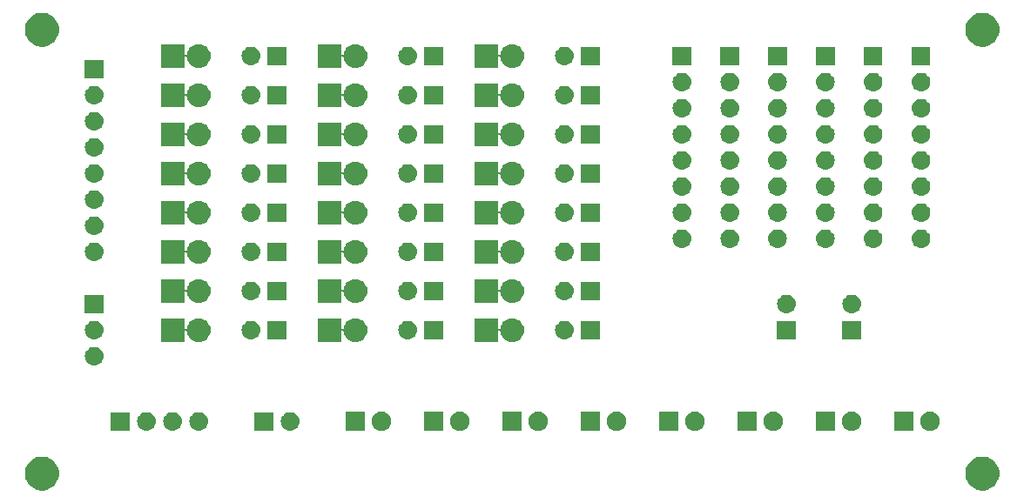
<source format=gbr>
G04 #@! TF.GenerationSoftware,KiCad,Pcbnew,(5.1.2-1)-1*
G04 #@! TF.CreationDate,2019-08-12T18:50:58+10:00*
G04 #@! TF.ProjectId,SmallPCB,536d616c-6c50-4434-922e-6b696361645f,rev?*
G04 #@! TF.SameCoordinates,Original*
G04 #@! TF.FileFunction,Soldermask,Bot*
G04 #@! TF.FilePolarity,Negative*
%FSLAX46Y46*%
G04 Gerber Fmt 4.6, Leading zero omitted, Abs format (unit mm)*
G04 Created by KiCad (PCBNEW (5.1.2-1)-1) date 2019-08-12 18:50:58*
%MOMM*%
%LPD*%
G04 APERTURE LIST*
%ADD10C,0.100000*%
G04 APERTURE END LIST*
D10*
G36*
X142615256Y-84751298D02*
G01*
X142721579Y-84772447D01*
X143022042Y-84896903D01*
X143292451Y-85077585D01*
X143522415Y-85307549D01*
X143703097Y-85577958D01*
X143827553Y-85878421D01*
X143891000Y-86197391D01*
X143891000Y-86522609D01*
X143827553Y-86841579D01*
X143703097Y-87142042D01*
X143522415Y-87412451D01*
X143292451Y-87642415D01*
X143022042Y-87823097D01*
X142721579Y-87947553D01*
X142615256Y-87968702D01*
X142402611Y-88011000D01*
X142077389Y-88011000D01*
X141864744Y-87968702D01*
X141758421Y-87947553D01*
X141457958Y-87823097D01*
X141187549Y-87642415D01*
X140957585Y-87412451D01*
X140776903Y-87142042D01*
X140652447Y-86841579D01*
X140589000Y-86522609D01*
X140589000Y-86197391D01*
X140652447Y-85878421D01*
X140776903Y-85577958D01*
X140957585Y-85307549D01*
X141187549Y-85077585D01*
X141457958Y-84896903D01*
X141758421Y-84772447D01*
X141864744Y-84751298D01*
X142077389Y-84709000D01*
X142402611Y-84709000D01*
X142615256Y-84751298D01*
X142615256Y-84751298D01*
G37*
G36*
X51175256Y-84751298D02*
G01*
X51281579Y-84772447D01*
X51582042Y-84896903D01*
X51852451Y-85077585D01*
X52082415Y-85307549D01*
X52263097Y-85577958D01*
X52387553Y-85878421D01*
X52451000Y-86197391D01*
X52451000Y-86522609D01*
X52387553Y-86841579D01*
X52263097Y-87142042D01*
X52082415Y-87412451D01*
X51852451Y-87642415D01*
X51582042Y-87823097D01*
X51281579Y-87947553D01*
X51175256Y-87968702D01*
X50962611Y-88011000D01*
X50637389Y-88011000D01*
X50424744Y-87968702D01*
X50318421Y-87947553D01*
X50017958Y-87823097D01*
X49747549Y-87642415D01*
X49517585Y-87412451D01*
X49336903Y-87142042D01*
X49212447Y-86841579D01*
X49149000Y-86522609D01*
X49149000Y-86197391D01*
X49212447Y-85878421D01*
X49336903Y-85577958D01*
X49517585Y-85307549D01*
X49747549Y-85077585D01*
X50017958Y-84896903D01*
X50318421Y-84772447D01*
X50424744Y-84751298D01*
X50637389Y-84709000D01*
X50962611Y-84709000D01*
X51175256Y-84751298D01*
X51175256Y-84751298D01*
G37*
G36*
X129817395Y-80365546D02*
G01*
X129990466Y-80437234D01*
X130067818Y-80488919D01*
X130146227Y-80541310D01*
X130278690Y-80673773D01*
X130278691Y-80673775D01*
X130382766Y-80829534D01*
X130454454Y-81002605D01*
X130491000Y-81186333D01*
X130491000Y-81373667D01*
X130454454Y-81557395D01*
X130382766Y-81730466D01*
X130382765Y-81730467D01*
X130278690Y-81886227D01*
X130146227Y-82018690D01*
X130125141Y-82032779D01*
X129990466Y-82122766D01*
X129817395Y-82194454D01*
X129633667Y-82231000D01*
X129446333Y-82231000D01*
X129262605Y-82194454D01*
X129089534Y-82122766D01*
X128954859Y-82032779D01*
X128933773Y-82018690D01*
X128801310Y-81886227D01*
X128697235Y-81730467D01*
X128697234Y-81730466D01*
X128625546Y-81557395D01*
X128589000Y-81373667D01*
X128589000Y-81186333D01*
X128625546Y-81002605D01*
X128697234Y-80829534D01*
X128801309Y-80673775D01*
X128801310Y-80673773D01*
X128933773Y-80541310D01*
X129012182Y-80488919D01*
X129089534Y-80437234D01*
X129262605Y-80365546D01*
X129446333Y-80329000D01*
X129633667Y-80329000D01*
X129817395Y-80365546D01*
X129817395Y-80365546D01*
G37*
G36*
X127951000Y-82231000D02*
G01*
X126049000Y-82231000D01*
X126049000Y-80329000D01*
X127951000Y-80329000D01*
X127951000Y-82231000D01*
X127951000Y-82231000D01*
G37*
G36*
X122197395Y-80365546D02*
G01*
X122370466Y-80437234D01*
X122447818Y-80488919D01*
X122526227Y-80541310D01*
X122658690Y-80673773D01*
X122658691Y-80673775D01*
X122762766Y-80829534D01*
X122834454Y-81002605D01*
X122871000Y-81186333D01*
X122871000Y-81373667D01*
X122834454Y-81557395D01*
X122762766Y-81730466D01*
X122762765Y-81730467D01*
X122658690Y-81886227D01*
X122526227Y-82018690D01*
X122505141Y-82032779D01*
X122370466Y-82122766D01*
X122197395Y-82194454D01*
X122013667Y-82231000D01*
X121826333Y-82231000D01*
X121642605Y-82194454D01*
X121469534Y-82122766D01*
X121334859Y-82032779D01*
X121313773Y-82018690D01*
X121181310Y-81886227D01*
X121077235Y-81730467D01*
X121077234Y-81730466D01*
X121005546Y-81557395D01*
X120969000Y-81373667D01*
X120969000Y-81186333D01*
X121005546Y-81002605D01*
X121077234Y-80829534D01*
X121181309Y-80673775D01*
X121181310Y-80673773D01*
X121313773Y-80541310D01*
X121392182Y-80488919D01*
X121469534Y-80437234D01*
X121642605Y-80365546D01*
X121826333Y-80329000D01*
X122013667Y-80329000D01*
X122197395Y-80365546D01*
X122197395Y-80365546D01*
G37*
G36*
X120331000Y-82231000D02*
G01*
X118429000Y-82231000D01*
X118429000Y-80329000D01*
X120331000Y-80329000D01*
X120331000Y-82231000D01*
X120331000Y-82231000D01*
G37*
G36*
X114577395Y-80365546D02*
G01*
X114750466Y-80437234D01*
X114827818Y-80488919D01*
X114906227Y-80541310D01*
X115038690Y-80673773D01*
X115038691Y-80673775D01*
X115142766Y-80829534D01*
X115214454Y-81002605D01*
X115251000Y-81186333D01*
X115251000Y-81373667D01*
X115214454Y-81557395D01*
X115142766Y-81730466D01*
X115142765Y-81730467D01*
X115038690Y-81886227D01*
X114906227Y-82018690D01*
X114885141Y-82032779D01*
X114750466Y-82122766D01*
X114577395Y-82194454D01*
X114393667Y-82231000D01*
X114206333Y-82231000D01*
X114022605Y-82194454D01*
X113849534Y-82122766D01*
X113714859Y-82032779D01*
X113693773Y-82018690D01*
X113561310Y-81886227D01*
X113457235Y-81730467D01*
X113457234Y-81730466D01*
X113385546Y-81557395D01*
X113349000Y-81373667D01*
X113349000Y-81186333D01*
X113385546Y-81002605D01*
X113457234Y-80829534D01*
X113561309Y-80673775D01*
X113561310Y-80673773D01*
X113693773Y-80541310D01*
X113772182Y-80488919D01*
X113849534Y-80437234D01*
X114022605Y-80365546D01*
X114206333Y-80329000D01*
X114393667Y-80329000D01*
X114577395Y-80365546D01*
X114577395Y-80365546D01*
G37*
G36*
X112711000Y-82231000D02*
G01*
X110809000Y-82231000D01*
X110809000Y-80329000D01*
X112711000Y-80329000D01*
X112711000Y-82231000D01*
X112711000Y-82231000D01*
G37*
G36*
X106957395Y-80365546D02*
G01*
X107130466Y-80437234D01*
X107207818Y-80488919D01*
X107286227Y-80541310D01*
X107418690Y-80673773D01*
X107418691Y-80673775D01*
X107522766Y-80829534D01*
X107594454Y-81002605D01*
X107631000Y-81186333D01*
X107631000Y-81373667D01*
X107594454Y-81557395D01*
X107522766Y-81730466D01*
X107522765Y-81730467D01*
X107418690Y-81886227D01*
X107286227Y-82018690D01*
X107265141Y-82032779D01*
X107130466Y-82122766D01*
X106957395Y-82194454D01*
X106773667Y-82231000D01*
X106586333Y-82231000D01*
X106402605Y-82194454D01*
X106229534Y-82122766D01*
X106094859Y-82032779D01*
X106073773Y-82018690D01*
X105941310Y-81886227D01*
X105837235Y-81730467D01*
X105837234Y-81730466D01*
X105765546Y-81557395D01*
X105729000Y-81373667D01*
X105729000Y-81186333D01*
X105765546Y-81002605D01*
X105837234Y-80829534D01*
X105941309Y-80673775D01*
X105941310Y-80673773D01*
X106073773Y-80541310D01*
X106152182Y-80488919D01*
X106229534Y-80437234D01*
X106402605Y-80365546D01*
X106586333Y-80329000D01*
X106773667Y-80329000D01*
X106957395Y-80365546D01*
X106957395Y-80365546D01*
G37*
G36*
X105091000Y-82231000D02*
G01*
X103189000Y-82231000D01*
X103189000Y-80329000D01*
X105091000Y-80329000D01*
X105091000Y-82231000D01*
X105091000Y-82231000D01*
G37*
G36*
X99337395Y-80365546D02*
G01*
X99510466Y-80437234D01*
X99587818Y-80488919D01*
X99666227Y-80541310D01*
X99798690Y-80673773D01*
X99798691Y-80673775D01*
X99902766Y-80829534D01*
X99974454Y-81002605D01*
X100011000Y-81186333D01*
X100011000Y-81373667D01*
X99974454Y-81557395D01*
X99902766Y-81730466D01*
X99902765Y-81730467D01*
X99798690Y-81886227D01*
X99666227Y-82018690D01*
X99645141Y-82032779D01*
X99510466Y-82122766D01*
X99337395Y-82194454D01*
X99153667Y-82231000D01*
X98966333Y-82231000D01*
X98782605Y-82194454D01*
X98609534Y-82122766D01*
X98474859Y-82032779D01*
X98453773Y-82018690D01*
X98321310Y-81886227D01*
X98217235Y-81730467D01*
X98217234Y-81730466D01*
X98145546Y-81557395D01*
X98109000Y-81373667D01*
X98109000Y-81186333D01*
X98145546Y-81002605D01*
X98217234Y-80829534D01*
X98321309Y-80673775D01*
X98321310Y-80673773D01*
X98453773Y-80541310D01*
X98532182Y-80488919D01*
X98609534Y-80437234D01*
X98782605Y-80365546D01*
X98966333Y-80329000D01*
X99153667Y-80329000D01*
X99337395Y-80365546D01*
X99337395Y-80365546D01*
G37*
G36*
X97471000Y-82231000D02*
G01*
X95569000Y-82231000D01*
X95569000Y-80329000D01*
X97471000Y-80329000D01*
X97471000Y-82231000D01*
X97471000Y-82231000D01*
G37*
G36*
X91717395Y-80365546D02*
G01*
X91890466Y-80437234D01*
X91967818Y-80488919D01*
X92046227Y-80541310D01*
X92178690Y-80673773D01*
X92178691Y-80673775D01*
X92282766Y-80829534D01*
X92354454Y-81002605D01*
X92391000Y-81186333D01*
X92391000Y-81373667D01*
X92354454Y-81557395D01*
X92282766Y-81730466D01*
X92282765Y-81730467D01*
X92178690Y-81886227D01*
X92046227Y-82018690D01*
X92025141Y-82032779D01*
X91890466Y-82122766D01*
X91717395Y-82194454D01*
X91533667Y-82231000D01*
X91346333Y-82231000D01*
X91162605Y-82194454D01*
X90989534Y-82122766D01*
X90854859Y-82032779D01*
X90833773Y-82018690D01*
X90701310Y-81886227D01*
X90597235Y-81730467D01*
X90597234Y-81730466D01*
X90525546Y-81557395D01*
X90489000Y-81373667D01*
X90489000Y-81186333D01*
X90525546Y-81002605D01*
X90597234Y-80829534D01*
X90701309Y-80673775D01*
X90701310Y-80673773D01*
X90833773Y-80541310D01*
X90912182Y-80488919D01*
X90989534Y-80437234D01*
X91162605Y-80365546D01*
X91346333Y-80329000D01*
X91533667Y-80329000D01*
X91717395Y-80365546D01*
X91717395Y-80365546D01*
G37*
G36*
X89851000Y-82231000D02*
G01*
X87949000Y-82231000D01*
X87949000Y-80329000D01*
X89851000Y-80329000D01*
X89851000Y-82231000D01*
X89851000Y-82231000D01*
G37*
G36*
X84097395Y-80365546D02*
G01*
X84270466Y-80437234D01*
X84347818Y-80488919D01*
X84426227Y-80541310D01*
X84558690Y-80673773D01*
X84558691Y-80673775D01*
X84662766Y-80829534D01*
X84734454Y-81002605D01*
X84771000Y-81186333D01*
X84771000Y-81373667D01*
X84734454Y-81557395D01*
X84662766Y-81730466D01*
X84662765Y-81730467D01*
X84558690Y-81886227D01*
X84426227Y-82018690D01*
X84405141Y-82032779D01*
X84270466Y-82122766D01*
X84097395Y-82194454D01*
X83913667Y-82231000D01*
X83726333Y-82231000D01*
X83542605Y-82194454D01*
X83369534Y-82122766D01*
X83234859Y-82032779D01*
X83213773Y-82018690D01*
X83081310Y-81886227D01*
X82977235Y-81730467D01*
X82977234Y-81730466D01*
X82905546Y-81557395D01*
X82869000Y-81373667D01*
X82869000Y-81186333D01*
X82905546Y-81002605D01*
X82977234Y-80829534D01*
X83081309Y-80673775D01*
X83081310Y-80673773D01*
X83213773Y-80541310D01*
X83292182Y-80488919D01*
X83369534Y-80437234D01*
X83542605Y-80365546D01*
X83726333Y-80329000D01*
X83913667Y-80329000D01*
X84097395Y-80365546D01*
X84097395Y-80365546D01*
G37*
G36*
X82231000Y-82231000D02*
G01*
X80329000Y-82231000D01*
X80329000Y-80329000D01*
X82231000Y-80329000D01*
X82231000Y-82231000D01*
X82231000Y-82231000D01*
G37*
G36*
X135571000Y-82231000D02*
G01*
X133669000Y-82231000D01*
X133669000Y-80329000D01*
X135571000Y-80329000D01*
X135571000Y-82231000D01*
X135571000Y-82231000D01*
G37*
G36*
X137437395Y-80365546D02*
G01*
X137610466Y-80437234D01*
X137687818Y-80488919D01*
X137766227Y-80541310D01*
X137898690Y-80673773D01*
X137898691Y-80673775D01*
X138002766Y-80829534D01*
X138074454Y-81002605D01*
X138111000Y-81186333D01*
X138111000Y-81373667D01*
X138074454Y-81557395D01*
X138002766Y-81730466D01*
X138002765Y-81730467D01*
X137898690Y-81886227D01*
X137766227Y-82018690D01*
X137745141Y-82032779D01*
X137610466Y-82122766D01*
X137437395Y-82194454D01*
X137253667Y-82231000D01*
X137066333Y-82231000D01*
X136882605Y-82194454D01*
X136709534Y-82122766D01*
X136574859Y-82032779D01*
X136553773Y-82018690D01*
X136421310Y-81886227D01*
X136317235Y-81730467D01*
X136317234Y-81730466D01*
X136245546Y-81557395D01*
X136209000Y-81373667D01*
X136209000Y-81186333D01*
X136245546Y-81002605D01*
X136317234Y-80829534D01*
X136421309Y-80673775D01*
X136421310Y-80673773D01*
X136553773Y-80541310D01*
X136632182Y-80488919D01*
X136709534Y-80437234D01*
X136882605Y-80365546D01*
X137066333Y-80329000D01*
X137253667Y-80329000D01*
X137437395Y-80365546D01*
X137437395Y-80365546D01*
G37*
G36*
X73291000Y-82181000D02*
G01*
X71489000Y-82181000D01*
X71489000Y-80379000D01*
X73291000Y-80379000D01*
X73291000Y-82181000D01*
X73291000Y-82181000D01*
G37*
G36*
X75040442Y-80385518D02*
G01*
X75106627Y-80392037D01*
X75276466Y-80443557D01*
X75432991Y-80527222D01*
X75450156Y-80541309D01*
X75570186Y-80639814D01*
X75653448Y-80741271D01*
X75682778Y-80777009D01*
X75766443Y-80933534D01*
X75817963Y-81103373D01*
X75835359Y-81280000D01*
X75817963Y-81456627D01*
X75766443Y-81626466D01*
X75682778Y-81782991D01*
X75653448Y-81818729D01*
X75570186Y-81920186D01*
X75468729Y-82003448D01*
X75432991Y-82032778D01*
X75276466Y-82116443D01*
X75106627Y-82167963D01*
X75040443Y-82174481D01*
X74974260Y-82181000D01*
X74885740Y-82181000D01*
X74819557Y-82174481D01*
X74753373Y-82167963D01*
X74583534Y-82116443D01*
X74427009Y-82032778D01*
X74391271Y-82003448D01*
X74289814Y-81920186D01*
X74206552Y-81818729D01*
X74177222Y-81782991D01*
X74093557Y-81626466D01*
X74042037Y-81456627D01*
X74024641Y-81280000D01*
X74042037Y-81103373D01*
X74093557Y-80933534D01*
X74177222Y-80777009D01*
X74206552Y-80741271D01*
X74289814Y-80639814D01*
X74409844Y-80541309D01*
X74427009Y-80527222D01*
X74583534Y-80443557D01*
X74753373Y-80392037D01*
X74819558Y-80385518D01*
X74885740Y-80379000D01*
X74974260Y-80379000D01*
X75040442Y-80385518D01*
X75040442Y-80385518D01*
G37*
G36*
X59321000Y-82181000D02*
G01*
X57519000Y-82181000D01*
X57519000Y-80379000D01*
X59321000Y-80379000D01*
X59321000Y-82181000D01*
X59321000Y-82181000D01*
G37*
G36*
X61070442Y-80385518D02*
G01*
X61136627Y-80392037D01*
X61306466Y-80443557D01*
X61462991Y-80527222D01*
X61480156Y-80541309D01*
X61600186Y-80639814D01*
X61683448Y-80741271D01*
X61712778Y-80777009D01*
X61796443Y-80933534D01*
X61847963Y-81103373D01*
X61865359Y-81280000D01*
X61847963Y-81456627D01*
X61796443Y-81626466D01*
X61712778Y-81782991D01*
X61683448Y-81818729D01*
X61600186Y-81920186D01*
X61498729Y-82003448D01*
X61462991Y-82032778D01*
X61306466Y-82116443D01*
X61136627Y-82167963D01*
X61070443Y-82174481D01*
X61004260Y-82181000D01*
X60915740Y-82181000D01*
X60849557Y-82174481D01*
X60783373Y-82167963D01*
X60613534Y-82116443D01*
X60457009Y-82032778D01*
X60421271Y-82003448D01*
X60319814Y-81920186D01*
X60236552Y-81818729D01*
X60207222Y-81782991D01*
X60123557Y-81626466D01*
X60072037Y-81456627D01*
X60054641Y-81280000D01*
X60072037Y-81103373D01*
X60123557Y-80933534D01*
X60207222Y-80777009D01*
X60236552Y-80741271D01*
X60319814Y-80639814D01*
X60439844Y-80541309D01*
X60457009Y-80527222D01*
X60613534Y-80443557D01*
X60783373Y-80392037D01*
X60849558Y-80385518D01*
X60915740Y-80379000D01*
X61004260Y-80379000D01*
X61070442Y-80385518D01*
X61070442Y-80385518D01*
G37*
G36*
X63610442Y-80385518D02*
G01*
X63676627Y-80392037D01*
X63846466Y-80443557D01*
X64002991Y-80527222D01*
X64020156Y-80541309D01*
X64140186Y-80639814D01*
X64223448Y-80741271D01*
X64252778Y-80777009D01*
X64336443Y-80933534D01*
X64387963Y-81103373D01*
X64405359Y-81280000D01*
X64387963Y-81456627D01*
X64336443Y-81626466D01*
X64252778Y-81782991D01*
X64223448Y-81818729D01*
X64140186Y-81920186D01*
X64038729Y-82003448D01*
X64002991Y-82032778D01*
X63846466Y-82116443D01*
X63676627Y-82167963D01*
X63610443Y-82174481D01*
X63544260Y-82181000D01*
X63455740Y-82181000D01*
X63389557Y-82174481D01*
X63323373Y-82167963D01*
X63153534Y-82116443D01*
X62997009Y-82032778D01*
X62961271Y-82003448D01*
X62859814Y-81920186D01*
X62776552Y-81818729D01*
X62747222Y-81782991D01*
X62663557Y-81626466D01*
X62612037Y-81456627D01*
X62594641Y-81280000D01*
X62612037Y-81103373D01*
X62663557Y-80933534D01*
X62747222Y-80777009D01*
X62776552Y-80741271D01*
X62859814Y-80639814D01*
X62979844Y-80541309D01*
X62997009Y-80527222D01*
X63153534Y-80443557D01*
X63323373Y-80392037D01*
X63389558Y-80385518D01*
X63455740Y-80379000D01*
X63544260Y-80379000D01*
X63610442Y-80385518D01*
X63610442Y-80385518D01*
G37*
G36*
X66150442Y-80385518D02*
G01*
X66216627Y-80392037D01*
X66386466Y-80443557D01*
X66542991Y-80527222D01*
X66560156Y-80541309D01*
X66680186Y-80639814D01*
X66763448Y-80741271D01*
X66792778Y-80777009D01*
X66876443Y-80933534D01*
X66927963Y-81103373D01*
X66945359Y-81280000D01*
X66927963Y-81456627D01*
X66876443Y-81626466D01*
X66792778Y-81782991D01*
X66763448Y-81818729D01*
X66680186Y-81920186D01*
X66578729Y-82003448D01*
X66542991Y-82032778D01*
X66386466Y-82116443D01*
X66216627Y-82167963D01*
X66150443Y-82174481D01*
X66084260Y-82181000D01*
X65995740Y-82181000D01*
X65929557Y-82174481D01*
X65863373Y-82167963D01*
X65693534Y-82116443D01*
X65537009Y-82032778D01*
X65501271Y-82003448D01*
X65399814Y-81920186D01*
X65316552Y-81818729D01*
X65287222Y-81782991D01*
X65203557Y-81626466D01*
X65152037Y-81456627D01*
X65134641Y-81280000D01*
X65152037Y-81103373D01*
X65203557Y-80933534D01*
X65287222Y-80777009D01*
X65316552Y-80741271D01*
X65399814Y-80639814D01*
X65519844Y-80541309D01*
X65537009Y-80527222D01*
X65693534Y-80443557D01*
X65863373Y-80392037D01*
X65929558Y-80385518D01*
X65995740Y-80379000D01*
X66084260Y-80379000D01*
X66150442Y-80385518D01*
X66150442Y-80385518D01*
G37*
G36*
X55990442Y-74035518D02*
G01*
X56056627Y-74042037D01*
X56226466Y-74093557D01*
X56382991Y-74177222D01*
X56418729Y-74206552D01*
X56520186Y-74289814D01*
X56603448Y-74391271D01*
X56632778Y-74427009D01*
X56716443Y-74583534D01*
X56767963Y-74753373D01*
X56785359Y-74930000D01*
X56767963Y-75106627D01*
X56716443Y-75276466D01*
X56632778Y-75432991D01*
X56603448Y-75468729D01*
X56520186Y-75570186D01*
X56418729Y-75653448D01*
X56382991Y-75682778D01*
X56226466Y-75766443D01*
X56056627Y-75817963D01*
X55990442Y-75824482D01*
X55924260Y-75831000D01*
X55835740Y-75831000D01*
X55769558Y-75824482D01*
X55703373Y-75817963D01*
X55533534Y-75766443D01*
X55377009Y-75682778D01*
X55341271Y-75653448D01*
X55239814Y-75570186D01*
X55156552Y-75468729D01*
X55127222Y-75432991D01*
X55043557Y-75276466D01*
X54992037Y-75106627D01*
X54974641Y-74930000D01*
X54992037Y-74753373D01*
X55043557Y-74583534D01*
X55127222Y-74427009D01*
X55156552Y-74391271D01*
X55239814Y-74289814D01*
X55341271Y-74206552D01*
X55377009Y-74177222D01*
X55533534Y-74093557D01*
X55703373Y-74042037D01*
X55769558Y-74035518D01*
X55835740Y-74029000D01*
X55924260Y-74029000D01*
X55990442Y-74035518D01*
X55990442Y-74035518D01*
G37*
G36*
X95131000Y-72205499D02*
G01*
X95133402Y-72229885D01*
X95140515Y-72253334D01*
X95152066Y-72274945D01*
X95167611Y-72293887D01*
X95186553Y-72309432D01*
X95208164Y-72320983D01*
X95231613Y-72328096D01*
X95255999Y-72330498D01*
X95280385Y-72328096D01*
X95303834Y-72320983D01*
X95325445Y-72309432D01*
X95344387Y-72293887D01*
X95359932Y-72274945D01*
X95371483Y-72253334D01*
X95380396Y-72217751D01*
X95385654Y-72164366D01*
X95451471Y-71947398D01*
X95558347Y-71747445D01*
X95702182Y-71572182D01*
X95877445Y-71428347D01*
X96077398Y-71321471D01*
X96077400Y-71321470D01*
X96294365Y-71255654D01*
X96350729Y-71250103D01*
X96463455Y-71239000D01*
X96576545Y-71239000D01*
X96689271Y-71250103D01*
X96745635Y-71255654D01*
X96962600Y-71321470D01*
X96962602Y-71321471D01*
X97162555Y-71428347D01*
X97337818Y-71572182D01*
X97481653Y-71747445D01*
X97588529Y-71947398D01*
X97588530Y-71947400D01*
X97654346Y-72164365D01*
X97676569Y-72390000D01*
X97670179Y-72454884D01*
X97654346Y-72615634D01*
X97588529Y-72832602D01*
X97481653Y-73032555D01*
X97337818Y-73207818D01*
X97162555Y-73351653D01*
X96962602Y-73458529D01*
X96962600Y-73458530D01*
X96745635Y-73524346D01*
X96689271Y-73529897D01*
X96576545Y-73541000D01*
X96463455Y-73541000D01*
X96350729Y-73529897D01*
X96294365Y-73524346D01*
X96077400Y-73458530D01*
X96077398Y-73458529D01*
X95877445Y-73351653D01*
X95702182Y-73207818D01*
X95558347Y-73032555D01*
X95451471Y-72832602D01*
X95385654Y-72615634D01*
X95380396Y-72562249D01*
X95375616Y-72538215D01*
X95366238Y-72515577D01*
X95352624Y-72495202D01*
X95335297Y-72477875D01*
X95314923Y-72464262D01*
X95292284Y-72454884D01*
X95268251Y-72450104D01*
X95243747Y-72450104D01*
X95219713Y-72454884D01*
X95197075Y-72464262D01*
X95176700Y-72477876D01*
X95159373Y-72495203D01*
X95145760Y-72515577D01*
X95136382Y-72538216D01*
X95131000Y-72574501D01*
X95131000Y-73541000D01*
X92829000Y-73541000D01*
X92829000Y-71239000D01*
X95131000Y-71239000D01*
X95131000Y-72205499D01*
X95131000Y-72205499D01*
G37*
G36*
X64651000Y-72205499D02*
G01*
X64653402Y-72229885D01*
X64660515Y-72253334D01*
X64672066Y-72274945D01*
X64687611Y-72293887D01*
X64706553Y-72309432D01*
X64728164Y-72320983D01*
X64751613Y-72328096D01*
X64775999Y-72330498D01*
X64800385Y-72328096D01*
X64823834Y-72320983D01*
X64845445Y-72309432D01*
X64864387Y-72293887D01*
X64879932Y-72274945D01*
X64891483Y-72253334D01*
X64900396Y-72217751D01*
X64905654Y-72164366D01*
X64971471Y-71947398D01*
X65078347Y-71747445D01*
X65222182Y-71572182D01*
X65397445Y-71428347D01*
X65597398Y-71321471D01*
X65597400Y-71321470D01*
X65814365Y-71255654D01*
X65870729Y-71250103D01*
X65983455Y-71239000D01*
X66096545Y-71239000D01*
X66209271Y-71250103D01*
X66265635Y-71255654D01*
X66482600Y-71321470D01*
X66482602Y-71321471D01*
X66682555Y-71428347D01*
X66857818Y-71572182D01*
X67001653Y-71747445D01*
X67108529Y-71947398D01*
X67108530Y-71947400D01*
X67174346Y-72164365D01*
X67196569Y-72390000D01*
X67190179Y-72454884D01*
X67174346Y-72615634D01*
X67108529Y-72832602D01*
X67001653Y-73032555D01*
X66857818Y-73207818D01*
X66682555Y-73351653D01*
X66482602Y-73458529D01*
X66482600Y-73458530D01*
X66265635Y-73524346D01*
X66209271Y-73529897D01*
X66096545Y-73541000D01*
X65983455Y-73541000D01*
X65870729Y-73529897D01*
X65814365Y-73524346D01*
X65597400Y-73458530D01*
X65597398Y-73458529D01*
X65397445Y-73351653D01*
X65222182Y-73207818D01*
X65078347Y-73032555D01*
X64971471Y-72832602D01*
X64905654Y-72615634D01*
X64900396Y-72562249D01*
X64895616Y-72538215D01*
X64886238Y-72515577D01*
X64872624Y-72495202D01*
X64855297Y-72477875D01*
X64834923Y-72464262D01*
X64812284Y-72454884D01*
X64788251Y-72450104D01*
X64763747Y-72450104D01*
X64739713Y-72454884D01*
X64717075Y-72464262D01*
X64696700Y-72477876D01*
X64679373Y-72495203D01*
X64665760Y-72515577D01*
X64656382Y-72538216D01*
X64651000Y-72574501D01*
X64651000Y-73541000D01*
X62349000Y-73541000D01*
X62349000Y-71239000D01*
X64651000Y-71239000D01*
X64651000Y-72205499D01*
X64651000Y-72205499D01*
G37*
G36*
X79891000Y-72205499D02*
G01*
X79893402Y-72229885D01*
X79900515Y-72253334D01*
X79912066Y-72274945D01*
X79927611Y-72293887D01*
X79946553Y-72309432D01*
X79968164Y-72320983D01*
X79991613Y-72328096D01*
X80015999Y-72330498D01*
X80040385Y-72328096D01*
X80063834Y-72320983D01*
X80085445Y-72309432D01*
X80104387Y-72293887D01*
X80119932Y-72274945D01*
X80131483Y-72253334D01*
X80140396Y-72217751D01*
X80145654Y-72164366D01*
X80211471Y-71947398D01*
X80318347Y-71747445D01*
X80462182Y-71572182D01*
X80637445Y-71428347D01*
X80837398Y-71321471D01*
X80837400Y-71321470D01*
X81054365Y-71255654D01*
X81110729Y-71250103D01*
X81223455Y-71239000D01*
X81336545Y-71239000D01*
X81449271Y-71250103D01*
X81505635Y-71255654D01*
X81722600Y-71321470D01*
X81722602Y-71321471D01*
X81922555Y-71428347D01*
X82097818Y-71572182D01*
X82241653Y-71747445D01*
X82348529Y-71947398D01*
X82348530Y-71947400D01*
X82414346Y-72164365D01*
X82436569Y-72390000D01*
X82430179Y-72454884D01*
X82414346Y-72615634D01*
X82348529Y-72832602D01*
X82241653Y-73032555D01*
X82097818Y-73207818D01*
X81922555Y-73351653D01*
X81722602Y-73458529D01*
X81722600Y-73458530D01*
X81505635Y-73524346D01*
X81449271Y-73529897D01*
X81336545Y-73541000D01*
X81223455Y-73541000D01*
X81110729Y-73529897D01*
X81054365Y-73524346D01*
X80837400Y-73458530D01*
X80837398Y-73458529D01*
X80637445Y-73351653D01*
X80462182Y-73207818D01*
X80318347Y-73032555D01*
X80211471Y-72832602D01*
X80145654Y-72615634D01*
X80140396Y-72562249D01*
X80135616Y-72538215D01*
X80126238Y-72515577D01*
X80112624Y-72495202D01*
X80095297Y-72477875D01*
X80074923Y-72464262D01*
X80052284Y-72454884D01*
X80028251Y-72450104D01*
X80003747Y-72450104D01*
X79979713Y-72454884D01*
X79957075Y-72464262D01*
X79936700Y-72477876D01*
X79919373Y-72495203D01*
X79905760Y-72515577D01*
X79896382Y-72538216D01*
X79891000Y-72574501D01*
X79891000Y-73541000D01*
X77589000Y-73541000D01*
X77589000Y-71239000D01*
X79891000Y-71239000D01*
X79891000Y-72205499D01*
X79891000Y-72205499D01*
G37*
G36*
X74561000Y-73291000D02*
G01*
X72759000Y-73291000D01*
X72759000Y-71489000D01*
X74561000Y-71489000D01*
X74561000Y-73291000D01*
X74561000Y-73291000D01*
G37*
G36*
X86470443Y-71495519D02*
G01*
X86536627Y-71502037D01*
X86706466Y-71553557D01*
X86862991Y-71637222D01*
X86898729Y-71666552D01*
X87000186Y-71749814D01*
X87083448Y-71851271D01*
X87112778Y-71887009D01*
X87196443Y-72043534D01*
X87247963Y-72213373D01*
X87265359Y-72390000D01*
X87247963Y-72566627D01*
X87196443Y-72736466D01*
X87112778Y-72892991D01*
X87083448Y-72928729D01*
X87000186Y-73030186D01*
X86898729Y-73113448D01*
X86862991Y-73142778D01*
X86706466Y-73226443D01*
X86536627Y-73277963D01*
X86470443Y-73284481D01*
X86404260Y-73291000D01*
X86315740Y-73291000D01*
X86249557Y-73284481D01*
X86183373Y-73277963D01*
X86013534Y-73226443D01*
X85857009Y-73142778D01*
X85821271Y-73113448D01*
X85719814Y-73030186D01*
X85636552Y-72928729D01*
X85607222Y-72892991D01*
X85523557Y-72736466D01*
X85472037Y-72566627D01*
X85454641Y-72390000D01*
X85472037Y-72213373D01*
X85523557Y-72043534D01*
X85607222Y-71887009D01*
X85636552Y-71851271D01*
X85719814Y-71749814D01*
X85821271Y-71666552D01*
X85857009Y-71637222D01*
X86013534Y-71553557D01*
X86183373Y-71502037D01*
X86249557Y-71495519D01*
X86315740Y-71489000D01*
X86404260Y-71489000D01*
X86470443Y-71495519D01*
X86470443Y-71495519D01*
G37*
G36*
X89801000Y-73291000D02*
G01*
X87999000Y-73291000D01*
X87999000Y-71489000D01*
X89801000Y-71489000D01*
X89801000Y-73291000D01*
X89801000Y-73291000D01*
G37*
G36*
X101710443Y-71495519D02*
G01*
X101776627Y-71502037D01*
X101946466Y-71553557D01*
X102102991Y-71637222D01*
X102138729Y-71666552D01*
X102240186Y-71749814D01*
X102323448Y-71851271D01*
X102352778Y-71887009D01*
X102436443Y-72043534D01*
X102487963Y-72213373D01*
X102505359Y-72390000D01*
X102487963Y-72566627D01*
X102436443Y-72736466D01*
X102352778Y-72892991D01*
X102323448Y-72928729D01*
X102240186Y-73030186D01*
X102138729Y-73113448D01*
X102102991Y-73142778D01*
X101946466Y-73226443D01*
X101776627Y-73277963D01*
X101710443Y-73284481D01*
X101644260Y-73291000D01*
X101555740Y-73291000D01*
X101489557Y-73284481D01*
X101423373Y-73277963D01*
X101253534Y-73226443D01*
X101097009Y-73142778D01*
X101061271Y-73113448D01*
X100959814Y-73030186D01*
X100876552Y-72928729D01*
X100847222Y-72892991D01*
X100763557Y-72736466D01*
X100712037Y-72566627D01*
X100694641Y-72390000D01*
X100712037Y-72213373D01*
X100763557Y-72043534D01*
X100847222Y-71887009D01*
X100876552Y-71851271D01*
X100959814Y-71749814D01*
X101061271Y-71666552D01*
X101097009Y-71637222D01*
X101253534Y-71553557D01*
X101423373Y-71502037D01*
X101489557Y-71495519D01*
X101555740Y-71489000D01*
X101644260Y-71489000D01*
X101710443Y-71495519D01*
X101710443Y-71495519D01*
G37*
G36*
X105041000Y-73291000D02*
G01*
X103239000Y-73291000D01*
X103239000Y-71489000D01*
X105041000Y-71489000D01*
X105041000Y-73291000D01*
X105041000Y-73291000D01*
G37*
G36*
X124091000Y-73291000D02*
G01*
X122289000Y-73291000D01*
X122289000Y-71489000D01*
X124091000Y-71489000D01*
X124091000Y-73291000D01*
X124091000Y-73291000D01*
G37*
G36*
X130441000Y-73291000D02*
G01*
X128639000Y-73291000D01*
X128639000Y-71489000D01*
X130441000Y-71489000D01*
X130441000Y-73291000D01*
X130441000Y-73291000D01*
G37*
G36*
X55990443Y-71495519D02*
G01*
X56056627Y-71502037D01*
X56226466Y-71553557D01*
X56382991Y-71637222D01*
X56418729Y-71666552D01*
X56520186Y-71749814D01*
X56603448Y-71851271D01*
X56632778Y-71887009D01*
X56716443Y-72043534D01*
X56767963Y-72213373D01*
X56785359Y-72390000D01*
X56767963Y-72566627D01*
X56716443Y-72736466D01*
X56632778Y-72892991D01*
X56603448Y-72928729D01*
X56520186Y-73030186D01*
X56418729Y-73113448D01*
X56382991Y-73142778D01*
X56226466Y-73226443D01*
X56056627Y-73277963D01*
X55990443Y-73284481D01*
X55924260Y-73291000D01*
X55835740Y-73291000D01*
X55769557Y-73284481D01*
X55703373Y-73277963D01*
X55533534Y-73226443D01*
X55377009Y-73142778D01*
X55341271Y-73113448D01*
X55239814Y-73030186D01*
X55156552Y-72928729D01*
X55127222Y-72892991D01*
X55043557Y-72736466D01*
X54992037Y-72566627D01*
X54974641Y-72390000D01*
X54992037Y-72213373D01*
X55043557Y-72043534D01*
X55127222Y-71887009D01*
X55156552Y-71851271D01*
X55239814Y-71749814D01*
X55341271Y-71666552D01*
X55377009Y-71637222D01*
X55533534Y-71553557D01*
X55703373Y-71502037D01*
X55769557Y-71495519D01*
X55835740Y-71489000D01*
X55924260Y-71489000D01*
X55990443Y-71495519D01*
X55990443Y-71495519D01*
G37*
G36*
X71230443Y-71495519D02*
G01*
X71296627Y-71502037D01*
X71466466Y-71553557D01*
X71622991Y-71637222D01*
X71658729Y-71666552D01*
X71760186Y-71749814D01*
X71843448Y-71851271D01*
X71872778Y-71887009D01*
X71956443Y-72043534D01*
X72007963Y-72213373D01*
X72025359Y-72390000D01*
X72007963Y-72566627D01*
X71956443Y-72736466D01*
X71872778Y-72892991D01*
X71843448Y-72928729D01*
X71760186Y-73030186D01*
X71658729Y-73113448D01*
X71622991Y-73142778D01*
X71466466Y-73226443D01*
X71296627Y-73277963D01*
X71230443Y-73284481D01*
X71164260Y-73291000D01*
X71075740Y-73291000D01*
X71009557Y-73284481D01*
X70943373Y-73277963D01*
X70773534Y-73226443D01*
X70617009Y-73142778D01*
X70581271Y-73113448D01*
X70479814Y-73030186D01*
X70396552Y-72928729D01*
X70367222Y-72892991D01*
X70283557Y-72736466D01*
X70232037Y-72566627D01*
X70214641Y-72390000D01*
X70232037Y-72213373D01*
X70283557Y-72043534D01*
X70367222Y-71887009D01*
X70396552Y-71851271D01*
X70479814Y-71749814D01*
X70581271Y-71666552D01*
X70617009Y-71637222D01*
X70773534Y-71553557D01*
X70943373Y-71502037D01*
X71009557Y-71495519D01*
X71075740Y-71489000D01*
X71164260Y-71489000D01*
X71230443Y-71495519D01*
X71230443Y-71495519D01*
G37*
G36*
X129650443Y-68955519D02*
G01*
X129716627Y-68962037D01*
X129886466Y-69013557D01*
X130042991Y-69097222D01*
X130078729Y-69126552D01*
X130180186Y-69209814D01*
X130263448Y-69311271D01*
X130292778Y-69347009D01*
X130376443Y-69503534D01*
X130427963Y-69673373D01*
X130445359Y-69850000D01*
X130427963Y-70026627D01*
X130376443Y-70196466D01*
X130292778Y-70352991D01*
X130263448Y-70388729D01*
X130180186Y-70490186D01*
X130078729Y-70573448D01*
X130042991Y-70602778D01*
X129886466Y-70686443D01*
X129716627Y-70737963D01*
X129650443Y-70744481D01*
X129584260Y-70751000D01*
X129495740Y-70751000D01*
X129429557Y-70744481D01*
X129363373Y-70737963D01*
X129193534Y-70686443D01*
X129037009Y-70602778D01*
X129001271Y-70573448D01*
X128899814Y-70490186D01*
X128816552Y-70388729D01*
X128787222Y-70352991D01*
X128703557Y-70196466D01*
X128652037Y-70026627D01*
X128634641Y-69850000D01*
X128652037Y-69673373D01*
X128703557Y-69503534D01*
X128787222Y-69347009D01*
X128816552Y-69311271D01*
X128899814Y-69209814D01*
X129001271Y-69126552D01*
X129037009Y-69097222D01*
X129193534Y-69013557D01*
X129363373Y-68962037D01*
X129429557Y-68955519D01*
X129495740Y-68949000D01*
X129584260Y-68949000D01*
X129650443Y-68955519D01*
X129650443Y-68955519D01*
G37*
G36*
X56781000Y-70751000D02*
G01*
X54979000Y-70751000D01*
X54979000Y-68949000D01*
X56781000Y-68949000D01*
X56781000Y-70751000D01*
X56781000Y-70751000D01*
G37*
G36*
X123300443Y-68955519D02*
G01*
X123366627Y-68962037D01*
X123536466Y-69013557D01*
X123692991Y-69097222D01*
X123728729Y-69126552D01*
X123830186Y-69209814D01*
X123913448Y-69311271D01*
X123942778Y-69347009D01*
X124026443Y-69503534D01*
X124077963Y-69673373D01*
X124095359Y-69850000D01*
X124077963Y-70026627D01*
X124026443Y-70196466D01*
X123942778Y-70352991D01*
X123913448Y-70388729D01*
X123830186Y-70490186D01*
X123728729Y-70573448D01*
X123692991Y-70602778D01*
X123536466Y-70686443D01*
X123366627Y-70737963D01*
X123300443Y-70744481D01*
X123234260Y-70751000D01*
X123145740Y-70751000D01*
X123079557Y-70744481D01*
X123013373Y-70737963D01*
X122843534Y-70686443D01*
X122687009Y-70602778D01*
X122651271Y-70573448D01*
X122549814Y-70490186D01*
X122466552Y-70388729D01*
X122437222Y-70352991D01*
X122353557Y-70196466D01*
X122302037Y-70026627D01*
X122284641Y-69850000D01*
X122302037Y-69673373D01*
X122353557Y-69503534D01*
X122437222Y-69347009D01*
X122466552Y-69311271D01*
X122549814Y-69209814D01*
X122651271Y-69126552D01*
X122687009Y-69097222D01*
X122843534Y-69013557D01*
X123013373Y-68962037D01*
X123079557Y-68955519D01*
X123145740Y-68949000D01*
X123234260Y-68949000D01*
X123300443Y-68955519D01*
X123300443Y-68955519D01*
G37*
G36*
X64651000Y-68395499D02*
G01*
X64653402Y-68419885D01*
X64660515Y-68443334D01*
X64672066Y-68464945D01*
X64687611Y-68483887D01*
X64706553Y-68499432D01*
X64728164Y-68510983D01*
X64751613Y-68518096D01*
X64775999Y-68520498D01*
X64800385Y-68518096D01*
X64823834Y-68510983D01*
X64845445Y-68499432D01*
X64864387Y-68483887D01*
X64879932Y-68464945D01*
X64891483Y-68443334D01*
X64900396Y-68407751D01*
X64905654Y-68354366D01*
X64971471Y-68137398D01*
X65078347Y-67937445D01*
X65222182Y-67762182D01*
X65397445Y-67618347D01*
X65597398Y-67511471D01*
X65597400Y-67511470D01*
X65814365Y-67445654D01*
X65870729Y-67440103D01*
X65983455Y-67429000D01*
X66096545Y-67429000D01*
X66209271Y-67440103D01*
X66265635Y-67445654D01*
X66482600Y-67511470D01*
X66482602Y-67511471D01*
X66682555Y-67618347D01*
X66857818Y-67762182D01*
X67001653Y-67937445D01*
X67108529Y-68137398D01*
X67108530Y-68137400D01*
X67174346Y-68354365D01*
X67196569Y-68580000D01*
X67174346Y-68805635D01*
X67111273Y-69013558D01*
X67108529Y-69022602D01*
X67001653Y-69222555D01*
X66857818Y-69397818D01*
X66682555Y-69541653D01*
X66482602Y-69648529D01*
X66482600Y-69648530D01*
X66265635Y-69714346D01*
X66209271Y-69719897D01*
X66096545Y-69731000D01*
X65983455Y-69731000D01*
X65870729Y-69719897D01*
X65814365Y-69714346D01*
X65597400Y-69648530D01*
X65597398Y-69648529D01*
X65397445Y-69541653D01*
X65222182Y-69397818D01*
X65078347Y-69222555D01*
X64971471Y-69022602D01*
X64968728Y-69013558D01*
X64905654Y-68805635D01*
X64900396Y-68752249D01*
X64895616Y-68728215D01*
X64886238Y-68705577D01*
X64872624Y-68685202D01*
X64855297Y-68667875D01*
X64834923Y-68654262D01*
X64812284Y-68644884D01*
X64788251Y-68640104D01*
X64763747Y-68640104D01*
X64739713Y-68644884D01*
X64717075Y-68654262D01*
X64696700Y-68667876D01*
X64679373Y-68685203D01*
X64665760Y-68705577D01*
X64656382Y-68728216D01*
X64651000Y-68764501D01*
X64651000Y-69731000D01*
X62349000Y-69731000D01*
X62349000Y-67429000D01*
X64651000Y-67429000D01*
X64651000Y-68395499D01*
X64651000Y-68395499D01*
G37*
G36*
X79891000Y-68395499D02*
G01*
X79893402Y-68419885D01*
X79900515Y-68443334D01*
X79912066Y-68464945D01*
X79927611Y-68483887D01*
X79946553Y-68499432D01*
X79968164Y-68510983D01*
X79991613Y-68518096D01*
X80015999Y-68520498D01*
X80040385Y-68518096D01*
X80063834Y-68510983D01*
X80085445Y-68499432D01*
X80104387Y-68483887D01*
X80119932Y-68464945D01*
X80131483Y-68443334D01*
X80140396Y-68407751D01*
X80145654Y-68354366D01*
X80211471Y-68137398D01*
X80318347Y-67937445D01*
X80462182Y-67762182D01*
X80637445Y-67618347D01*
X80837398Y-67511471D01*
X80837400Y-67511470D01*
X81054365Y-67445654D01*
X81110729Y-67440103D01*
X81223455Y-67429000D01*
X81336545Y-67429000D01*
X81449271Y-67440103D01*
X81505635Y-67445654D01*
X81722600Y-67511470D01*
X81722602Y-67511471D01*
X81922555Y-67618347D01*
X82097818Y-67762182D01*
X82241653Y-67937445D01*
X82348529Y-68137398D01*
X82348530Y-68137400D01*
X82414346Y-68354365D01*
X82436569Y-68580000D01*
X82414346Y-68805635D01*
X82351273Y-69013558D01*
X82348529Y-69022602D01*
X82241653Y-69222555D01*
X82097818Y-69397818D01*
X81922555Y-69541653D01*
X81722602Y-69648529D01*
X81722600Y-69648530D01*
X81505635Y-69714346D01*
X81449271Y-69719897D01*
X81336545Y-69731000D01*
X81223455Y-69731000D01*
X81110729Y-69719897D01*
X81054365Y-69714346D01*
X80837400Y-69648530D01*
X80837398Y-69648529D01*
X80637445Y-69541653D01*
X80462182Y-69397818D01*
X80318347Y-69222555D01*
X80211471Y-69022602D01*
X80208728Y-69013558D01*
X80145654Y-68805635D01*
X80140396Y-68752249D01*
X80135616Y-68728215D01*
X80126238Y-68705577D01*
X80112624Y-68685202D01*
X80095297Y-68667875D01*
X80074923Y-68654262D01*
X80052284Y-68644884D01*
X80028251Y-68640104D01*
X80003747Y-68640104D01*
X79979713Y-68644884D01*
X79957075Y-68654262D01*
X79936700Y-68667876D01*
X79919373Y-68685203D01*
X79905760Y-68705577D01*
X79896382Y-68728216D01*
X79891000Y-68764501D01*
X79891000Y-69731000D01*
X77589000Y-69731000D01*
X77589000Y-67429000D01*
X79891000Y-67429000D01*
X79891000Y-68395499D01*
X79891000Y-68395499D01*
G37*
G36*
X95131000Y-68395499D02*
G01*
X95133402Y-68419885D01*
X95140515Y-68443334D01*
X95152066Y-68464945D01*
X95167611Y-68483887D01*
X95186553Y-68499432D01*
X95208164Y-68510983D01*
X95231613Y-68518096D01*
X95255999Y-68520498D01*
X95280385Y-68518096D01*
X95303834Y-68510983D01*
X95325445Y-68499432D01*
X95344387Y-68483887D01*
X95359932Y-68464945D01*
X95371483Y-68443334D01*
X95380396Y-68407751D01*
X95385654Y-68354366D01*
X95451471Y-68137398D01*
X95558347Y-67937445D01*
X95702182Y-67762182D01*
X95877445Y-67618347D01*
X96077398Y-67511471D01*
X96077400Y-67511470D01*
X96294365Y-67445654D01*
X96350729Y-67440103D01*
X96463455Y-67429000D01*
X96576545Y-67429000D01*
X96689271Y-67440103D01*
X96745635Y-67445654D01*
X96962600Y-67511470D01*
X96962602Y-67511471D01*
X97162555Y-67618347D01*
X97337818Y-67762182D01*
X97481653Y-67937445D01*
X97588529Y-68137398D01*
X97588530Y-68137400D01*
X97654346Y-68354365D01*
X97676569Y-68580000D01*
X97654346Y-68805635D01*
X97591273Y-69013558D01*
X97588529Y-69022602D01*
X97481653Y-69222555D01*
X97337818Y-69397818D01*
X97162555Y-69541653D01*
X96962602Y-69648529D01*
X96962600Y-69648530D01*
X96745635Y-69714346D01*
X96689271Y-69719897D01*
X96576545Y-69731000D01*
X96463455Y-69731000D01*
X96350729Y-69719897D01*
X96294365Y-69714346D01*
X96077400Y-69648530D01*
X96077398Y-69648529D01*
X95877445Y-69541653D01*
X95702182Y-69397818D01*
X95558347Y-69222555D01*
X95451471Y-69022602D01*
X95448728Y-69013558D01*
X95385654Y-68805635D01*
X95380396Y-68752249D01*
X95375616Y-68728215D01*
X95366238Y-68705577D01*
X95352624Y-68685202D01*
X95335297Y-68667875D01*
X95314923Y-68654262D01*
X95292284Y-68644884D01*
X95268251Y-68640104D01*
X95243747Y-68640104D01*
X95219713Y-68644884D01*
X95197075Y-68654262D01*
X95176700Y-68667876D01*
X95159373Y-68685203D01*
X95145760Y-68705577D01*
X95136382Y-68728216D01*
X95131000Y-68764501D01*
X95131000Y-69731000D01*
X92829000Y-69731000D01*
X92829000Y-67429000D01*
X95131000Y-67429000D01*
X95131000Y-68395499D01*
X95131000Y-68395499D01*
G37*
G36*
X74561000Y-69481000D02*
G01*
X72759000Y-69481000D01*
X72759000Y-67679000D01*
X74561000Y-67679000D01*
X74561000Y-69481000D01*
X74561000Y-69481000D01*
G37*
G36*
X71230443Y-67685519D02*
G01*
X71296627Y-67692037D01*
X71466466Y-67743557D01*
X71622991Y-67827222D01*
X71658729Y-67856552D01*
X71760186Y-67939814D01*
X71843448Y-68041271D01*
X71872778Y-68077009D01*
X71956443Y-68233534D01*
X72007963Y-68403373D01*
X72025359Y-68580000D01*
X72007963Y-68756627D01*
X71956443Y-68926466D01*
X71872778Y-69082991D01*
X71843448Y-69118729D01*
X71760186Y-69220186D01*
X71658729Y-69303448D01*
X71622991Y-69332778D01*
X71466466Y-69416443D01*
X71296627Y-69467963D01*
X71230442Y-69474482D01*
X71164260Y-69481000D01*
X71075740Y-69481000D01*
X71009558Y-69474482D01*
X70943373Y-69467963D01*
X70773534Y-69416443D01*
X70617009Y-69332778D01*
X70581271Y-69303448D01*
X70479814Y-69220186D01*
X70396552Y-69118729D01*
X70367222Y-69082991D01*
X70283557Y-68926466D01*
X70232037Y-68756627D01*
X70214641Y-68580000D01*
X70232037Y-68403373D01*
X70283557Y-68233534D01*
X70367222Y-68077009D01*
X70396552Y-68041271D01*
X70479814Y-67939814D01*
X70581271Y-67856552D01*
X70617009Y-67827222D01*
X70773534Y-67743557D01*
X70943373Y-67692037D01*
X71009557Y-67685519D01*
X71075740Y-67679000D01*
X71164260Y-67679000D01*
X71230443Y-67685519D01*
X71230443Y-67685519D01*
G37*
G36*
X86470443Y-67685519D02*
G01*
X86536627Y-67692037D01*
X86706466Y-67743557D01*
X86862991Y-67827222D01*
X86898729Y-67856552D01*
X87000186Y-67939814D01*
X87083448Y-68041271D01*
X87112778Y-68077009D01*
X87196443Y-68233534D01*
X87247963Y-68403373D01*
X87265359Y-68580000D01*
X87247963Y-68756627D01*
X87196443Y-68926466D01*
X87112778Y-69082991D01*
X87083448Y-69118729D01*
X87000186Y-69220186D01*
X86898729Y-69303448D01*
X86862991Y-69332778D01*
X86706466Y-69416443D01*
X86536627Y-69467963D01*
X86470442Y-69474482D01*
X86404260Y-69481000D01*
X86315740Y-69481000D01*
X86249558Y-69474482D01*
X86183373Y-69467963D01*
X86013534Y-69416443D01*
X85857009Y-69332778D01*
X85821271Y-69303448D01*
X85719814Y-69220186D01*
X85636552Y-69118729D01*
X85607222Y-69082991D01*
X85523557Y-68926466D01*
X85472037Y-68756627D01*
X85454641Y-68580000D01*
X85472037Y-68403373D01*
X85523557Y-68233534D01*
X85607222Y-68077009D01*
X85636552Y-68041271D01*
X85719814Y-67939814D01*
X85821271Y-67856552D01*
X85857009Y-67827222D01*
X86013534Y-67743557D01*
X86183373Y-67692037D01*
X86249557Y-67685519D01*
X86315740Y-67679000D01*
X86404260Y-67679000D01*
X86470443Y-67685519D01*
X86470443Y-67685519D01*
G37*
G36*
X89801000Y-69481000D02*
G01*
X87999000Y-69481000D01*
X87999000Y-67679000D01*
X89801000Y-67679000D01*
X89801000Y-69481000D01*
X89801000Y-69481000D01*
G37*
G36*
X101710443Y-67685519D02*
G01*
X101776627Y-67692037D01*
X101946466Y-67743557D01*
X102102991Y-67827222D01*
X102138729Y-67856552D01*
X102240186Y-67939814D01*
X102323448Y-68041271D01*
X102352778Y-68077009D01*
X102436443Y-68233534D01*
X102487963Y-68403373D01*
X102505359Y-68580000D01*
X102487963Y-68756627D01*
X102436443Y-68926466D01*
X102352778Y-69082991D01*
X102323448Y-69118729D01*
X102240186Y-69220186D01*
X102138729Y-69303448D01*
X102102991Y-69332778D01*
X101946466Y-69416443D01*
X101776627Y-69467963D01*
X101710442Y-69474482D01*
X101644260Y-69481000D01*
X101555740Y-69481000D01*
X101489558Y-69474482D01*
X101423373Y-69467963D01*
X101253534Y-69416443D01*
X101097009Y-69332778D01*
X101061271Y-69303448D01*
X100959814Y-69220186D01*
X100876552Y-69118729D01*
X100847222Y-69082991D01*
X100763557Y-68926466D01*
X100712037Y-68756627D01*
X100694641Y-68580000D01*
X100712037Y-68403373D01*
X100763557Y-68233534D01*
X100847222Y-68077009D01*
X100876552Y-68041271D01*
X100959814Y-67939814D01*
X101061271Y-67856552D01*
X101097009Y-67827222D01*
X101253534Y-67743557D01*
X101423373Y-67692037D01*
X101489557Y-67685519D01*
X101555740Y-67679000D01*
X101644260Y-67679000D01*
X101710443Y-67685519D01*
X101710443Y-67685519D01*
G37*
G36*
X105041000Y-69481000D02*
G01*
X103239000Y-69481000D01*
X103239000Y-67679000D01*
X105041000Y-67679000D01*
X105041000Y-69481000D01*
X105041000Y-69481000D01*
G37*
G36*
X95131000Y-64585499D02*
G01*
X95133402Y-64609885D01*
X95140515Y-64633334D01*
X95152066Y-64654945D01*
X95167611Y-64673887D01*
X95186553Y-64689432D01*
X95208164Y-64700983D01*
X95231613Y-64708096D01*
X95255999Y-64710498D01*
X95280385Y-64708096D01*
X95303834Y-64700983D01*
X95325445Y-64689432D01*
X95344387Y-64673887D01*
X95359932Y-64654945D01*
X95371483Y-64633334D01*
X95380396Y-64597751D01*
X95385654Y-64544366D01*
X95429144Y-64401000D01*
X95451470Y-64327400D01*
X95451471Y-64327398D01*
X95558347Y-64127445D01*
X95702182Y-63952182D01*
X95877445Y-63808347D01*
X96077398Y-63701471D01*
X96077400Y-63701470D01*
X96294365Y-63635654D01*
X96350729Y-63630103D01*
X96463455Y-63619000D01*
X96576545Y-63619000D01*
X96689271Y-63630103D01*
X96745635Y-63635654D01*
X96962600Y-63701470D01*
X96962602Y-63701471D01*
X97162555Y-63808347D01*
X97337818Y-63952182D01*
X97481653Y-64127445D01*
X97588529Y-64327398D01*
X97588530Y-64327400D01*
X97654346Y-64544365D01*
X97676569Y-64770000D01*
X97670179Y-64834884D01*
X97654346Y-64995634D01*
X97588529Y-65212602D01*
X97481653Y-65412555D01*
X97337818Y-65587818D01*
X97162555Y-65731653D01*
X96962602Y-65838529D01*
X96962600Y-65838530D01*
X96745635Y-65904346D01*
X96689271Y-65909897D01*
X96576545Y-65921000D01*
X96463455Y-65921000D01*
X96350729Y-65909897D01*
X96294365Y-65904346D01*
X96077400Y-65838530D01*
X96077398Y-65838529D01*
X95877445Y-65731653D01*
X95702182Y-65587818D01*
X95558347Y-65412555D01*
X95451471Y-65212602D01*
X95385654Y-64995634D01*
X95380396Y-64942249D01*
X95375616Y-64918215D01*
X95366238Y-64895577D01*
X95352624Y-64875202D01*
X95335297Y-64857875D01*
X95314923Y-64844262D01*
X95292284Y-64834884D01*
X95268251Y-64830104D01*
X95243747Y-64830104D01*
X95219713Y-64834884D01*
X95197075Y-64844262D01*
X95176700Y-64857876D01*
X95159373Y-64875203D01*
X95145760Y-64895577D01*
X95136382Y-64918216D01*
X95131000Y-64954501D01*
X95131000Y-65921000D01*
X92829000Y-65921000D01*
X92829000Y-63619000D01*
X95131000Y-63619000D01*
X95131000Y-64585499D01*
X95131000Y-64585499D01*
G37*
G36*
X79891000Y-64585499D02*
G01*
X79893402Y-64609885D01*
X79900515Y-64633334D01*
X79912066Y-64654945D01*
X79927611Y-64673887D01*
X79946553Y-64689432D01*
X79968164Y-64700983D01*
X79991613Y-64708096D01*
X80015999Y-64710498D01*
X80040385Y-64708096D01*
X80063834Y-64700983D01*
X80085445Y-64689432D01*
X80104387Y-64673887D01*
X80119932Y-64654945D01*
X80131483Y-64633334D01*
X80140396Y-64597751D01*
X80145654Y-64544366D01*
X80189144Y-64401000D01*
X80211470Y-64327400D01*
X80211471Y-64327398D01*
X80318347Y-64127445D01*
X80462182Y-63952182D01*
X80637445Y-63808347D01*
X80837398Y-63701471D01*
X80837400Y-63701470D01*
X81054365Y-63635654D01*
X81110729Y-63630103D01*
X81223455Y-63619000D01*
X81336545Y-63619000D01*
X81449271Y-63630103D01*
X81505635Y-63635654D01*
X81722600Y-63701470D01*
X81722602Y-63701471D01*
X81922555Y-63808347D01*
X82097818Y-63952182D01*
X82241653Y-64127445D01*
X82348529Y-64327398D01*
X82348530Y-64327400D01*
X82414346Y-64544365D01*
X82436569Y-64770000D01*
X82430179Y-64834884D01*
X82414346Y-64995634D01*
X82348529Y-65212602D01*
X82241653Y-65412555D01*
X82097818Y-65587818D01*
X81922555Y-65731653D01*
X81722602Y-65838529D01*
X81722600Y-65838530D01*
X81505635Y-65904346D01*
X81449271Y-65909897D01*
X81336545Y-65921000D01*
X81223455Y-65921000D01*
X81110729Y-65909897D01*
X81054365Y-65904346D01*
X80837400Y-65838530D01*
X80837398Y-65838529D01*
X80637445Y-65731653D01*
X80462182Y-65587818D01*
X80318347Y-65412555D01*
X80211471Y-65212602D01*
X80145654Y-64995634D01*
X80140396Y-64942249D01*
X80135616Y-64918215D01*
X80126238Y-64895577D01*
X80112624Y-64875202D01*
X80095297Y-64857875D01*
X80074923Y-64844262D01*
X80052284Y-64834884D01*
X80028251Y-64830104D01*
X80003747Y-64830104D01*
X79979713Y-64834884D01*
X79957075Y-64844262D01*
X79936700Y-64857876D01*
X79919373Y-64875203D01*
X79905760Y-64895577D01*
X79896382Y-64918216D01*
X79891000Y-64954501D01*
X79891000Y-65921000D01*
X77589000Y-65921000D01*
X77589000Y-63619000D01*
X79891000Y-63619000D01*
X79891000Y-64585499D01*
X79891000Y-64585499D01*
G37*
G36*
X64651000Y-64585499D02*
G01*
X64653402Y-64609885D01*
X64660515Y-64633334D01*
X64672066Y-64654945D01*
X64687611Y-64673887D01*
X64706553Y-64689432D01*
X64728164Y-64700983D01*
X64751613Y-64708096D01*
X64775999Y-64710498D01*
X64800385Y-64708096D01*
X64823834Y-64700983D01*
X64845445Y-64689432D01*
X64864387Y-64673887D01*
X64879932Y-64654945D01*
X64891483Y-64633334D01*
X64900396Y-64597751D01*
X64905654Y-64544366D01*
X64949144Y-64401000D01*
X64971470Y-64327400D01*
X64971471Y-64327398D01*
X65078347Y-64127445D01*
X65222182Y-63952182D01*
X65397445Y-63808347D01*
X65597398Y-63701471D01*
X65597400Y-63701470D01*
X65814365Y-63635654D01*
X65870729Y-63630103D01*
X65983455Y-63619000D01*
X66096545Y-63619000D01*
X66209271Y-63630103D01*
X66265635Y-63635654D01*
X66482600Y-63701470D01*
X66482602Y-63701471D01*
X66682555Y-63808347D01*
X66857818Y-63952182D01*
X67001653Y-64127445D01*
X67108529Y-64327398D01*
X67108530Y-64327400D01*
X67174346Y-64544365D01*
X67196569Y-64770000D01*
X67190179Y-64834884D01*
X67174346Y-64995634D01*
X67108529Y-65212602D01*
X67001653Y-65412555D01*
X66857818Y-65587818D01*
X66682555Y-65731653D01*
X66482602Y-65838529D01*
X66482600Y-65838530D01*
X66265635Y-65904346D01*
X66209271Y-65909897D01*
X66096545Y-65921000D01*
X65983455Y-65921000D01*
X65870729Y-65909897D01*
X65814365Y-65904346D01*
X65597400Y-65838530D01*
X65597398Y-65838529D01*
X65397445Y-65731653D01*
X65222182Y-65587818D01*
X65078347Y-65412555D01*
X64971471Y-65212602D01*
X64905654Y-64995634D01*
X64900396Y-64942249D01*
X64895616Y-64918215D01*
X64886238Y-64895577D01*
X64872624Y-64875202D01*
X64855297Y-64857875D01*
X64834923Y-64844262D01*
X64812284Y-64834884D01*
X64788251Y-64830104D01*
X64763747Y-64830104D01*
X64739713Y-64834884D01*
X64717075Y-64844262D01*
X64696700Y-64857876D01*
X64679373Y-64875203D01*
X64665760Y-64895577D01*
X64656382Y-64918216D01*
X64651000Y-64954501D01*
X64651000Y-65921000D01*
X62349000Y-65921000D01*
X62349000Y-63619000D01*
X64651000Y-63619000D01*
X64651000Y-64585499D01*
X64651000Y-64585499D01*
G37*
G36*
X105041000Y-65671000D02*
G01*
X103239000Y-65671000D01*
X103239000Y-63869000D01*
X105041000Y-63869000D01*
X105041000Y-65671000D01*
X105041000Y-65671000D01*
G37*
G36*
X101710442Y-63875518D02*
G01*
X101776627Y-63882037D01*
X101946466Y-63933557D01*
X102102991Y-64017222D01*
X102138729Y-64046552D01*
X102240186Y-64129814D01*
X102323448Y-64231271D01*
X102352778Y-64267009D01*
X102436443Y-64423534D01*
X102487963Y-64593373D01*
X102505359Y-64770000D01*
X102487963Y-64946627D01*
X102436443Y-65116466D01*
X102352778Y-65272991D01*
X102323448Y-65308729D01*
X102240186Y-65410186D01*
X102138729Y-65493448D01*
X102102991Y-65522778D01*
X101946466Y-65606443D01*
X101776627Y-65657963D01*
X101710442Y-65664482D01*
X101644260Y-65671000D01*
X101555740Y-65671000D01*
X101489558Y-65664482D01*
X101423373Y-65657963D01*
X101253534Y-65606443D01*
X101097009Y-65522778D01*
X101061271Y-65493448D01*
X100959814Y-65410186D01*
X100876552Y-65308729D01*
X100847222Y-65272991D01*
X100763557Y-65116466D01*
X100712037Y-64946627D01*
X100694641Y-64770000D01*
X100712037Y-64593373D01*
X100763557Y-64423534D01*
X100847222Y-64267009D01*
X100876552Y-64231271D01*
X100959814Y-64129814D01*
X101061271Y-64046552D01*
X101097009Y-64017222D01*
X101253534Y-63933557D01*
X101423373Y-63882037D01*
X101489558Y-63875518D01*
X101555740Y-63869000D01*
X101644260Y-63869000D01*
X101710442Y-63875518D01*
X101710442Y-63875518D01*
G37*
G36*
X74561000Y-65671000D02*
G01*
X72759000Y-65671000D01*
X72759000Y-63869000D01*
X74561000Y-63869000D01*
X74561000Y-65671000D01*
X74561000Y-65671000D01*
G37*
G36*
X71230442Y-63875518D02*
G01*
X71296627Y-63882037D01*
X71466466Y-63933557D01*
X71622991Y-64017222D01*
X71658729Y-64046552D01*
X71760186Y-64129814D01*
X71843448Y-64231271D01*
X71872778Y-64267009D01*
X71956443Y-64423534D01*
X72007963Y-64593373D01*
X72025359Y-64770000D01*
X72007963Y-64946627D01*
X71956443Y-65116466D01*
X71872778Y-65272991D01*
X71843448Y-65308729D01*
X71760186Y-65410186D01*
X71658729Y-65493448D01*
X71622991Y-65522778D01*
X71466466Y-65606443D01*
X71296627Y-65657963D01*
X71230442Y-65664482D01*
X71164260Y-65671000D01*
X71075740Y-65671000D01*
X71009558Y-65664482D01*
X70943373Y-65657963D01*
X70773534Y-65606443D01*
X70617009Y-65522778D01*
X70581271Y-65493448D01*
X70479814Y-65410186D01*
X70396552Y-65308729D01*
X70367222Y-65272991D01*
X70283557Y-65116466D01*
X70232037Y-64946627D01*
X70214641Y-64770000D01*
X70232037Y-64593373D01*
X70283557Y-64423534D01*
X70367222Y-64267009D01*
X70396552Y-64231271D01*
X70479814Y-64129814D01*
X70581271Y-64046552D01*
X70617009Y-64017222D01*
X70773534Y-63933557D01*
X70943373Y-63882037D01*
X71009558Y-63875518D01*
X71075740Y-63869000D01*
X71164260Y-63869000D01*
X71230442Y-63875518D01*
X71230442Y-63875518D01*
G37*
G36*
X89801000Y-65671000D02*
G01*
X87999000Y-65671000D01*
X87999000Y-63869000D01*
X89801000Y-63869000D01*
X89801000Y-65671000D01*
X89801000Y-65671000D01*
G37*
G36*
X86470442Y-63875518D02*
G01*
X86536627Y-63882037D01*
X86706466Y-63933557D01*
X86862991Y-64017222D01*
X86898729Y-64046552D01*
X87000186Y-64129814D01*
X87083448Y-64231271D01*
X87112778Y-64267009D01*
X87196443Y-64423534D01*
X87247963Y-64593373D01*
X87265359Y-64770000D01*
X87247963Y-64946627D01*
X87196443Y-65116466D01*
X87112778Y-65272991D01*
X87083448Y-65308729D01*
X87000186Y-65410186D01*
X86898729Y-65493448D01*
X86862991Y-65522778D01*
X86706466Y-65606443D01*
X86536627Y-65657963D01*
X86470442Y-65664482D01*
X86404260Y-65671000D01*
X86315740Y-65671000D01*
X86249558Y-65664482D01*
X86183373Y-65657963D01*
X86013534Y-65606443D01*
X85857009Y-65522778D01*
X85821271Y-65493448D01*
X85719814Y-65410186D01*
X85636552Y-65308729D01*
X85607222Y-65272991D01*
X85523557Y-65116466D01*
X85472037Y-64946627D01*
X85454641Y-64770000D01*
X85472037Y-64593373D01*
X85523557Y-64423534D01*
X85607222Y-64267009D01*
X85636552Y-64231271D01*
X85719814Y-64129814D01*
X85821271Y-64046552D01*
X85857009Y-64017222D01*
X86013534Y-63933557D01*
X86183373Y-63882037D01*
X86249558Y-63875518D01*
X86315740Y-63869000D01*
X86404260Y-63869000D01*
X86470442Y-63875518D01*
X86470442Y-63875518D01*
G37*
G36*
X55990442Y-63875518D02*
G01*
X56056627Y-63882037D01*
X56226466Y-63933557D01*
X56382991Y-64017222D01*
X56418729Y-64046552D01*
X56520186Y-64129814D01*
X56603448Y-64231271D01*
X56632778Y-64267009D01*
X56716443Y-64423534D01*
X56767963Y-64593373D01*
X56785359Y-64770000D01*
X56767963Y-64946627D01*
X56716443Y-65116466D01*
X56632778Y-65272991D01*
X56603448Y-65308729D01*
X56520186Y-65410186D01*
X56418729Y-65493448D01*
X56382991Y-65522778D01*
X56226466Y-65606443D01*
X56056627Y-65657963D01*
X55990442Y-65664482D01*
X55924260Y-65671000D01*
X55835740Y-65671000D01*
X55769558Y-65664482D01*
X55703373Y-65657963D01*
X55533534Y-65606443D01*
X55377009Y-65522778D01*
X55341271Y-65493448D01*
X55239814Y-65410186D01*
X55156552Y-65308729D01*
X55127222Y-65272991D01*
X55043557Y-65116466D01*
X54992037Y-64946627D01*
X54974641Y-64770000D01*
X54992037Y-64593373D01*
X55043557Y-64423534D01*
X55127222Y-64267009D01*
X55156552Y-64231271D01*
X55239814Y-64129814D01*
X55341271Y-64046552D01*
X55377009Y-64017222D01*
X55533534Y-63933557D01*
X55703373Y-63882037D01*
X55769558Y-63875518D01*
X55835740Y-63869000D01*
X55924260Y-63869000D01*
X55990442Y-63875518D01*
X55990442Y-63875518D01*
G37*
G36*
X117790442Y-62605518D02*
G01*
X117856627Y-62612037D01*
X118026466Y-62663557D01*
X118182991Y-62747222D01*
X118218729Y-62776552D01*
X118320186Y-62859814D01*
X118403448Y-62961271D01*
X118432778Y-62997009D01*
X118516443Y-63153534D01*
X118567963Y-63323373D01*
X118585359Y-63500000D01*
X118567963Y-63676627D01*
X118516443Y-63846466D01*
X118432778Y-64002991D01*
X118403448Y-64038729D01*
X118320186Y-64140186D01*
X118218729Y-64223448D01*
X118182991Y-64252778D01*
X118026466Y-64336443D01*
X117856627Y-64387963D01*
X117790442Y-64394482D01*
X117724260Y-64401000D01*
X117635740Y-64401000D01*
X117569558Y-64394482D01*
X117503373Y-64387963D01*
X117333534Y-64336443D01*
X117177009Y-64252778D01*
X117141271Y-64223448D01*
X117039814Y-64140186D01*
X116956552Y-64038729D01*
X116927222Y-64002991D01*
X116843557Y-63846466D01*
X116792037Y-63676627D01*
X116774641Y-63500000D01*
X116792037Y-63323373D01*
X116843557Y-63153534D01*
X116927222Y-62997009D01*
X116956552Y-62961271D01*
X117039814Y-62859814D01*
X117141271Y-62776552D01*
X117177009Y-62747222D01*
X117333534Y-62663557D01*
X117503373Y-62612037D01*
X117569558Y-62605518D01*
X117635740Y-62599000D01*
X117724260Y-62599000D01*
X117790442Y-62605518D01*
X117790442Y-62605518D01*
G37*
G36*
X113140442Y-62605518D02*
G01*
X113206627Y-62612037D01*
X113376466Y-62663557D01*
X113532991Y-62747222D01*
X113568729Y-62776552D01*
X113670186Y-62859814D01*
X113753448Y-62961271D01*
X113782778Y-62997009D01*
X113866443Y-63153534D01*
X113917963Y-63323373D01*
X113935359Y-63500000D01*
X113917963Y-63676627D01*
X113866443Y-63846466D01*
X113782778Y-64002991D01*
X113753448Y-64038729D01*
X113670186Y-64140186D01*
X113568729Y-64223448D01*
X113532991Y-64252778D01*
X113376466Y-64336443D01*
X113206627Y-64387963D01*
X113140442Y-64394482D01*
X113074260Y-64401000D01*
X112985740Y-64401000D01*
X112919558Y-64394482D01*
X112853373Y-64387963D01*
X112683534Y-64336443D01*
X112527009Y-64252778D01*
X112491271Y-64223448D01*
X112389814Y-64140186D01*
X112306552Y-64038729D01*
X112277222Y-64002991D01*
X112193557Y-63846466D01*
X112142037Y-63676627D01*
X112124641Y-63500000D01*
X112142037Y-63323373D01*
X112193557Y-63153534D01*
X112277222Y-62997009D01*
X112306552Y-62961271D01*
X112389814Y-62859814D01*
X112491271Y-62776552D01*
X112527009Y-62747222D01*
X112683534Y-62663557D01*
X112853373Y-62612037D01*
X112919558Y-62605518D01*
X112985740Y-62599000D01*
X113074260Y-62599000D01*
X113140442Y-62605518D01*
X113140442Y-62605518D01*
G37*
G36*
X122440442Y-62605518D02*
G01*
X122506627Y-62612037D01*
X122676466Y-62663557D01*
X122832991Y-62747222D01*
X122868729Y-62776552D01*
X122970186Y-62859814D01*
X123053448Y-62961271D01*
X123082778Y-62997009D01*
X123166443Y-63153534D01*
X123217963Y-63323373D01*
X123235359Y-63500000D01*
X123217963Y-63676627D01*
X123166443Y-63846466D01*
X123082778Y-64002991D01*
X123053448Y-64038729D01*
X122970186Y-64140186D01*
X122868729Y-64223448D01*
X122832991Y-64252778D01*
X122676466Y-64336443D01*
X122506627Y-64387963D01*
X122440442Y-64394482D01*
X122374260Y-64401000D01*
X122285740Y-64401000D01*
X122219558Y-64394482D01*
X122153373Y-64387963D01*
X121983534Y-64336443D01*
X121827009Y-64252778D01*
X121791271Y-64223448D01*
X121689814Y-64140186D01*
X121606552Y-64038729D01*
X121577222Y-64002991D01*
X121493557Y-63846466D01*
X121442037Y-63676627D01*
X121424641Y-63500000D01*
X121442037Y-63323373D01*
X121493557Y-63153534D01*
X121577222Y-62997009D01*
X121606552Y-62961271D01*
X121689814Y-62859814D01*
X121791271Y-62776552D01*
X121827009Y-62747222D01*
X121983534Y-62663557D01*
X122153373Y-62612037D01*
X122219558Y-62605518D01*
X122285740Y-62599000D01*
X122374260Y-62599000D01*
X122440442Y-62605518D01*
X122440442Y-62605518D01*
G37*
G36*
X127090442Y-62605518D02*
G01*
X127156627Y-62612037D01*
X127326466Y-62663557D01*
X127482991Y-62747222D01*
X127518729Y-62776552D01*
X127620186Y-62859814D01*
X127703448Y-62961271D01*
X127732778Y-62997009D01*
X127816443Y-63153534D01*
X127867963Y-63323373D01*
X127885359Y-63500000D01*
X127867963Y-63676627D01*
X127816443Y-63846466D01*
X127732778Y-64002991D01*
X127703448Y-64038729D01*
X127620186Y-64140186D01*
X127518729Y-64223448D01*
X127482991Y-64252778D01*
X127326466Y-64336443D01*
X127156627Y-64387963D01*
X127090442Y-64394482D01*
X127024260Y-64401000D01*
X126935740Y-64401000D01*
X126869558Y-64394482D01*
X126803373Y-64387963D01*
X126633534Y-64336443D01*
X126477009Y-64252778D01*
X126441271Y-64223448D01*
X126339814Y-64140186D01*
X126256552Y-64038729D01*
X126227222Y-64002991D01*
X126143557Y-63846466D01*
X126092037Y-63676627D01*
X126074641Y-63500000D01*
X126092037Y-63323373D01*
X126143557Y-63153534D01*
X126227222Y-62997009D01*
X126256552Y-62961271D01*
X126339814Y-62859814D01*
X126441271Y-62776552D01*
X126477009Y-62747222D01*
X126633534Y-62663557D01*
X126803373Y-62612037D01*
X126869558Y-62605518D01*
X126935740Y-62599000D01*
X127024260Y-62599000D01*
X127090442Y-62605518D01*
X127090442Y-62605518D01*
G37*
G36*
X136390442Y-62605518D02*
G01*
X136456627Y-62612037D01*
X136626466Y-62663557D01*
X136782991Y-62747222D01*
X136818729Y-62776552D01*
X136920186Y-62859814D01*
X137003448Y-62961271D01*
X137032778Y-62997009D01*
X137116443Y-63153534D01*
X137167963Y-63323373D01*
X137185359Y-63500000D01*
X137167963Y-63676627D01*
X137116443Y-63846466D01*
X137032778Y-64002991D01*
X137003448Y-64038729D01*
X136920186Y-64140186D01*
X136818729Y-64223448D01*
X136782991Y-64252778D01*
X136626466Y-64336443D01*
X136456627Y-64387963D01*
X136390442Y-64394482D01*
X136324260Y-64401000D01*
X136235740Y-64401000D01*
X136169558Y-64394482D01*
X136103373Y-64387963D01*
X135933534Y-64336443D01*
X135777009Y-64252778D01*
X135741271Y-64223448D01*
X135639814Y-64140186D01*
X135556552Y-64038729D01*
X135527222Y-64002991D01*
X135443557Y-63846466D01*
X135392037Y-63676627D01*
X135374641Y-63500000D01*
X135392037Y-63323373D01*
X135443557Y-63153534D01*
X135527222Y-62997009D01*
X135556552Y-62961271D01*
X135639814Y-62859814D01*
X135741271Y-62776552D01*
X135777009Y-62747222D01*
X135933534Y-62663557D01*
X136103373Y-62612037D01*
X136169558Y-62605518D01*
X136235740Y-62599000D01*
X136324260Y-62599000D01*
X136390442Y-62605518D01*
X136390442Y-62605518D01*
G37*
G36*
X131740442Y-62605518D02*
G01*
X131806627Y-62612037D01*
X131976466Y-62663557D01*
X132132991Y-62747222D01*
X132168729Y-62776552D01*
X132270186Y-62859814D01*
X132353448Y-62961271D01*
X132382778Y-62997009D01*
X132466443Y-63153534D01*
X132517963Y-63323373D01*
X132535359Y-63500000D01*
X132517963Y-63676627D01*
X132466443Y-63846466D01*
X132382778Y-64002991D01*
X132353448Y-64038729D01*
X132270186Y-64140186D01*
X132168729Y-64223448D01*
X132132991Y-64252778D01*
X131976466Y-64336443D01*
X131806627Y-64387963D01*
X131740442Y-64394482D01*
X131674260Y-64401000D01*
X131585740Y-64401000D01*
X131519558Y-64394482D01*
X131453373Y-64387963D01*
X131283534Y-64336443D01*
X131127009Y-64252778D01*
X131091271Y-64223448D01*
X130989814Y-64140186D01*
X130906552Y-64038729D01*
X130877222Y-64002991D01*
X130793557Y-63846466D01*
X130742037Y-63676627D01*
X130724641Y-63500000D01*
X130742037Y-63323373D01*
X130793557Y-63153534D01*
X130877222Y-62997009D01*
X130906552Y-62961271D01*
X130989814Y-62859814D01*
X131091271Y-62776552D01*
X131127009Y-62747222D01*
X131283534Y-62663557D01*
X131453373Y-62612037D01*
X131519558Y-62605518D01*
X131585740Y-62599000D01*
X131674260Y-62599000D01*
X131740442Y-62605518D01*
X131740442Y-62605518D01*
G37*
G36*
X55990443Y-61335519D02*
G01*
X56056627Y-61342037D01*
X56226466Y-61393557D01*
X56382991Y-61477222D01*
X56418729Y-61506552D01*
X56520186Y-61589814D01*
X56603448Y-61691271D01*
X56632778Y-61727009D01*
X56716443Y-61883534D01*
X56767963Y-62053373D01*
X56785359Y-62230000D01*
X56767963Y-62406627D01*
X56716443Y-62576466D01*
X56632778Y-62732991D01*
X56603448Y-62768729D01*
X56520186Y-62870186D01*
X56418729Y-62953448D01*
X56382991Y-62982778D01*
X56226466Y-63066443D01*
X56056627Y-63117963D01*
X55990443Y-63124481D01*
X55924260Y-63131000D01*
X55835740Y-63131000D01*
X55769557Y-63124481D01*
X55703373Y-63117963D01*
X55533534Y-63066443D01*
X55377009Y-62982778D01*
X55341271Y-62953448D01*
X55239814Y-62870186D01*
X55156552Y-62768729D01*
X55127222Y-62732991D01*
X55043557Y-62576466D01*
X54992037Y-62406627D01*
X54974641Y-62230000D01*
X54992037Y-62053373D01*
X55043557Y-61883534D01*
X55127222Y-61727009D01*
X55156552Y-61691271D01*
X55239814Y-61589814D01*
X55341271Y-61506552D01*
X55377009Y-61477222D01*
X55533534Y-61393557D01*
X55703373Y-61342037D01*
X55769557Y-61335519D01*
X55835740Y-61329000D01*
X55924260Y-61329000D01*
X55990443Y-61335519D01*
X55990443Y-61335519D01*
G37*
G36*
X95131000Y-60775499D02*
G01*
X95133402Y-60799885D01*
X95140515Y-60823334D01*
X95152066Y-60844945D01*
X95167611Y-60863887D01*
X95186553Y-60879432D01*
X95208164Y-60890983D01*
X95231613Y-60898096D01*
X95255999Y-60900498D01*
X95280385Y-60898096D01*
X95303834Y-60890983D01*
X95325445Y-60879432D01*
X95344387Y-60863887D01*
X95359932Y-60844945D01*
X95371483Y-60823334D01*
X95380396Y-60787751D01*
X95385654Y-60734366D01*
X95429144Y-60591000D01*
X95451470Y-60517400D01*
X95451471Y-60517398D01*
X95558347Y-60317445D01*
X95702182Y-60142182D01*
X95877445Y-59998347D01*
X96077398Y-59891471D01*
X96077400Y-59891470D01*
X96294365Y-59825654D01*
X96350729Y-59820103D01*
X96463455Y-59809000D01*
X96576545Y-59809000D01*
X96689271Y-59820103D01*
X96745635Y-59825654D01*
X96962600Y-59891470D01*
X96962602Y-59891471D01*
X97162555Y-59998347D01*
X97337818Y-60142182D01*
X97481653Y-60317445D01*
X97588529Y-60517398D01*
X97588530Y-60517400D01*
X97654346Y-60734365D01*
X97676569Y-60960000D01*
X97654346Y-61185635D01*
X97591273Y-61393558D01*
X97588529Y-61402602D01*
X97481653Y-61602555D01*
X97337818Y-61777818D01*
X97162555Y-61921653D01*
X96962602Y-62028529D01*
X96962600Y-62028530D01*
X96745635Y-62094346D01*
X96689271Y-62099897D01*
X96576545Y-62111000D01*
X96463455Y-62111000D01*
X96350729Y-62099897D01*
X96294365Y-62094346D01*
X96077400Y-62028530D01*
X96077398Y-62028529D01*
X95877445Y-61921653D01*
X95702182Y-61777818D01*
X95558347Y-61602555D01*
X95451471Y-61402602D01*
X95448728Y-61393558D01*
X95385654Y-61185635D01*
X95380396Y-61132249D01*
X95375616Y-61108215D01*
X95366238Y-61085577D01*
X95352624Y-61065202D01*
X95335297Y-61047875D01*
X95314923Y-61034262D01*
X95292284Y-61024884D01*
X95268251Y-61020104D01*
X95243747Y-61020104D01*
X95219713Y-61024884D01*
X95197075Y-61034262D01*
X95176700Y-61047876D01*
X95159373Y-61065203D01*
X95145760Y-61085577D01*
X95136382Y-61108216D01*
X95131000Y-61144501D01*
X95131000Y-62111000D01*
X92829000Y-62111000D01*
X92829000Y-59809000D01*
X95131000Y-59809000D01*
X95131000Y-60775499D01*
X95131000Y-60775499D01*
G37*
G36*
X79891000Y-60775499D02*
G01*
X79893402Y-60799885D01*
X79900515Y-60823334D01*
X79912066Y-60844945D01*
X79927611Y-60863887D01*
X79946553Y-60879432D01*
X79968164Y-60890983D01*
X79991613Y-60898096D01*
X80015999Y-60900498D01*
X80040385Y-60898096D01*
X80063834Y-60890983D01*
X80085445Y-60879432D01*
X80104387Y-60863887D01*
X80119932Y-60844945D01*
X80131483Y-60823334D01*
X80140396Y-60787751D01*
X80145654Y-60734366D01*
X80189144Y-60591000D01*
X80211470Y-60517400D01*
X80211471Y-60517398D01*
X80318347Y-60317445D01*
X80462182Y-60142182D01*
X80637445Y-59998347D01*
X80837398Y-59891471D01*
X80837400Y-59891470D01*
X81054365Y-59825654D01*
X81110729Y-59820103D01*
X81223455Y-59809000D01*
X81336545Y-59809000D01*
X81449271Y-59820103D01*
X81505635Y-59825654D01*
X81722600Y-59891470D01*
X81722602Y-59891471D01*
X81922555Y-59998347D01*
X82097818Y-60142182D01*
X82241653Y-60317445D01*
X82348529Y-60517398D01*
X82348530Y-60517400D01*
X82414346Y-60734365D01*
X82436569Y-60960000D01*
X82414346Y-61185635D01*
X82351273Y-61393558D01*
X82348529Y-61402602D01*
X82241653Y-61602555D01*
X82097818Y-61777818D01*
X81922555Y-61921653D01*
X81722602Y-62028529D01*
X81722600Y-62028530D01*
X81505635Y-62094346D01*
X81449271Y-62099897D01*
X81336545Y-62111000D01*
X81223455Y-62111000D01*
X81110729Y-62099897D01*
X81054365Y-62094346D01*
X80837400Y-62028530D01*
X80837398Y-62028529D01*
X80637445Y-61921653D01*
X80462182Y-61777818D01*
X80318347Y-61602555D01*
X80211471Y-61402602D01*
X80208728Y-61393558D01*
X80145654Y-61185635D01*
X80140396Y-61132249D01*
X80135616Y-61108215D01*
X80126238Y-61085577D01*
X80112624Y-61065202D01*
X80095297Y-61047875D01*
X80074923Y-61034262D01*
X80052284Y-61024884D01*
X80028251Y-61020104D01*
X80003747Y-61020104D01*
X79979713Y-61024884D01*
X79957075Y-61034262D01*
X79936700Y-61047876D01*
X79919373Y-61065203D01*
X79905760Y-61085577D01*
X79896382Y-61108216D01*
X79891000Y-61144501D01*
X79891000Y-62111000D01*
X77589000Y-62111000D01*
X77589000Y-59809000D01*
X79891000Y-59809000D01*
X79891000Y-60775499D01*
X79891000Y-60775499D01*
G37*
G36*
X64651000Y-60775499D02*
G01*
X64653402Y-60799885D01*
X64660515Y-60823334D01*
X64672066Y-60844945D01*
X64687611Y-60863887D01*
X64706553Y-60879432D01*
X64728164Y-60890983D01*
X64751613Y-60898096D01*
X64775999Y-60900498D01*
X64800385Y-60898096D01*
X64823834Y-60890983D01*
X64845445Y-60879432D01*
X64864387Y-60863887D01*
X64879932Y-60844945D01*
X64891483Y-60823334D01*
X64900396Y-60787751D01*
X64905654Y-60734366D01*
X64949144Y-60591000D01*
X64971470Y-60517400D01*
X64971471Y-60517398D01*
X65078347Y-60317445D01*
X65222182Y-60142182D01*
X65397445Y-59998347D01*
X65597398Y-59891471D01*
X65597400Y-59891470D01*
X65814365Y-59825654D01*
X65870729Y-59820103D01*
X65983455Y-59809000D01*
X66096545Y-59809000D01*
X66209271Y-59820103D01*
X66265635Y-59825654D01*
X66482600Y-59891470D01*
X66482602Y-59891471D01*
X66682555Y-59998347D01*
X66857818Y-60142182D01*
X67001653Y-60317445D01*
X67108529Y-60517398D01*
X67108530Y-60517400D01*
X67174346Y-60734365D01*
X67196569Y-60960000D01*
X67174346Y-61185635D01*
X67111273Y-61393558D01*
X67108529Y-61402602D01*
X67001653Y-61602555D01*
X66857818Y-61777818D01*
X66682555Y-61921653D01*
X66482602Y-62028529D01*
X66482600Y-62028530D01*
X66265635Y-62094346D01*
X66209271Y-62099897D01*
X66096545Y-62111000D01*
X65983455Y-62111000D01*
X65870729Y-62099897D01*
X65814365Y-62094346D01*
X65597400Y-62028530D01*
X65597398Y-62028529D01*
X65397445Y-61921653D01*
X65222182Y-61777818D01*
X65078347Y-61602555D01*
X64971471Y-61402602D01*
X64968728Y-61393558D01*
X64905654Y-61185635D01*
X64900396Y-61132249D01*
X64895616Y-61108215D01*
X64886238Y-61085577D01*
X64872624Y-61065202D01*
X64855297Y-61047875D01*
X64834923Y-61034262D01*
X64812284Y-61024884D01*
X64788251Y-61020104D01*
X64763747Y-61020104D01*
X64739713Y-61024884D01*
X64717075Y-61034262D01*
X64696700Y-61047876D01*
X64679373Y-61065203D01*
X64665760Y-61085577D01*
X64656382Y-61108216D01*
X64651000Y-61144501D01*
X64651000Y-62111000D01*
X62349000Y-62111000D01*
X62349000Y-59809000D01*
X64651000Y-59809000D01*
X64651000Y-60775499D01*
X64651000Y-60775499D01*
G37*
G36*
X89801000Y-61861000D02*
G01*
X87999000Y-61861000D01*
X87999000Y-60059000D01*
X89801000Y-60059000D01*
X89801000Y-61861000D01*
X89801000Y-61861000D01*
G37*
G36*
X127090442Y-60065518D02*
G01*
X127156627Y-60072037D01*
X127326466Y-60123557D01*
X127482991Y-60207222D01*
X127518729Y-60236552D01*
X127620186Y-60319814D01*
X127703448Y-60421271D01*
X127732778Y-60457009D01*
X127816443Y-60613534D01*
X127867963Y-60783373D01*
X127885359Y-60960000D01*
X127867963Y-61136627D01*
X127816443Y-61306466D01*
X127732778Y-61462991D01*
X127703448Y-61498729D01*
X127620186Y-61600186D01*
X127518729Y-61683448D01*
X127482991Y-61712778D01*
X127326466Y-61796443D01*
X127156627Y-61847963D01*
X127090443Y-61854481D01*
X127024260Y-61861000D01*
X126935740Y-61861000D01*
X126869557Y-61854481D01*
X126803373Y-61847963D01*
X126633534Y-61796443D01*
X126477009Y-61712778D01*
X126441271Y-61683448D01*
X126339814Y-61600186D01*
X126256552Y-61498729D01*
X126227222Y-61462991D01*
X126143557Y-61306466D01*
X126092037Y-61136627D01*
X126074641Y-60960000D01*
X126092037Y-60783373D01*
X126143557Y-60613534D01*
X126227222Y-60457009D01*
X126256552Y-60421271D01*
X126339814Y-60319814D01*
X126441271Y-60236552D01*
X126477009Y-60207222D01*
X126633534Y-60123557D01*
X126803373Y-60072037D01*
X126869558Y-60065518D01*
X126935740Y-60059000D01*
X127024260Y-60059000D01*
X127090442Y-60065518D01*
X127090442Y-60065518D01*
G37*
G36*
X71230442Y-60065518D02*
G01*
X71296627Y-60072037D01*
X71466466Y-60123557D01*
X71622991Y-60207222D01*
X71658729Y-60236552D01*
X71760186Y-60319814D01*
X71843448Y-60421271D01*
X71872778Y-60457009D01*
X71956443Y-60613534D01*
X72007963Y-60783373D01*
X72025359Y-60960000D01*
X72007963Y-61136627D01*
X71956443Y-61306466D01*
X71872778Y-61462991D01*
X71843448Y-61498729D01*
X71760186Y-61600186D01*
X71658729Y-61683448D01*
X71622991Y-61712778D01*
X71466466Y-61796443D01*
X71296627Y-61847963D01*
X71230443Y-61854481D01*
X71164260Y-61861000D01*
X71075740Y-61861000D01*
X71009557Y-61854481D01*
X70943373Y-61847963D01*
X70773534Y-61796443D01*
X70617009Y-61712778D01*
X70581271Y-61683448D01*
X70479814Y-61600186D01*
X70396552Y-61498729D01*
X70367222Y-61462991D01*
X70283557Y-61306466D01*
X70232037Y-61136627D01*
X70214641Y-60960000D01*
X70232037Y-60783373D01*
X70283557Y-60613534D01*
X70367222Y-60457009D01*
X70396552Y-60421271D01*
X70479814Y-60319814D01*
X70581271Y-60236552D01*
X70617009Y-60207222D01*
X70773534Y-60123557D01*
X70943373Y-60072037D01*
X71009558Y-60065518D01*
X71075740Y-60059000D01*
X71164260Y-60059000D01*
X71230442Y-60065518D01*
X71230442Y-60065518D01*
G37*
G36*
X136390442Y-60065518D02*
G01*
X136456627Y-60072037D01*
X136626466Y-60123557D01*
X136782991Y-60207222D01*
X136818729Y-60236552D01*
X136920186Y-60319814D01*
X137003448Y-60421271D01*
X137032778Y-60457009D01*
X137116443Y-60613534D01*
X137167963Y-60783373D01*
X137185359Y-60960000D01*
X137167963Y-61136627D01*
X137116443Y-61306466D01*
X137032778Y-61462991D01*
X137003448Y-61498729D01*
X136920186Y-61600186D01*
X136818729Y-61683448D01*
X136782991Y-61712778D01*
X136626466Y-61796443D01*
X136456627Y-61847963D01*
X136390443Y-61854481D01*
X136324260Y-61861000D01*
X136235740Y-61861000D01*
X136169557Y-61854481D01*
X136103373Y-61847963D01*
X135933534Y-61796443D01*
X135777009Y-61712778D01*
X135741271Y-61683448D01*
X135639814Y-61600186D01*
X135556552Y-61498729D01*
X135527222Y-61462991D01*
X135443557Y-61306466D01*
X135392037Y-61136627D01*
X135374641Y-60960000D01*
X135392037Y-60783373D01*
X135443557Y-60613534D01*
X135527222Y-60457009D01*
X135556552Y-60421271D01*
X135639814Y-60319814D01*
X135741271Y-60236552D01*
X135777009Y-60207222D01*
X135933534Y-60123557D01*
X136103373Y-60072037D01*
X136169558Y-60065518D01*
X136235740Y-60059000D01*
X136324260Y-60059000D01*
X136390442Y-60065518D01*
X136390442Y-60065518D01*
G37*
G36*
X131740442Y-60065518D02*
G01*
X131806627Y-60072037D01*
X131976466Y-60123557D01*
X132132991Y-60207222D01*
X132168729Y-60236552D01*
X132270186Y-60319814D01*
X132353448Y-60421271D01*
X132382778Y-60457009D01*
X132466443Y-60613534D01*
X132517963Y-60783373D01*
X132535359Y-60960000D01*
X132517963Y-61136627D01*
X132466443Y-61306466D01*
X132382778Y-61462991D01*
X132353448Y-61498729D01*
X132270186Y-61600186D01*
X132168729Y-61683448D01*
X132132991Y-61712778D01*
X131976466Y-61796443D01*
X131806627Y-61847963D01*
X131740443Y-61854481D01*
X131674260Y-61861000D01*
X131585740Y-61861000D01*
X131519557Y-61854481D01*
X131453373Y-61847963D01*
X131283534Y-61796443D01*
X131127009Y-61712778D01*
X131091271Y-61683448D01*
X130989814Y-61600186D01*
X130906552Y-61498729D01*
X130877222Y-61462991D01*
X130793557Y-61306466D01*
X130742037Y-61136627D01*
X130724641Y-60960000D01*
X130742037Y-60783373D01*
X130793557Y-60613534D01*
X130877222Y-60457009D01*
X130906552Y-60421271D01*
X130989814Y-60319814D01*
X131091271Y-60236552D01*
X131127009Y-60207222D01*
X131283534Y-60123557D01*
X131453373Y-60072037D01*
X131519558Y-60065518D01*
X131585740Y-60059000D01*
X131674260Y-60059000D01*
X131740442Y-60065518D01*
X131740442Y-60065518D01*
G37*
G36*
X74561000Y-61861000D02*
G01*
X72759000Y-61861000D01*
X72759000Y-60059000D01*
X74561000Y-60059000D01*
X74561000Y-61861000D01*
X74561000Y-61861000D01*
G37*
G36*
X113140442Y-60065518D02*
G01*
X113206627Y-60072037D01*
X113376466Y-60123557D01*
X113532991Y-60207222D01*
X113568729Y-60236552D01*
X113670186Y-60319814D01*
X113753448Y-60421271D01*
X113782778Y-60457009D01*
X113866443Y-60613534D01*
X113917963Y-60783373D01*
X113935359Y-60960000D01*
X113917963Y-61136627D01*
X113866443Y-61306466D01*
X113782778Y-61462991D01*
X113753448Y-61498729D01*
X113670186Y-61600186D01*
X113568729Y-61683448D01*
X113532991Y-61712778D01*
X113376466Y-61796443D01*
X113206627Y-61847963D01*
X113140443Y-61854481D01*
X113074260Y-61861000D01*
X112985740Y-61861000D01*
X112919557Y-61854481D01*
X112853373Y-61847963D01*
X112683534Y-61796443D01*
X112527009Y-61712778D01*
X112491271Y-61683448D01*
X112389814Y-61600186D01*
X112306552Y-61498729D01*
X112277222Y-61462991D01*
X112193557Y-61306466D01*
X112142037Y-61136627D01*
X112124641Y-60960000D01*
X112142037Y-60783373D01*
X112193557Y-60613534D01*
X112277222Y-60457009D01*
X112306552Y-60421271D01*
X112389814Y-60319814D01*
X112491271Y-60236552D01*
X112527009Y-60207222D01*
X112683534Y-60123557D01*
X112853373Y-60072037D01*
X112919558Y-60065518D01*
X112985740Y-60059000D01*
X113074260Y-60059000D01*
X113140442Y-60065518D01*
X113140442Y-60065518D01*
G37*
G36*
X122440442Y-60065518D02*
G01*
X122506627Y-60072037D01*
X122676466Y-60123557D01*
X122832991Y-60207222D01*
X122868729Y-60236552D01*
X122970186Y-60319814D01*
X123053448Y-60421271D01*
X123082778Y-60457009D01*
X123166443Y-60613534D01*
X123217963Y-60783373D01*
X123235359Y-60960000D01*
X123217963Y-61136627D01*
X123166443Y-61306466D01*
X123082778Y-61462991D01*
X123053448Y-61498729D01*
X122970186Y-61600186D01*
X122868729Y-61683448D01*
X122832991Y-61712778D01*
X122676466Y-61796443D01*
X122506627Y-61847963D01*
X122440443Y-61854481D01*
X122374260Y-61861000D01*
X122285740Y-61861000D01*
X122219557Y-61854481D01*
X122153373Y-61847963D01*
X121983534Y-61796443D01*
X121827009Y-61712778D01*
X121791271Y-61683448D01*
X121689814Y-61600186D01*
X121606552Y-61498729D01*
X121577222Y-61462991D01*
X121493557Y-61306466D01*
X121442037Y-61136627D01*
X121424641Y-60960000D01*
X121442037Y-60783373D01*
X121493557Y-60613534D01*
X121577222Y-60457009D01*
X121606552Y-60421271D01*
X121689814Y-60319814D01*
X121791271Y-60236552D01*
X121827009Y-60207222D01*
X121983534Y-60123557D01*
X122153373Y-60072037D01*
X122219558Y-60065518D01*
X122285740Y-60059000D01*
X122374260Y-60059000D01*
X122440442Y-60065518D01*
X122440442Y-60065518D01*
G37*
G36*
X117790442Y-60065518D02*
G01*
X117856627Y-60072037D01*
X118026466Y-60123557D01*
X118182991Y-60207222D01*
X118218729Y-60236552D01*
X118320186Y-60319814D01*
X118403448Y-60421271D01*
X118432778Y-60457009D01*
X118516443Y-60613534D01*
X118567963Y-60783373D01*
X118585359Y-60960000D01*
X118567963Y-61136627D01*
X118516443Y-61306466D01*
X118432778Y-61462991D01*
X118403448Y-61498729D01*
X118320186Y-61600186D01*
X118218729Y-61683448D01*
X118182991Y-61712778D01*
X118026466Y-61796443D01*
X117856627Y-61847963D01*
X117790443Y-61854481D01*
X117724260Y-61861000D01*
X117635740Y-61861000D01*
X117569557Y-61854481D01*
X117503373Y-61847963D01*
X117333534Y-61796443D01*
X117177009Y-61712778D01*
X117141271Y-61683448D01*
X117039814Y-61600186D01*
X116956552Y-61498729D01*
X116927222Y-61462991D01*
X116843557Y-61306466D01*
X116792037Y-61136627D01*
X116774641Y-60960000D01*
X116792037Y-60783373D01*
X116843557Y-60613534D01*
X116927222Y-60457009D01*
X116956552Y-60421271D01*
X117039814Y-60319814D01*
X117141271Y-60236552D01*
X117177009Y-60207222D01*
X117333534Y-60123557D01*
X117503373Y-60072037D01*
X117569558Y-60065518D01*
X117635740Y-60059000D01*
X117724260Y-60059000D01*
X117790442Y-60065518D01*
X117790442Y-60065518D01*
G37*
G36*
X105041000Y-61861000D02*
G01*
X103239000Y-61861000D01*
X103239000Y-60059000D01*
X105041000Y-60059000D01*
X105041000Y-61861000D01*
X105041000Y-61861000D01*
G37*
G36*
X101710442Y-60065518D02*
G01*
X101776627Y-60072037D01*
X101946466Y-60123557D01*
X102102991Y-60207222D01*
X102138729Y-60236552D01*
X102240186Y-60319814D01*
X102323448Y-60421271D01*
X102352778Y-60457009D01*
X102436443Y-60613534D01*
X102487963Y-60783373D01*
X102505359Y-60960000D01*
X102487963Y-61136627D01*
X102436443Y-61306466D01*
X102352778Y-61462991D01*
X102323448Y-61498729D01*
X102240186Y-61600186D01*
X102138729Y-61683448D01*
X102102991Y-61712778D01*
X101946466Y-61796443D01*
X101776627Y-61847963D01*
X101710443Y-61854481D01*
X101644260Y-61861000D01*
X101555740Y-61861000D01*
X101489557Y-61854481D01*
X101423373Y-61847963D01*
X101253534Y-61796443D01*
X101097009Y-61712778D01*
X101061271Y-61683448D01*
X100959814Y-61600186D01*
X100876552Y-61498729D01*
X100847222Y-61462991D01*
X100763557Y-61306466D01*
X100712037Y-61136627D01*
X100694641Y-60960000D01*
X100712037Y-60783373D01*
X100763557Y-60613534D01*
X100847222Y-60457009D01*
X100876552Y-60421271D01*
X100959814Y-60319814D01*
X101061271Y-60236552D01*
X101097009Y-60207222D01*
X101253534Y-60123557D01*
X101423373Y-60072037D01*
X101489558Y-60065518D01*
X101555740Y-60059000D01*
X101644260Y-60059000D01*
X101710442Y-60065518D01*
X101710442Y-60065518D01*
G37*
G36*
X86470442Y-60065518D02*
G01*
X86536627Y-60072037D01*
X86706466Y-60123557D01*
X86862991Y-60207222D01*
X86898729Y-60236552D01*
X87000186Y-60319814D01*
X87083448Y-60421271D01*
X87112778Y-60457009D01*
X87196443Y-60613534D01*
X87247963Y-60783373D01*
X87265359Y-60960000D01*
X87247963Y-61136627D01*
X87196443Y-61306466D01*
X87112778Y-61462991D01*
X87083448Y-61498729D01*
X87000186Y-61600186D01*
X86898729Y-61683448D01*
X86862991Y-61712778D01*
X86706466Y-61796443D01*
X86536627Y-61847963D01*
X86470443Y-61854481D01*
X86404260Y-61861000D01*
X86315740Y-61861000D01*
X86249557Y-61854481D01*
X86183373Y-61847963D01*
X86013534Y-61796443D01*
X85857009Y-61712778D01*
X85821271Y-61683448D01*
X85719814Y-61600186D01*
X85636552Y-61498729D01*
X85607222Y-61462991D01*
X85523557Y-61306466D01*
X85472037Y-61136627D01*
X85454641Y-60960000D01*
X85472037Y-60783373D01*
X85523557Y-60613534D01*
X85607222Y-60457009D01*
X85636552Y-60421271D01*
X85719814Y-60319814D01*
X85821271Y-60236552D01*
X85857009Y-60207222D01*
X86013534Y-60123557D01*
X86183373Y-60072037D01*
X86249558Y-60065518D01*
X86315740Y-60059000D01*
X86404260Y-60059000D01*
X86470442Y-60065518D01*
X86470442Y-60065518D01*
G37*
G36*
X55990442Y-58795518D02*
G01*
X56056627Y-58802037D01*
X56226466Y-58853557D01*
X56382991Y-58937222D01*
X56418729Y-58966552D01*
X56520186Y-59049814D01*
X56603448Y-59151271D01*
X56632778Y-59187009D01*
X56716443Y-59343534D01*
X56767963Y-59513373D01*
X56785359Y-59690000D01*
X56767963Y-59866627D01*
X56716443Y-60036466D01*
X56632778Y-60192991D01*
X56603448Y-60228729D01*
X56520186Y-60330186D01*
X56418729Y-60413448D01*
X56382991Y-60442778D01*
X56226466Y-60526443D01*
X56056627Y-60577963D01*
X55990443Y-60584481D01*
X55924260Y-60591000D01*
X55835740Y-60591000D01*
X55769557Y-60584481D01*
X55703373Y-60577963D01*
X55533534Y-60526443D01*
X55377009Y-60442778D01*
X55341271Y-60413448D01*
X55239814Y-60330186D01*
X55156552Y-60228729D01*
X55127222Y-60192991D01*
X55043557Y-60036466D01*
X54992037Y-59866627D01*
X54974641Y-59690000D01*
X54992037Y-59513373D01*
X55043557Y-59343534D01*
X55127222Y-59187009D01*
X55156552Y-59151271D01*
X55239814Y-59049814D01*
X55341271Y-58966552D01*
X55377009Y-58937222D01*
X55533534Y-58853557D01*
X55703373Y-58802037D01*
X55769558Y-58795518D01*
X55835740Y-58789000D01*
X55924260Y-58789000D01*
X55990442Y-58795518D01*
X55990442Y-58795518D01*
G37*
G36*
X122440443Y-57525519D02*
G01*
X122506627Y-57532037D01*
X122676466Y-57583557D01*
X122832991Y-57667222D01*
X122868729Y-57696552D01*
X122970186Y-57779814D01*
X123053448Y-57881271D01*
X123082778Y-57917009D01*
X123166443Y-58073534D01*
X123217963Y-58243373D01*
X123235359Y-58420000D01*
X123217963Y-58596627D01*
X123166443Y-58766466D01*
X123082778Y-58922991D01*
X123053448Y-58958729D01*
X122970186Y-59060186D01*
X122868729Y-59143448D01*
X122832991Y-59172778D01*
X122676466Y-59256443D01*
X122506627Y-59307963D01*
X122440442Y-59314482D01*
X122374260Y-59321000D01*
X122285740Y-59321000D01*
X122219558Y-59314482D01*
X122153373Y-59307963D01*
X121983534Y-59256443D01*
X121827009Y-59172778D01*
X121791271Y-59143448D01*
X121689814Y-59060186D01*
X121606552Y-58958729D01*
X121577222Y-58922991D01*
X121493557Y-58766466D01*
X121442037Y-58596627D01*
X121424641Y-58420000D01*
X121442037Y-58243373D01*
X121493557Y-58073534D01*
X121577222Y-57917009D01*
X121606552Y-57881271D01*
X121689814Y-57779814D01*
X121791271Y-57696552D01*
X121827009Y-57667222D01*
X121983534Y-57583557D01*
X122153373Y-57532037D01*
X122219557Y-57525519D01*
X122285740Y-57519000D01*
X122374260Y-57519000D01*
X122440443Y-57525519D01*
X122440443Y-57525519D01*
G37*
G36*
X131740443Y-57525519D02*
G01*
X131806627Y-57532037D01*
X131976466Y-57583557D01*
X132132991Y-57667222D01*
X132168729Y-57696552D01*
X132270186Y-57779814D01*
X132353448Y-57881271D01*
X132382778Y-57917009D01*
X132466443Y-58073534D01*
X132517963Y-58243373D01*
X132535359Y-58420000D01*
X132517963Y-58596627D01*
X132466443Y-58766466D01*
X132382778Y-58922991D01*
X132353448Y-58958729D01*
X132270186Y-59060186D01*
X132168729Y-59143448D01*
X132132991Y-59172778D01*
X131976466Y-59256443D01*
X131806627Y-59307963D01*
X131740442Y-59314482D01*
X131674260Y-59321000D01*
X131585740Y-59321000D01*
X131519558Y-59314482D01*
X131453373Y-59307963D01*
X131283534Y-59256443D01*
X131127009Y-59172778D01*
X131091271Y-59143448D01*
X130989814Y-59060186D01*
X130906552Y-58958729D01*
X130877222Y-58922991D01*
X130793557Y-58766466D01*
X130742037Y-58596627D01*
X130724641Y-58420000D01*
X130742037Y-58243373D01*
X130793557Y-58073534D01*
X130877222Y-57917009D01*
X130906552Y-57881271D01*
X130989814Y-57779814D01*
X131091271Y-57696552D01*
X131127009Y-57667222D01*
X131283534Y-57583557D01*
X131453373Y-57532037D01*
X131519557Y-57525519D01*
X131585740Y-57519000D01*
X131674260Y-57519000D01*
X131740443Y-57525519D01*
X131740443Y-57525519D01*
G37*
G36*
X117790443Y-57525519D02*
G01*
X117856627Y-57532037D01*
X118026466Y-57583557D01*
X118182991Y-57667222D01*
X118218729Y-57696552D01*
X118320186Y-57779814D01*
X118403448Y-57881271D01*
X118432778Y-57917009D01*
X118516443Y-58073534D01*
X118567963Y-58243373D01*
X118585359Y-58420000D01*
X118567963Y-58596627D01*
X118516443Y-58766466D01*
X118432778Y-58922991D01*
X118403448Y-58958729D01*
X118320186Y-59060186D01*
X118218729Y-59143448D01*
X118182991Y-59172778D01*
X118026466Y-59256443D01*
X117856627Y-59307963D01*
X117790442Y-59314482D01*
X117724260Y-59321000D01*
X117635740Y-59321000D01*
X117569558Y-59314482D01*
X117503373Y-59307963D01*
X117333534Y-59256443D01*
X117177009Y-59172778D01*
X117141271Y-59143448D01*
X117039814Y-59060186D01*
X116956552Y-58958729D01*
X116927222Y-58922991D01*
X116843557Y-58766466D01*
X116792037Y-58596627D01*
X116774641Y-58420000D01*
X116792037Y-58243373D01*
X116843557Y-58073534D01*
X116927222Y-57917009D01*
X116956552Y-57881271D01*
X117039814Y-57779814D01*
X117141271Y-57696552D01*
X117177009Y-57667222D01*
X117333534Y-57583557D01*
X117503373Y-57532037D01*
X117569557Y-57525519D01*
X117635740Y-57519000D01*
X117724260Y-57519000D01*
X117790443Y-57525519D01*
X117790443Y-57525519D01*
G37*
G36*
X136390443Y-57525519D02*
G01*
X136456627Y-57532037D01*
X136626466Y-57583557D01*
X136782991Y-57667222D01*
X136818729Y-57696552D01*
X136920186Y-57779814D01*
X137003448Y-57881271D01*
X137032778Y-57917009D01*
X137116443Y-58073534D01*
X137167963Y-58243373D01*
X137185359Y-58420000D01*
X137167963Y-58596627D01*
X137116443Y-58766466D01*
X137032778Y-58922991D01*
X137003448Y-58958729D01*
X136920186Y-59060186D01*
X136818729Y-59143448D01*
X136782991Y-59172778D01*
X136626466Y-59256443D01*
X136456627Y-59307963D01*
X136390442Y-59314482D01*
X136324260Y-59321000D01*
X136235740Y-59321000D01*
X136169558Y-59314482D01*
X136103373Y-59307963D01*
X135933534Y-59256443D01*
X135777009Y-59172778D01*
X135741271Y-59143448D01*
X135639814Y-59060186D01*
X135556552Y-58958729D01*
X135527222Y-58922991D01*
X135443557Y-58766466D01*
X135392037Y-58596627D01*
X135374641Y-58420000D01*
X135392037Y-58243373D01*
X135443557Y-58073534D01*
X135527222Y-57917009D01*
X135556552Y-57881271D01*
X135639814Y-57779814D01*
X135741271Y-57696552D01*
X135777009Y-57667222D01*
X135933534Y-57583557D01*
X136103373Y-57532037D01*
X136169557Y-57525519D01*
X136235740Y-57519000D01*
X136324260Y-57519000D01*
X136390443Y-57525519D01*
X136390443Y-57525519D01*
G37*
G36*
X113140443Y-57525519D02*
G01*
X113206627Y-57532037D01*
X113376466Y-57583557D01*
X113532991Y-57667222D01*
X113568729Y-57696552D01*
X113670186Y-57779814D01*
X113753448Y-57881271D01*
X113782778Y-57917009D01*
X113866443Y-58073534D01*
X113917963Y-58243373D01*
X113935359Y-58420000D01*
X113917963Y-58596627D01*
X113866443Y-58766466D01*
X113782778Y-58922991D01*
X113753448Y-58958729D01*
X113670186Y-59060186D01*
X113568729Y-59143448D01*
X113532991Y-59172778D01*
X113376466Y-59256443D01*
X113206627Y-59307963D01*
X113140442Y-59314482D01*
X113074260Y-59321000D01*
X112985740Y-59321000D01*
X112919558Y-59314482D01*
X112853373Y-59307963D01*
X112683534Y-59256443D01*
X112527009Y-59172778D01*
X112491271Y-59143448D01*
X112389814Y-59060186D01*
X112306552Y-58958729D01*
X112277222Y-58922991D01*
X112193557Y-58766466D01*
X112142037Y-58596627D01*
X112124641Y-58420000D01*
X112142037Y-58243373D01*
X112193557Y-58073534D01*
X112277222Y-57917009D01*
X112306552Y-57881271D01*
X112389814Y-57779814D01*
X112491271Y-57696552D01*
X112527009Y-57667222D01*
X112683534Y-57583557D01*
X112853373Y-57532037D01*
X112919557Y-57525519D01*
X112985740Y-57519000D01*
X113074260Y-57519000D01*
X113140443Y-57525519D01*
X113140443Y-57525519D01*
G37*
G36*
X127090443Y-57525519D02*
G01*
X127156627Y-57532037D01*
X127326466Y-57583557D01*
X127482991Y-57667222D01*
X127518729Y-57696552D01*
X127620186Y-57779814D01*
X127703448Y-57881271D01*
X127732778Y-57917009D01*
X127816443Y-58073534D01*
X127867963Y-58243373D01*
X127885359Y-58420000D01*
X127867963Y-58596627D01*
X127816443Y-58766466D01*
X127732778Y-58922991D01*
X127703448Y-58958729D01*
X127620186Y-59060186D01*
X127518729Y-59143448D01*
X127482991Y-59172778D01*
X127326466Y-59256443D01*
X127156627Y-59307963D01*
X127090442Y-59314482D01*
X127024260Y-59321000D01*
X126935740Y-59321000D01*
X126869558Y-59314482D01*
X126803373Y-59307963D01*
X126633534Y-59256443D01*
X126477009Y-59172778D01*
X126441271Y-59143448D01*
X126339814Y-59060186D01*
X126256552Y-58958729D01*
X126227222Y-58922991D01*
X126143557Y-58766466D01*
X126092037Y-58596627D01*
X126074641Y-58420000D01*
X126092037Y-58243373D01*
X126143557Y-58073534D01*
X126227222Y-57917009D01*
X126256552Y-57881271D01*
X126339814Y-57779814D01*
X126441271Y-57696552D01*
X126477009Y-57667222D01*
X126633534Y-57583557D01*
X126803373Y-57532037D01*
X126869557Y-57525519D01*
X126935740Y-57519000D01*
X127024260Y-57519000D01*
X127090443Y-57525519D01*
X127090443Y-57525519D01*
G37*
G36*
X64651000Y-56965499D02*
G01*
X64653402Y-56989885D01*
X64660515Y-57013334D01*
X64672066Y-57034945D01*
X64687611Y-57053887D01*
X64706553Y-57069432D01*
X64728164Y-57080983D01*
X64751613Y-57088096D01*
X64775999Y-57090498D01*
X64800385Y-57088096D01*
X64823834Y-57080983D01*
X64845445Y-57069432D01*
X64864387Y-57053887D01*
X64879932Y-57034945D01*
X64891483Y-57013334D01*
X64900396Y-56977751D01*
X64905654Y-56924366D01*
X64949144Y-56781000D01*
X64971470Y-56707400D01*
X64971471Y-56707398D01*
X65078347Y-56507445D01*
X65222182Y-56332182D01*
X65397445Y-56188347D01*
X65597398Y-56081471D01*
X65597400Y-56081470D01*
X65814365Y-56015654D01*
X65870729Y-56010103D01*
X65983455Y-55999000D01*
X66096545Y-55999000D01*
X66209271Y-56010103D01*
X66265635Y-56015654D01*
X66482600Y-56081470D01*
X66482602Y-56081471D01*
X66682555Y-56188347D01*
X66857818Y-56332182D01*
X67001653Y-56507445D01*
X67108529Y-56707398D01*
X67108530Y-56707400D01*
X67174346Y-56924365D01*
X67196569Y-57150000D01*
X67174346Y-57375635D01*
X67111273Y-57583558D01*
X67108529Y-57592602D01*
X67001653Y-57792555D01*
X66857818Y-57967818D01*
X66682555Y-58111653D01*
X66482602Y-58218529D01*
X66482600Y-58218530D01*
X66265635Y-58284346D01*
X66209271Y-58289897D01*
X66096545Y-58301000D01*
X65983455Y-58301000D01*
X65870729Y-58289897D01*
X65814365Y-58284346D01*
X65597400Y-58218530D01*
X65597398Y-58218529D01*
X65397445Y-58111653D01*
X65222182Y-57967818D01*
X65078347Y-57792555D01*
X64971471Y-57592602D01*
X64968728Y-57583558D01*
X64905654Y-57375635D01*
X64900396Y-57322249D01*
X64895616Y-57298215D01*
X64886238Y-57275577D01*
X64872624Y-57255202D01*
X64855297Y-57237875D01*
X64834923Y-57224262D01*
X64812284Y-57214884D01*
X64788251Y-57210104D01*
X64763747Y-57210104D01*
X64739713Y-57214884D01*
X64717075Y-57224262D01*
X64696700Y-57237876D01*
X64679373Y-57255203D01*
X64665760Y-57275577D01*
X64656382Y-57298216D01*
X64651000Y-57334501D01*
X64651000Y-58301000D01*
X62349000Y-58301000D01*
X62349000Y-55999000D01*
X64651000Y-55999000D01*
X64651000Y-56965499D01*
X64651000Y-56965499D01*
G37*
G36*
X95131000Y-56965499D02*
G01*
X95133402Y-56989885D01*
X95140515Y-57013334D01*
X95152066Y-57034945D01*
X95167611Y-57053887D01*
X95186553Y-57069432D01*
X95208164Y-57080983D01*
X95231613Y-57088096D01*
X95255999Y-57090498D01*
X95280385Y-57088096D01*
X95303834Y-57080983D01*
X95325445Y-57069432D01*
X95344387Y-57053887D01*
X95359932Y-57034945D01*
X95371483Y-57013334D01*
X95380396Y-56977751D01*
X95385654Y-56924366D01*
X95429144Y-56781000D01*
X95451470Y-56707400D01*
X95451471Y-56707398D01*
X95558347Y-56507445D01*
X95702182Y-56332182D01*
X95877445Y-56188347D01*
X96077398Y-56081471D01*
X96077400Y-56081470D01*
X96294365Y-56015654D01*
X96350729Y-56010103D01*
X96463455Y-55999000D01*
X96576545Y-55999000D01*
X96689271Y-56010103D01*
X96745635Y-56015654D01*
X96962600Y-56081470D01*
X96962602Y-56081471D01*
X97162555Y-56188347D01*
X97337818Y-56332182D01*
X97481653Y-56507445D01*
X97588529Y-56707398D01*
X97588530Y-56707400D01*
X97654346Y-56924365D01*
X97676569Y-57150000D01*
X97654346Y-57375635D01*
X97591273Y-57583558D01*
X97588529Y-57592602D01*
X97481653Y-57792555D01*
X97337818Y-57967818D01*
X97162555Y-58111653D01*
X96962602Y-58218529D01*
X96962600Y-58218530D01*
X96745635Y-58284346D01*
X96689271Y-58289897D01*
X96576545Y-58301000D01*
X96463455Y-58301000D01*
X96350729Y-58289897D01*
X96294365Y-58284346D01*
X96077400Y-58218530D01*
X96077398Y-58218529D01*
X95877445Y-58111653D01*
X95702182Y-57967818D01*
X95558347Y-57792555D01*
X95451471Y-57592602D01*
X95448728Y-57583558D01*
X95385654Y-57375635D01*
X95380396Y-57322249D01*
X95375616Y-57298215D01*
X95366238Y-57275577D01*
X95352624Y-57255202D01*
X95335297Y-57237875D01*
X95314923Y-57224262D01*
X95292284Y-57214884D01*
X95268251Y-57210104D01*
X95243747Y-57210104D01*
X95219713Y-57214884D01*
X95197075Y-57224262D01*
X95176700Y-57237876D01*
X95159373Y-57255203D01*
X95145760Y-57275577D01*
X95136382Y-57298216D01*
X95131000Y-57334501D01*
X95131000Y-58301000D01*
X92829000Y-58301000D01*
X92829000Y-55999000D01*
X95131000Y-55999000D01*
X95131000Y-56965499D01*
X95131000Y-56965499D01*
G37*
G36*
X79891000Y-56965499D02*
G01*
X79893402Y-56989885D01*
X79900515Y-57013334D01*
X79912066Y-57034945D01*
X79927611Y-57053887D01*
X79946553Y-57069432D01*
X79968164Y-57080983D01*
X79991613Y-57088096D01*
X80015999Y-57090498D01*
X80040385Y-57088096D01*
X80063834Y-57080983D01*
X80085445Y-57069432D01*
X80104387Y-57053887D01*
X80119932Y-57034945D01*
X80131483Y-57013334D01*
X80140396Y-56977751D01*
X80145654Y-56924366D01*
X80189144Y-56781000D01*
X80211470Y-56707400D01*
X80211471Y-56707398D01*
X80318347Y-56507445D01*
X80462182Y-56332182D01*
X80637445Y-56188347D01*
X80837398Y-56081471D01*
X80837400Y-56081470D01*
X81054365Y-56015654D01*
X81110729Y-56010103D01*
X81223455Y-55999000D01*
X81336545Y-55999000D01*
X81449271Y-56010103D01*
X81505635Y-56015654D01*
X81722600Y-56081470D01*
X81722602Y-56081471D01*
X81922555Y-56188347D01*
X82097818Y-56332182D01*
X82241653Y-56507445D01*
X82348529Y-56707398D01*
X82348530Y-56707400D01*
X82414346Y-56924365D01*
X82436569Y-57150000D01*
X82414346Y-57375635D01*
X82351273Y-57583558D01*
X82348529Y-57592602D01*
X82241653Y-57792555D01*
X82097818Y-57967818D01*
X81922555Y-58111653D01*
X81722602Y-58218529D01*
X81722600Y-58218530D01*
X81505635Y-58284346D01*
X81449271Y-58289897D01*
X81336545Y-58301000D01*
X81223455Y-58301000D01*
X81110729Y-58289897D01*
X81054365Y-58284346D01*
X80837400Y-58218530D01*
X80837398Y-58218529D01*
X80637445Y-58111653D01*
X80462182Y-57967818D01*
X80318347Y-57792555D01*
X80211471Y-57592602D01*
X80208728Y-57583558D01*
X80145654Y-57375635D01*
X80140396Y-57322249D01*
X80135616Y-57298215D01*
X80126238Y-57275577D01*
X80112624Y-57255202D01*
X80095297Y-57237875D01*
X80074923Y-57224262D01*
X80052284Y-57214884D01*
X80028251Y-57210104D01*
X80003747Y-57210104D01*
X79979713Y-57214884D01*
X79957075Y-57224262D01*
X79936700Y-57237876D01*
X79919373Y-57255203D01*
X79905760Y-57275577D01*
X79896382Y-57298216D01*
X79891000Y-57334501D01*
X79891000Y-58301000D01*
X77589000Y-58301000D01*
X77589000Y-55999000D01*
X79891000Y-55999000D01*
X79891000Y-56965499D01*
X79891000Y-56965499D01*
G37*
G36*
X74561000Y-58051000D02*
G01*
X72759000Y-58051000D01*
X72759000Y-56249000D01*
X74561000Y-56249000D01*
X74561000Y-58051000D01*
X74561000Y-58051000D01*
G37*
G36*
X71230443Y-56255519D02*
G01*
X71296627Y-56262037D01*
X71466466Y-56313557D01*
X71622991Y-56397222D01*
X71658729Y-56426552D01*
X71760186Y-56509814D01*
X71843448Y-56611271D01*
X71872778Y-56647009D01*
X71956443Y-56803534D01*
X72007963Y-56973373D01*
X72025359Y-57150000D01*
X72007963Y-57326627D01*
X71956443Y-57496466D01*
X71872778Y-57652991D01*
X71843448Y-57688729D01*
X71760186Y-57790186D01*
X71658729Y-57873448D01*
X71622991Y-57902778D01*
X71466466Y-57986443D01*
X71296627Y-58037963D01*
X71230442Y-58044482D01*
X71164260Y-58051000D01*
X71075740Y-58051000D01*
X71009558Y-58044482D01*
X70943373Y-58037963D01*
X70773534Y-57986443D01*
X70617009Y-57902778D01*
X70581271Y-57873448D01*
X70479814Y-57790186D01*
X70396552Y-57688729D01*
X70367222Y-57652991D01*
X70283557Y-57496466D01*
X70232037Y-57326627D01*
X70214641Y-57150000D01*
X70232037Y-56973373D01*
X70283557Y-56803534D01*
X70367222Y-56647009D01*
X70396552Y-56611271D01*
X70479814Y-56509814D01*
X70581271Y-56426552D01*
X70617009Y-56397222D01*
X70773534Y-56313557D01*
X70943373Y-56262037D01*
X71009557Y-56255519D01*
X71075740Y-56249000D01*
X71164260Y-56249000D01*
X71230443Y-56255519D01*
X71230443Y-56255519D01*
G37*
G36*
X101710443Y-56255519D02*
G01*
X101776627Y-56262037D01*
X101946466Y-56313557D01*
X102102991Y-56397222D01*
X102138729Y-56426552D01*
X102240186Y-56509814D01*
X102323448Y-56611271D01*
X102352778Y-56647009D01*
X102436443Y-56803534D01*
X102487963Y-56973373D01*
X102505359Y-57150000D01*
X102487963Y-57326627D01*
X102436443Y-57496466D01*
X102352778Y-57652991D01*
X102323448Y-57688729D01*
X102240186Y-57790186D01*
X102138729Y-57873448D01*
X102102991Y-57902778D01*
X101946466Y-57986443D01*
X101776627Y-58037963D01*
X101710442Y-58044482D01*
X101644260Y-58051000D01*
X101555740Y-58051000D01*
X101489558Y-58044482D01*
X101423373Y-58037963D01*
X101253534Y-57986443D01*
X101097009Y-57902778D01*
X101061271Y-57873448D01*
X100959814Y-57790186D01*
X100876552Y-57688729D01*
X100847222Y-57652991D01*
X100763557Y-57496466D01*
X100712037Y-57326627D01*
X100694641Y-57150000D01*
X100712037Y-56973373D01*
X100763557Y-56803534D01*
X100847222Y-56647009D01*
X100876552Y-56611271D01*
X100959814Y-56509814D01*
X101061271Y-56426552D01*
X101097009Y-56397222D01*
X101253534Y-56313557D01*
X101423373Y-56262037D01*
X101489557Y-56255519D01*
X101555740Y-56249000D01*
X101644260Y-56249000D01*
X101710443Y-56255519D01*
X101710443Y-56255519D01*
G37*
G36*
X86470443Y-56255519D02*
G01*
X86536627Y-56262037D01*
X86706466Y-56313557D01*
X86862991Y-56397222D01*
X86898729Y-56426552D01*
X87000186Y-56509814D01*
X87083448Y-56611271D01*
X87112778Y-56647009D01*
X87196443Y-56803534D01*
X87247963Y-56973373D01*
X87265359Y-57150000D01*
X87247963Y-57326627D01*
X87196443Y-57496466D01*
X87112778Y-57652991D01*
X87083448Y-57688729D01*
X87000186Y-57790186D01*
X86898729Y-57873448D01*
X86862991Y-57902778D01*
X86706466Y-57986443D01*
X86536627Y-58037963D01*
X86470442Y-58044482D01*
X86404260Y-58051000D01*
X86315740Y-58051000D01*
X86249558Y-58044482D01*
X86183373Y-58037963D01*
X86013534Y-57986443D01*
X85857009Y-57902778D01*
X85821271Y-57873448D01*
X85719814Y-57790186D01*
X85636552Y-57688729D01*
X85607222Y-57652991D01*
X85523557Y-57496466D01*
X85472037Y-57326627D01*
X85454641Y-57150000D01*
X85472037Y-56973373D01*
X85523557Y-56803534D01*
X85607222Y-56647009D01*
X85636552Y-56611271D01*
X85719814Y-56509814D01*
X85821271Y-56426552D01*
X85857009Y-56397222D01*
X86013534Y-56313557D01*
X86183373Y-56262037D01*
X86249557Y-56255519D01*
X86315740Y-56249000D01*
X86404260Y-56249000D01*
X86470443Y-56255519D01*
X86470443Y-56255519D01*
G37*
G36*
X89801000Y-58051000D02*
G01*
X87999000Y-58051000D01*
X87999000Y-56249000D01*
X89801000Y-56249000D01*
X89801000Y-58051000D01*
X89801000Y-58051000D01*
G37*
G36*
X55990443Y-56255519D02*
G01*
X56056627Y-56262037D01*
X56226466Y-56313557D01*
X56382991Y-56397222D01*
X56418729Y-56426552D01*
X56520186Y-56509814D01*
X56603448Y-56611271D01*
X56632778Y-56647009D01*
X56716443Y-56803534D01*
X56767963Y-56973373D01*
X56785359Y-57150000D01*
X56767963Y-57326627D01*
X56716443Y-57496466D01*
X56632778Y-57652991D01*
X56603448Y-57688729D01*
X56520186Y-57790186D01*
X56418729Y-57873448D01*
X56382991Y-57902778D01*
X56226466Y-57986443D01*
X56056627Y-58037963D01*
X55990442Y-58044482D01*
X55924260Y-58051000D01*
X55835740Y-58051000D01*
X55769558Y-58044482D01*
X55703373Y-58037963D01*
X55533534Y-57986443D01*
X55377009Y-57902778D01*
X55341271Y-57873448D01*
X55239814Y-57790186D01*
X55156552Y-57688729D01*
X55127222Y-57652991D01*
X55043557Y-57496466D01*
X54992037Y-57326627D01*
X54974641Y-57150000D01*
X54992037Y-56973373D01*
X55043557Y-56803534D01*
X55127222Y-56647009D01*
X55156552Y-56611271D01*
X55239814Y-56509814D01*
X55341271Y-56426552D01*
X55377009Y-56397222D01*
X55533534Y-56313557D01*
X55703373Y-56262037D01*
X55769557Y-56255519D01*
X55835740Y-56249000D01*
X55924260Y-56249000D01*
X55990443Y-56255519D01*
X55990443Y-56255519D01*
G37*
G36*
X105041000Y-58051000D02*
G01*
X103239000Y-58051000D01*
X103239000Y-56249000D01*
X105041000Y-56249000D01*
X105041000Y-58051000D01*
X105041000Y-58051000D01*
G37*
G36*
X136390443Y-54985519D02*
G01*
X136456627Y-54992037D01*
X136626466Y-55043557D01*
X136782991Y-55127222D01*
X136818729Y-55156552D01*
X136920186Y-55239814D01*
X137003448Y-55341271D01*
X137032778Y-55377009D01*
X137116443Y-55533534D01*
X137167963Y-55703373D01*
X137185359Y-55880000D01*
X137167963Y-56056627D01*
X137116443Y-56226466D01*
X137032778Y-56382991D01*
X137003448Y-56418729D01*
X136920186Y-56520186D01*
X136818729Y-56603448D01*
X136782991Y-56632778D01*
X136626466Y-56716443D01*
X136456627Y-56767963D01*
X136390443Y-56774481D01*
X136324260Y-56781000D01*
X136235740Y-56781000D01*
X136169557Y-56774481D01*
X136103373Y-56767963D01*
X135933534Y-56716443D01*
X135777009Y-56632778D01*
X135741271Y-56603448D01*
X135639814Y-56520186D01*
X135556552Y-56418729D01*
X135527222Y-56382991D01*
X135443557Y-56226466D01*
X135392037Y-56056627D01*
X135374641Y-55880000D01*
X135392037Y-55703373D01*
X135443557Y-55533534D01*
X135527222Y-55377009D01*
X135556552Y-55341271D01*
X135639814Y-55239814D01*
X135741271Y-55156552D01*
X135777009Y-55127222D01*
X135933534Y-55043557D01*
X136103373Y-54992037D01*
X136169557Y-54985519D01*
X136235740Y-54979000D01*
X136324260Y-54979000D01*
X136390443Y-54985519D01*
X136390443Y-54985519D01*
G37*
G36*
X122440443Y-54985519D02*
G01*
X122506627Y-54992037D01*
X122676466Y-55043557D01*
X122832991Y-55127222D01*
X122868729Y-55156552D01*
X122970186Y-55239814D01*
X123053448Y-55341271D01*
X123082778Y-55377009D01*
X123166443Y-55533534D01*
X123217963Y-55703373D01*
X123235359Y-55880000D01*
X123217963Y-56056627D01*
X123166443Y-56226466D01*
X123082778Y-56382991D01*
X123053448Y-56418729D01*
X122970186Y-56520186D01*
X122868729Y-56603448D01*
X122832991Y-56632778D01*
X122676466Y-56716443D01*
X122506627Y-56767963D01*
X122440443Y-56774481D01*
X122374260Y-56781000D01*
X122285740Y-56781000D01*
X122219557Y-56774481D01*
X122153373Y-56767963D01*
X121983534Y-56716443D01*
X121827009Y-56632778D01*
X121791271Y-56603448D01*
X121689814Y-56520186D01*
X121606552Y-56418729D01*
X121577222Y-56382991D01*
X121493557Y-56226466D01*
X121442037Y-56056627D01*
X121424641Y-55880000D01*
X121442037Y-55703373D01*
X121493557Y-55533534D01*
X121577222Y-55377009D01*
X121606552Y-55341271D01*
X121689814Y-55239814D01*
X121791271Y-55156552D01*
X121827009Y-55127222D01*
X121983534Y-55043557D01*
X122153373Y-54992037D01*
X122219557Y-54985519D01*
X122285740Y-54979000D01*
X122374260Y-54979000D01*
X122440443Y-54985519D01*
X122440443Y-54985519D01*
G37*
G36*
X131740443Y-54985519D02*
G01*
X131806627Y-54992037D01*
X131976466Y-55043557D01*
X132132991Y-55127222D01*
X132168729Y-55156552D01*
X132270186Y-55239814D01*
X132353448Y-55341271D01*
X132382778Y-55377009D01*
X132466443Y-55533534D01*
X132517963Y-55703373D01*
X132535359Y-55880000D01*
X132517963Y-56056627D01*
X132466443Y-56226466D01*
X132382778Y-56382991D01*
X132353448Y-56418729D01*
X132270186Y-56520186D01*
X132168729Y-56603448D01*
X132132991Y-56632778D01*
X131976466Y-56716443D01*
X131806627Y-56767963D01*
X131740443Y-56774481D01*
X131674260Y-56781000D01*
X131585740Y-56781000D01*
X131519557Y-56774481D01*
X131453373Y-56767963D01*
X131283534Y-56716443D01*
X131127009Y-56632778D01*
X131091271Y-56603448D01*
X130989814Y-56520186D01*
X130906552Y-56418729D01*
X130877222Y-56382991D01*
X130793557Y-56226466D01*
X130742037Y-56056627D01*
X130724641Y-55880000D01*
X130742037Y-55703373D01*
X130793557Y-55533534D01*
X130877222Y-55377009D01*
X130906552Y-55341271D01*
X130989814Y-55239814D01*
X131091271Y-55156552D01*
X131127009Y-55127222D01*
X131283534Y-55043557D01*
X131453373Y-54992037D01*
X131519557Y-54985519D01*
X131585740Y-54979000D01*
X131674260Y-54979000D01*
X131740443Y-54985519D01*
X131740443Y-54985519D01*
G37*
G36*
X127090443Y-54985519D02*
G01*
X127156627Y-54992037D01*
X127326466Y-55043557D01*
X127482991Y-55127222D01*
X127518729Y-55156552D01*
X127620186Y-55239814D01*
X127703448Y-55341271D01*
X127732778Y-55377009D01*
X127816443Y-55533534D01*
X127867963Y-55703373D01*
X127885359Y-55880000D01*
X127867963Y-56056627D01*
X127816443Y-56226466D01*
X127732778Y-56382991D01*
X127703448Y-56418729D01*
X127620186Y-56520186D01*
X127518729Y-56603448D01*
X127482991Y-56632778D01*
X127326466Y-56716443D01*
X127156627Y-56767963D01*
X127090443Y-56774481D01*
X127024260Y-56781000D01*
X126935740Y-56781000D01*
X126869557Y-56774481D01*
X126803373Y-56767963D01*
X126633534Y-56716443D01*
X126477009Y-56632778D01*
X126441271Y-56603448D01*
X126339814Y-56520186D01*
X126256552Y-56418729D01*
X126227222Y-56382991D01*
X126143557Y-56226466D01*
X126092037Y-56056627D01*
X126074641Y-55880000D01*
X126092037Y-55703373D01*
X126143557Y-55533534D01*
X126227222Y-55377009D01*
X126256552Y-55341271D01*
X126339814Y-55239814D01*
X126441271Y-55156552D01*
X126477009Y-55127222D01*
X126633534Y-55043557D01*
X126803373Y-54992037D01*
X126869557Y-54985519D01*
X126935740Y-54979000D01*
X127024260Y-54979000D01*
X127090443Y-54985519D01*
X127090443Y-54985519D01*
G37*
G36*
X117790443Y-54985519D02*
G01*
X117856627Y-54992037D01*
X118026466Y-55043557D01*
X118182991Y-55127222D01*
X118218729Y-55156552D01*
X118320186Y-55239814D01*
X118403448Y-55341271D01*
X118432778Y-55377009D01*
X118516443Y-55533534D01*
X118567963Y-55703373D01*
X118585359Y-55880000D01*
X118567963Y-56056627D01*
X118516443Y-56226466D01*
X118432778Y-56382991D01*
X118403448Y-56418729D01*
X118320186Y-56520186D01*
X118218729Y-56603448D01*
X118182991Y-56632778D01*
X118026466Y-56716443D01*
X117856627Y-56767963D01*
X117790443Y-56774481D01*
X117724260Y-56781000D01*
X117635740Y-56781000D01*
X117569557Y-56774481D01*
X117503373Y-56767963D01*
X117333534Y-56716443D01*
X117177009Y-56632778D01*
X117141271Y-56603448D01*
X117039814Y-56520186D01*
X116956552Y-56418729D01*
X116927222Y-56382991D01*
X116843557Y-56226466D01*
X116792037Y-56056627D01*
X116774641Y-55880000D01*
X116792037Y-55703373D01*
X116843557Y-55533534D01*
X116927222Y-55377009D01*
X116956552Y-55341271D01*
X117039814Y-55239814D01*
X117141271Y-55156552D01*
X117177009Y-55127222D01*
X117333534Y-55043557D01*
X117503373Y-54992037D01*
X117569557Y-54985519D01*
X117635740Y-54979000D01*
X117724260Y-54979000D01*
X117790443Y-54985519D01*
X117790443Y-54985519D01*
G37*
G36*
X113140443Y-54985519D02*
G01*
X113206627Y-54992037D01*
X113376466Y-55043557D01*
X113532991Y-55127222D01*
X113568729Y-55156552D01*
X113670186Y-55239814D01*
X113753448Y-55341271D01*
X113782778Y-55377009D01*
X113866443Y-55533534D01*
X113917963Y-55703373D01*
X113935359Y-55880000D01*
X113917963Y-56056627D01*
X113866443Y-56226466D01*
X113782778Y-56382991D01*
X113753448Y-56418729D01*
X113670186Y-56520186D01*
X113568729Y-56603448D01*
X113532991Y-56632778D01*
X113376466Y-56716443D01*
X113206627Y-56767963D01*
X113140443Y-56774481D01*
X113074260Y-56781000D01*
X112985740Y-56781000D01*
X112919557Y-56774481D01*
X112853373Y-56767963D01*
X112683534Y-56716443D01*
X112527009Y-56632778D01*
X112491271Y-56603448D01*
X112389814Y-56520186D01*
X112306552Y-56418729D01*
X112277222Y-56382991D01*
X112193557Y-56226466D01*
X112142037Y-56056627D01*
X112124641Y-55880000D01*
X112142037Y-55703373D01*
X112193557Y-55533534D01*
X112277222Y-55377009D01*
X112306552Y-55341271D01*
X112389814Y-55239814D01*
X112491271Y-55156552D01*
X112527009Y-55127222D01*
X112683534Y-55043557D01*
X112853373Y-54992037D01*
X112919557Y-54985519D01*
X112985740Y-54979000D01*
X113074260Y-54979000D01*
X113140443Y-54985519D01*
X113140443Y-54985519D01*
G37*
G36*
X55990442Y-53715518D02*
G01*
X56056627Y-53722037D01*
X56226466Y-53773557D01*
X56382991Y-53857222D01*
X56418729Y-53886552D01*
X56520186Y-53969814D01*
X56603448Y-54071271D01*
X56632778Y-54107009D01*
X56716443Y-54263534D01*
X56767963Y-54433373D01*
X56785359Y-54610000D01*
X56767963Y-54786627D01*
X56716443Y-54956466D01*
X56632778Y-55112991D01*
X56603448Y-55148729D01*
X56520186Y-55250186D01*
X56418729Y-55333448D01*
X56382991Y-55362778D01*
X56226466Y-55446443D01*
X56056627Y-55497963D01*
X55990442Y-55504482D01*
X55924260Y-55511000D01*
X55835740Y-55511000D01*
X55769558Y-55504482D01*
X55703373Y-55497963D01*
X55533534Y-55446443D01*
X55377009Y-55362778D01*
X55341271Y-55333448D01*
X55239814Y-55250186D01*
X55156552Y-55148729D01*
X55127222Y-55112991D01*
X55043557Y-54956466D01*
X54992037Y-54786627D01*
X54974641Y-54610000D01*
X54992037Y-54433373D01*
X55043557Y-54263534D01*
X55127222Y-54107009D01*
X55156552Y-54071271D01*
X55239814Y-53969814D01*
X55341271Y-53886552D01*
X55377009Y-53857222D01*
X55533534Y-53773557D01*
X55703373Y-53722037D01*
X55769558Y-53715518D01*
X55835740Y-53709000D01*
X55924260Y-53709000D01*
X55990442Y-53715518D01*
X55990442Y-53715518D01*
G37*
G36*
X64651000Y-53155499D02*
G01*
X64653402Y-53179885D01*
X64660515Y-53203334D01*
X64672066Y-53224945D01*
X64687611Y-53243887D01*
X64706553Y-53259432D01*
X64728164Y-53270983D01*
X64751613Y-53278096D01*
X64775999Y-53280498D01*
X64800385Y-53278096D01*
X64823834Y-53270983D01*
X64845445Y-53259432D01*
X64864387Y-53243887D01*
X64879932Y-53224945D01*
X64891483Y-53203334D01*
X64900396Y-53167751D01*
X64905654Y-53114366D01*
X64949144Y-52971000D01*
X64971470Y-52897400D01*
X64971471Y-52897398D01*
X65078347Y-52697445D01*
X65222182Y-52522182D01*
X65397445Y-52378347D01*
X65597398Y-52271471D01*
X65597400Y-52271470D01*
X65814365Y-52205654D01*
X65870729Y-52200103D01*
X65983455Y-52189000D01*
X66096545Y-52189000D01*
X66209271Y-52200103D01*
X66265635Y-52205654D01*
X66482600Y-52271470D01*
X66482602Y-52271471D01*
X66682555Y-52378347D01*
X66857818Y-52522182D01*
X67001653Y-52697445D01*
X67108529Y-52897398D01*
X67108530Y-52897400D01*
X67174346Y-53114365D01*
X67196569Y-53340000D01*
X67174346Y-53565635D01*
X67111273Y-53773558D01*
X67108529Y-53782602D01*
X67001653Y-53982555D01*
X66857818Y-54157818D01*
X66682555Y-54301653D01*
X66482602Y-54408529D01*
X66482600Y-54408530D01*
X66265635Y-54474346D01*
X66209271Y-54479897D01*
X66096545Y-54491000D01*
X65983455Y-54491000D01*
X65870729Y-54479897D01*
X65814365Y-54474346D01*
X65597400Y-54408530D01*
X65597398Y-54408529D01*
X65397445Y-54301653D01*
X65222182Y-54157818D01*
X65078347Y-53982555D01*
X64971471Y-53782602D01*
X64968728Y-53773558D01*
X64905654Y-53565635D01*
X64900396Y-53512249D01*
X64895616Y-53488215D01*
X64886238Y-53465577D01*
X64872624Y-53445202D01*
X64855297Y-53427875D01*
X64834923Y-53414262D01*
X64812284Y-53404884D01*
X64788251Y-53400104D01*
X64763747Y-53400104D01*
X64739713Y-53404884D01*
X64717075Y-53414262D01*
X64696700Y-53427876D01*
X64679373Y-53445203D01*
X64665760Y-53465577D01*
X64656382Y-53488216D01*
X64651000Y-53524501D01*
X64651000Y-54491000D01*
X62349000Y-54491000D01*
X62349000Y-52189000D01*
X64651000Y-52189000D01*
X64651000Y-53155499D01*
X64651000Y-53155499D01*
G37*
G36*
X79891000Y-53155499D02*
G01*
X79893402Y-53179885D01*
X79900515Y-53203334D01*
X79912066Y-53224945D01*
X79927611Y-53243887D01*
X79946553Y-53259432D01*
X79968164Y-53270983D01*
X79991613Y-53278096D01*
X80015999Y-53280498D01*
X80040385Y-53278096D01*
X80063834Y-53270983D01*
X80085445Y-53259432D01*
X80104387Y-53243887D01*
X80119932Y-53224945D01*
X80131483Y-53203334D01*
X80140396Y-53167751D01*
X80145654Y-53114366D01*
X80189144Y-52971000D01*
X80211470Y-52897400D01*
X80211471Y-52897398D01*
X80318347Y-52697445D01*
X80462182Y-52522182D01*
X80637445Y-52378347D01*
X80837398Y-52271471D01*
X80837400Y-52271470D01*
X81054365Y-52205654D01*
X81110729Y-52200103D01*
X81223455Y-52189000D01*
X81336545Y-52189000D01*
X81449271Y-52200103D01*
X81505635Y-52205654D01*
X81722600Y-52271470D01*
X81722602Y-52271471D01*
X81922555Y-52378347D01*
X82097818Y-52522182D01*
X82241653Y-52697445D01*
X82348529Y-52897398D01*
X82348530Y-52897400D01*
X82414346Y-53114365D01*
X82436569Y-53340000D01*
X82414346Y-53565635D01*
X82351273Y-53773558D01*
X82348529Y-53782602D01*
X82241653Y-53982555D01*
X82097818Y-54157818D01*
X81922555Y-54301653D01*
X81722602Y-54408529D01*
X81722600Y-54408530D01*
X81505635Y-54474346D01*
X81449271Y-54479897D01*
X81336545Y-54491000D01*
X81223455Y-54491000D01*
X81110729Y-54479897D01*
X81054365Y-54474346D01*
X80837400Y-54408530D01*
X80837398Y-54408529D01*
X80637445Y-54301653D01*
X80462182Y-54157818D01*
X80318347Y-53982555D01*
X80211471Y-53782602D01*
X80208728Y-53773558D01*
X80145654Y-53565635D01*
X80140396Y-53512249D01*
X80135616Y-53488215D01*
X80126238Y-53465577D01*
X80112624Y-53445202D01*
X80095297Y-53427875D01*
X80074923Y-53414262D01*
X80052284Y-53404884D01*
X80028251Y-53400104D01*
X80003747Y-53400104D01*
X79979713Y-53404884D01*
X79957075Y-53414262D01*
X79936700Y-53427876D01*
X79919373Y-53445203D01*
X79905760Y-53465577D01*
X79896382Y-53488216D01*
X79891000Y-53524501D01*
X79891000Y-54491000D01*
X77589000Y-54491000D01*
X77589000Y-52189000D01*
X79891000Y-52189000D01*
X79891000Y-53155499D01*
X79891000Y-53155499D01*
G37*
G36*
X95131000Y-53155499D02*
G01*
X95133402Y-53179885D01*
X95140515Y-53203334D01*
X95152066Y-53224945D01*
X95167611Y-53243887D01*
X95186553Y-53259432D01*
X95208164Y-53270983D01*
X95231613Y-53278096D01*
X95255999Y-53280498D01*
X95280385Y-53278096D01*
X95303834Y-53270983D01*
X95325445Y-53259432D01*
X95344387Y-53243887D01*
X95359932Y-53224945D01*
X95371483Y-53203334D01*
X95380396Y-53167751D01*
X95385654Y-53114366D01*
X95429144Y-52971000D01*
X95451470Y-52897400D01*
X95451471Y-52897398D01*
X95558347Y-52697445D01*
X95702182Y-52522182D01*
X95877445Y-52378347D01*
X96077398Y-52271471D01*
X96077400Y-52271470D01*
X96294365Y-52205654D01*
X96350729Y-52200103D01*
X96463455Y-52189000D01*
X96576545Y-52189000D01*
X96689271Y-52200103D01*
X96745635Y-52205654D01*
X96962600Y-52271470D01*
X96962602Y-52271471D01*
X97162555Y-52378347D01*
X97337818Y-52522182D01*
X97481653Y-52697445D01*
X97588529Y-52897398D01*
X97588530Y-52897400D01*
X97654346Y-53114365D01*
X97676569Y-53340000D01*
X97654346Y-53565635D01*
X97591273Y-53773558D01*
X97588529Y-53782602D01*
X97481653Y-53982555D01*
X97337818Y-54157818D01*
X97162555Y-54301653D01*
X96962602Y-54408529D01*
X96962600Y-54408530D01*
X96745635Y-54474346D01*
X96689271Y-54479897D01*
X96576545Y-54491000D01*
X96463455Y-54491000D01*
X96350729Y-54479897D01*
X96294365Y-54474346D01*
X96077400Y-54408530D01*
X96077398Y-54408529D01*
X95877445Y-54301653D01*
X95702182Y-54157818D01*
X95558347Y-53982555D01*
X95451471Y-53782602D01*
X95448728Y-53773558D01*
X95385654Y-53565635D01*
X95380396Y-53512249D01*
X95375616Y-53488215D01*
X95366238Y-53465577D01*
X95352624Y-53445202D01*
X95335297Y-53427875D01*
X95314923Y-53414262D01*
X95292284Y-53404884D01*
X95268251Y-53400104D01*
X95243747Y-53400104D01*
X95219713Y-53404884D01*
X95197075Y-53414262D01*
X95176700Y-53427876D01*
X95159373Y-53445203D01*
X95145760Y-53465577D01*
X95136382Y-53488216D01*
X95131000Y-53524501D01*
X95131000Y-54491000D01*
X92829000Y-54491000D01*
X92829000Y-52189000D01*
X95131000Y-52189000D01*
X95131000Y-53155499D01*
X95131000Y-53155499D01*
G37*
G36*
X117790443Y-52445519D02*
G01*
X117856627Y-52452037D01*
X118026466Y-52503557D01*
X118182991Y-52587222D01*
X118218729Y-52616552D01*
X118320186Y-52699814D01*
X118403448Y-52801271D01*
X118432778Y-52837009D01*
X118516443Y-52993534D01*
X118567963Y-53163373D01*
X118585359Y-53340000D01*
X118567963Y-53516627D01*
X118516443Y-53686466D01*
X118432778Y-53842991D01*
X118403448Y-53878729D01*
X118320186Y-53980186D01*
X118218729Y-54063448D01*
X118182991Y-54092778D01*
X118026466Y-54176443D01*
X117856627Y-54227963D01*
X117790442Y-54234482D01*
X117724260Y-54241000D01*
X117635740Y-54241000D01*
X117569558Y-54234482D01*
X117503373Y-54227963D01*
X117333534Y-54176443D01*
X117177009Y-54092778D01*
X117141271Y-54063448D01*
X117039814Y-53980186D01*
X116956552Y-53878729D01*
X116927222Y-53842991D01*
X116843557Y-53686466D01*
X116792037Y-53516627D01*
X116774641Y-53340000D01*
X116792037Y-53163373D01*
X116843557Y-52993534D01*
X116927222Y-52837009D01*
X116956552Y-52801271D01*
X117039814Y-52699814D01*
X117141271Y-52616552D01*
X117177009Y-52587222D01*
X117333534Y-52503557D01*
X117503373Y-52452037D01*
X117569558Y-52445518D01*
X117635740Y-52439000D01*
X117724260Y-52439000D01*
X117790443Y-52445519D01*
X117790443Y-52445519D01*
G37*
G36*
X136390443Y-52445519D02*
G01*
X136456627Y-52452037D01*
X136626466Y-52503557D01*
X136782991Y-52587222D01*
X136818729Y-52616552D01*
X136920186Y-52699814D01*
X137003448Y-52801271D01*
X137032778Y-52837009D01*
X137116443Y-52993534D01*
X137167963Y-53163373D01*
X137185359Y-53340000D01*
X137167963Y-53516627D01*
X137116443Y-53686466D01*
X137032778Y-53842991D01*
X137003448Y-53878729D01*
X136920186Y-53980186D01*
X136818729Y-54063448D01*
X136782991Y-54092778D01*
X136626466Y-54176443D01*
X136456627Y-54227963D01*
X136390442Y-54234482D01*
X136324260Y-54241000D01*
X136235740Y-54241000D01*
X136169558Y-54234482D01*
X136103373Y-54227963D01*
X135933534Y-54176443D01*
X135777009Y-54092778D01*
X135741271Y-54063448D01*
X135639814Y-53980186D01*
X135556552Y-53878729D01*
X135527222Y-53842991D01*
X135443557Y-53686466D01*
X135392037Y-53516627D01*
X135374641Y-53340000D01*
X135392037Y-53163373D01*
X135443557Y-52993534D01*
X135527222Y-52837009D01*
X135556552Y-52801271D01*
X135639814Y-52699814D01*
X135741271Y-52616552D01*
X135777009Y-52587222D01*
X135933534Y-52503557D01*
X136103373Y-52452037D01*
X136169558Y-52445518D01*
X136235740Y-52439000D01*
X136324260Y-52439000D01*
X136390443Y-52445519D01*
X136390443Y-52445519D01*
G37*
G36*
X113140443Y-52445519D02*
G01*
X113206627Y-52452037D01*
X113376466Y-52503557D01*
X113532991Y-52587222D01*
X113568729Y-52616552D01*
X113670186Y-52699814D01*
X113753448Y-52801271D01*
X113782778Y-52837009D01*
X113866443Y-52993534D01*
X113917963Y-53163373D01*
X113935359Y-53340000D01*
X113917963Y-53516627D01*
X113866443Y-53686466D01*
X113782778Y-53842991D01*
X113753448Y-53878729D01*
X113670186Y-53980186D01*
X113568729Y-54063448D01*
X113532991Y-54092778D01*
X113376466Y-54176443D01*
X113206627Y-54227963D01*
X113140442Y-54234482D01*
X113074260Y-54241000D01*
X112985740Y-54241000D01*
X112919558Y-54234482D01*
X112853373Y-54227963D01*
X112683534Y-54176443D01*
X112527009Y-54092778D01*
X112491271Y-54063448D01*
X112389814Y-53980186D01*
X112306552Y-53878729D01*
X112277222Y-53842991D01*
X112193557Y-53686466D01*
X112142037Y-53516627D01*
X112124641Y-53340000D01*
X112142037Y-53163373D01*
X112193557Y-52993534D01*
X112277222Y-52837009D01*
X112306552Y-52801271D01*
X112389814Y-52699814D01*
X112491271Y-52616552D01*
X112527009Y-52587222D01*
X112683534Y-52503557D01*
X112853373Y-52452037D01*
X112919558Y-52445518D01*
X112985740Y-52439000D01*
X113074260Y-52439000D01*
X113140443Y-52445519D01*
X113140443Y-52445519D01*
G37*
G36*
X86470443Y-52445519D02*
G01*
X86536627Y-52452037D01*
X86706466Y-52503557D01*
X86862991Y-52587222D01*
X86898729Y-52616552D01*
X87000186Y-52699814D01*
X87083448Y-52801271D01*
X87112778Y-52837009D01*
X87196443Y-52993534D01*
X87247963Y-53163373D01*
X87265359Y-53340000D01*
X87247963Y-53516627D01*
X87196443Y-53686466D01*
X87112778Y-53842991D01*
X87083448Y-53878729D01*
X87000186Y-53980186D01*
X86898729Y-54063448D01*
X86862991Y-54092778D01*
X86706466Y-54176443D01*
X86536627Y-54227963D01*
X86470442Y-54234482D01*
X86404260Y-54241000D01*
X86315740Y-54241000D01*
X86249558Y-54234482D01*
X86183373Y-54227963D01*
X86013534Y-54176443D01*
X85857009Y-54092778D01*
X85821271Y-54063448D01*
X85719814Y-53980186D01*
X85636552Y-53878729D01*
X85607222Y-53842991D01*
X85523557Y-53686466D01*
X85472037Y-53516627D01*
X85454641Y-53340000D01*
X85472037Y-53163373D01*
X85523557Y-52993534D01*
X85607222Y-52837009D01*
X85636552Y-52801271D01*
X85719814Y-52699814D01*
X85821271Y-52616552D01*
X85857009Y-52587222D01*
X86013534Y-52503557D01*
X86183373Y-52452037D01*
X86249558Y-52445518D01*
X86315740Y-52439000D01*
X86404260Y-52439000D01*
X86470443Y-52445519D01*
X86470443Y-52445519D01*
G37*
G36*
X89801000Y-54241000D02*
G01*
X87999000Y-54241000D01*
X87999000Y-52439000D01*
X89801000Y-52439000D01*
X89801000Y-54241000D01*
X89801000Y-54241000D01*
G37*
G36*
X71230443Y-52445519D02*
G01*
X71296627Y-52452037D01*
X71466466Y-52503557D01*
X71622991Y-52587222D01*
X71658729Y-52616552D01*
X71760186Y-52699814D01*
X71843448Y-52801271D01*
X71872778Y-52837009D01*
X71956443Y-52993534D01*
X72007963Y-53163373D01*
X72025359Y-53340000D01*
X72007963Y-53516627D01*
X71956443Y-53686466D01*
X71872778Y-53842991D01*
X71843448Y-53878729D01*
X71760186Y-53980186D01*
X71658729Y-54063448D01*
X71622991Y-54092778D01*
X71466466Y-54176443D01*
X71296627Y-54227963D01*
X71230442Y-54234482D01*
X71164260Y-54241000D01*
X71075740Y-54241000D01*
X71009558Y-54234482D01*
X70943373Y-54227963D01*
X70773534Y-54176443D01*
X70617009Y-54092778D01*
X70581271Y-54063448D01*
X70479814Y-53980186D01*
X70396552Y-53878729D01*
X70367222Y-53842991D01*
X70283557Y-53686466D01*
X70232037Y-53516627D01*
X70214641Y-53340000D01*
X70232037Y-53163373D01*
X70283557Y-52993534D01*
X70367222Y-52837009D01*
X70396552Y-52801271D01*
X70479814Y-52699814D01*
X70581271Y-52616552D01*
X70617009Y-52587222D01*
X70773534Y-52503557D01*
X70943373Y-52452037D01*
X71009558Y-52445518D01*
X71075740Y-52439000D01*
X71164260Y-52439000D01*
X71230443Y-52445519D01*
X71230443Y-52445519D01*
G37*
G36*
X74561000Y-54241000D02*
G01*
X72759000Y-54241000D01*
X72759000Y-52439000D01*
X74561000Y-52439000D01*
X74561000Y-54241000D01*
X74561000Y-54241000D01*
G37*
G36*
X101710443Y-52445519D02*
G01*
X101776627Y-52452037D01*
X101946466Y-52503557D01*
X102102991Y-52587222D01*
X102138729Y-52616552D01*
X102240186Y-52699814D01*
X102323448Y-52801271D01*
X102352778Y-52837009D01*
X102436443Y-52993534D01*
X102487963Y-53163373D01*
X102505359Y-53340000D01*
X102487963Y-53516627D01*
X102436443Y-53686466D01*
X102352778Y-53842991D01*
X102323448Y-53878729D01*
X102240186Y-53980186D01*
X102138729Y-54063448D01*
X102102991Y-54092778D01*
X101946466Y-54176443D01*
X101776627Y-54227963D01*
X101710442Y-54234482D01*
X101644260Y-54241000D01*
X101555740Y-54241000D01*
X101489558Y-54234482D01*
X101423373Y-54227963D01*
X101253534Y-54176443D01*
X101097009Y-54092778D01*
X101061271Y-54063448D01*
X100959814Y-53980186D01*
X100876552Y-53878729D01*
X100847222Y-53842991D01*
X100763557Y-53686466D01*
X100712037Y-53516627D01*
X100694641Y-53340000D01*
X100712037Y-53163373D01*
X100763557Y-52993534D01*
X100847222Y-52837009D01*
X100876552Y-52801271D01*
X100959814Y-52699814D01*
X101061271Y-52616552D01*
X101097009Y-52587222D01*
X101253534Y-52503557D01*
X101423373Y-52452037D01*
X101489558Y-52445518D01*
X101555740Y-52439000D01*
X101644260Y-52439000D01*
X101710443Y-52445519D01*
X101710443Y-52445519D01*
G37*
G36*
X122440443Y-52445519D02*
G01*
X122506627Y-52452037D01*
X122676466Y-52503557D01*
X122832991Y-52587222D01*
X122868729Y-52616552D01*
X122970186Y-52699814D01*
X123053448Y-52801271D01*
X123082778Y-52837009D01*
X123166443Y-52993534D01*
X123217963Y-53163373D01*
X123235359Y-53340000D01*
X123217963Y-53516627D01*
X123166443Y-53686466D01*
X123082778Y-53842991D01*
X123053448Y-53878729D01*
X122970186Y-53980186D01*
X122868729Y-54063448D01*
X122832991Y-54092778D01*
X122676466Y-54176443D01*
X122506627Y-54227963D01*
X122440442Y-54234482D01*
X122374260Y-54241000D01*
X122285740Y-54241000D01*
X122219558Y-54234482D01*
X122153373Y-54227963D01*
X121983534Y-54176443D01*
X121827009Y-54092778D01*
X121791271Y-54063448D01*
X121689814Y-53980186D01*
X121606552Y-53878729D01*
X121577222Y-53842991D01*
X121493557Y-53686466D01*
X121442037Y-53516627D01*
X121424641Y-53340000D01*
X121442037Y-53163373D01*
X121493557Y-52993534D01*
X121577222Y-52837009D01*
X121606552Y-52801271D01*
X121689814Y-52699814D01*
X121791271Y-52616552D01*
X121827009Y-52587222D01*
X121983534Y-52503557D01*
X122153373Y-52452037D01*
X122219558Y-52445518D01*
X122285740Y-52439000D01*
X122374260Y-52439000D01*
X122440443Y-52445519D01*
X122440443Y-52445519D01*
G37*
G36*
X105041000Y-54241000D02*
G01*
X103239000Y-54241000D01*
X103239000Y-52439000D01*
X105041000Y-52439000D01*
X105041000Y-54241000D01*
X105041000Y-54241000D01*
G37*
G36*
X127090443Y-52445519D02*
G01*
X127156627Y-52452037D01*
X127326466Y-52503557D01*
X127482991Y-52587222D01*
X127518729Y-52616552D01*
X127620186Y-52699814D01*
X127703448Y-52801271D01*
X127732778Y-52837009D01*
X127816443Y-52993534D01*
X127867963Y-53163373D01*
X127885359Y-53340000D01*
X127867963Y-53516627D01*
X127816443Y-53686466D01*
X127732778Y-53842991D01*
X127703448Y-53878729D01*
X127620186Y-53980186D01*
X127518729Y-54063448D01*
X127482991Y-54092778D01*
X127326466Y-54176443D01*
X127156627Y-54227963D01*
X127090442Y-54234482D01*
X127024260Y-54241000D01*
X126935740Y-54241000D01*
X126869558Y-54234482D01*
X126803373Y-54227963D01*
X126633534Y-54176443D01*
X126477009Y-54092778D01*
X126441271Y-54063448D01*
X126339814Y-53980186D01*
X126256552Y-53878729D01*
X126227222Y-53842991D01*
X126143557Y-53686466D01*
X126092037Y-53516627D01*
X126074641Y-53340000D01*
X126092037Y-53163373D01*
X126143557Y-52993534D01*
X126227222Y-52837009D01*
X126256552Y-52801271D01*
X126339814Y-52699814D01*
X126441271Y-52616552D01*
X126477009Y-52587222D01*
X126633534Y-52503557D01*
X126803373Y-52452037D01*
X126869558Y-52445518D01*
X126935740Y-52439000D01*
X127024260Y-52439000D01*
X127090443Y-52445519D01*
X127090443Y-52445519D01*
G37*
G36*
X131740443Y-52445519D02*
G01*
X131806627Y-52452037D01*
X131976466Y-52503557D01*
X132132991Y-52587222D01*
X132168729Y-52616552D01*
X132270186Y-52699814D01*
X132353448Y-52801271D01*
X132382778Y-52837009D01*
X132466443Y-52993534D01*
X132517963Y-53163373D01*
X132535359Y-53340000D01*
X132517963Y-53516627D01*
X132466443Y-53686466D01*
X132382778Y-53842991D01*
X132353448Y-53878729D01*
X132270186Y-53980186D01*
X132168729Y-54063448D01*
X132132991Y-54092778D01*
X131976466Y-54176443D01*
X131806627Y-54227963D01*
X131740442Y-54234482D01*
X131674260Y-54241000D01*
X131585740Y-54241000D01*
X131519558Y-54234482D01*
X131453373Y-54227963D01*
X131283534Y-54176443D01*
X131127009Y-54092778D01*
X131091271Y-54063448D01*
X130989814Y-53980186D01*
X130906552Y-53878729D01*
X130877222Y-53842991D01*
X130793557Y-53686466D01*
X130742037Y-53516627D01*
X130724641Y-53340000D01*
X130742037Y-53163373D01*
X130793557Y-52993534D01*
X130877222Y-52837009D01*
X130906552Y-52801271D01*
X130989814Y-52699814D01*
X131091271Y-52616552D01*
X131127009Y-52587222D01*
X131283534Y-52503557D01*
X131453373Y-52452037D01*
X131519558Y-52445518D01*
X131585740Y-52439000D01*
X131674260Y-52439000D01*
X131740443Y-52445519D01*
X131740443Y-52445519D01*
G37*
G36*
X55990443Y-51175519D02*
G01*
X56056627Y-51182037D01*
X56226466Y-51233557D01*
X56382991Y-51317222D01*
X56418729Y-51346552D01*
X56520186Y-51429814D01*
X56603448Y-51531271D01*
X56632778Y-51567009D01*
X56716443Y-51723534D01*
X56767963Y-51893373D01*
X56785359Y-52070000D01*
X56767963Y-52246627D01*
X56716443Y-52416466D01*
X56632778Y-52572991D01*
X56603448Y-52608729D01*
X56520186Y-52710186D01*
X56418729Y-52793448D01*
X56382991Y-52822778D01*
X56226466Y-52906443D01*
X56056627Y-52957963D01*
X55990442Y-52964482D01*
X55924260Y-52971000D01*
X55835740Y-52971000D01*
X55769558Y-52964482D01*
X55703373Y-52957963D01*
X55533534Y-52906443D01*
X55377009Y-52822778D01*
X55341271Y-52793448D01*
X55239814Y-52710186D01*
X55156552Y-52608729D01*
X55127222Y-52572991D01*
X55043557Y-52416466D01*
X54992037Y-52246627D01*
X54974641Y-52070000D01*
X54992037Y-51893373D01*
X55043557Y-51723534D01*
X55127222Y-51567009D01*
X55156552Y-51531271D01*
X55239814Y-51429814D01*
X55341271Y-51346552D01*
X55377009Y-51317222D01*
X55533534Y-51233557D01*
X55703373Y-51182037D01*
X55769557Y-51175519D01*
X55835740Y-51169000D01*
X55924260Y-51169000D01*
X55990443Y-51175519D01*
X55990443Y-51175519D01*
G37*
G36*
X136390442Y-49905518D02*
G01*
X136456627Y-49912037D01*
X136626466Y-49963557D01*
X136782991Y-50047222D01*
X136818729Y-50076552D01*
X136920186Y-50159814D01*
X137003448Y-50261271D01*
X137032778Y-50297009D01*
X137116443Y-50453534D01*
X137167963Y-50623373D01*
X137185359Y-50800000D01*
X137167963Y-50976627D01*
X137116443Y-51146466D01*
X137032778Y-51302991D01*
X137003448Y-51338729D01*
X136920186Y-51440186D01*
X136818729Y-51523448D01*
X136782991Y-51552778D01*
X136626466Y-51636443D01*
X136456627Y-51687963D01*
X136390442Y-51694482D01*
X136324260Y-51701000D01*
X136235740Y-51701000D01*
X136169558Y-51694482D01*
X136103373Y-51687963D01*
X135933534Y-51636443D01*
X135777009Y-51552778D01*
X135741271Y-51523448D01*
X135639814Y-51440186D01*
X135556552Y-51338729D01*
X135527222Y-51302991D01*
X135443557Y-51146466D01*
X135392037Y-50976627D01*
X135374641Y-50800000D01*
X135392037Y-50623373D01*
X135443557Y-50453534D01*
X135527222Y-50297009D01*
X135556552Y-50261271D01*
X135639814Y-50159814D01*
X135741271Y-50076552D01*
X135777009Y-50047222D01*
X135933534Y-49963557D01*
X136103373Y-49912037D01*
X136169557Y-49905519D01*
X136235740Y-49899000D01*
X136324260Y-49899000D01*
X136390442Y-49905518D01*
X136390442Y-49905518D01*
G37*
G36*
X131740442Y-49905518D02*
G01*
X131806627Y-49912037D01*
X131976466Y-49963557D01*
X132132991Y-50047222D01*
X132168729Y-50076552D01*
X132270186Y-50159814D01*
X132353448Y-50261271D01*
X132382778Y-50297009D01*
X132466443Y-50453534D01*
X132517963Y-50623373D01*
X132535359Y-50800000D01*
X132517963Y-50976627D01*
X132466443Y-51146466D01*
X132382778Y-51302991D01*
X132353448Y-51338729D01*
X132270186Y-51440186D01*
X132168729Y-51523448D01*
X132132991Y-51552778D01*
X131976466Y-51636443D01*
X131806627Y-51687963D01*
X131740442Y-51694482D01*
X131674260Y-51701000D01*
X131585740Y-51701000D01*
X131519558Y-51694482D01*
X131453373Y-51687963D01*
X131283534Y-51636443D01*
X131127009Y-51552778D01*
X131091271Y-51523448D01*
X130989814Y-51440186D01*
X130906552Y-51338729D01*
X130877222Y-51302991D01*
X130793557Y-51146466D01*
X130742037Y-50976627D01*
X130724641Y-50800000D01*
X130742037Y-50623373D01*
X130793557Y-50453534D01*
X130877222Y-50297009D01*
X130906552Y-50261271D01*
X130989814Y-50159814D01*
X131091271Y-50076552D01*
X131127009Y-50047222D01*
X131283534Y-49963557D01*
X131453373Y-49912037D01*
X131519557Y-49905519D01*
X131585740Y-49899000D01*
X131674260Y-49899000D01*
X131740442Y-49905518D01*
X131740442Y-49905518D01*
G37*
G36*
X127090442Y-49905518D02*
G01*
X127156627Y-49912037D01*
X127326466Y-49963557D01*
X127482991Y-50047222D01*
X127518729Y-50076552D01*
X127620186Y-50159814D01*
X127703448Y-50261271D01*
X127732778Y-50297009D01*
X127816443Y-50453534D01*
X127867963Y-50623373D01*
X127885359Y-50800000D01*
X127867963Y-50976627D01*
X127816443Y-51146466D01*
X127732778Y-51302991D01*
X127703448Y-51338729D01*
X127620186Y-51440186D01*
X127518729Y-51523448D01*
X127482991Y-51552778D01*
X127326466Y-51636443D01*
X127156627Y-51687963D01*
X127090442Y-51694482D01*
X127024260Y-51701000D01*
X126935740Y-51701000D01*
X126869558Y-51694482D01*
X126803373Y-51687963D01*
X126633534Y-51636443D01*
X126477009Y-51552778D01*
X126441271Y-51523448D01*
X126339814Y-51440186D01*
X126256552Y-51338729D01*
X126227222Y-51302991D01*
X126143557Y-51146466D01*
X126092037Y-50976627D01*
X126074641Y-50800000D01*
X126092037Y-50623373D01*
X126143557Y-50453534D01*
X126227222Y-50297009D01*
X126256552Y-50261271D01*
X126339814Y-50159814D01*
X126441271Y-50076552D01*
X126477009Y-50047222D01*
X126633534Y-49963557D01*
X126803373Y-49912037D01*
X126869557Y-49905519D01*
X126935740Y-49899000D01*
X127024260Y-49899000D01*
X127090442Y-49905518D01*
X127090442Y-49905518D01*
G37*
G36*
X122440442Y-49905518D02*
G01*
X122506627Y-49912037D01*
X122676466Y-49963557D01*
X122832991Y-50047222D01*
X122868729Y-50076552D01*
X122970186Y-50159814D01*
X123053448Y-50261271D01*
X123082778Y-50297009D01*
X123166443Y-50453534D01*
X123217963Y-50623373D01*
X123235359Y-50800000D01*
X123217963Y-50976627D01*
X123166443Y-51146466D01*
X123082778Y-51302991D01*
X123053448Y-51338729D01*
X122970186Y-51440186D01*
X122868729Y-51523448D01*
X122832991Y-51552778D01*
X122676466Y-51636443D01*
X122506627Y-51687963D01*
X122440442Y-51694482D01*
X122374260Y-51701000D01*
X122285740Y-51701000D01*
X122219558Y-51694482D01*
X122153373Y-51687963D01*
X121983534Y-51636443D01*
X121827009Y-51552778D01*
X121791271Y-51523448D01*
X121689814Y-51440186D01*
X121606552Y-51338729D01*
X121577222Y-51302991D01*
X121493557Y-51146466D01*
X121442037Y-50976627D01*
X121424641Y-50800000D01*
X121442037Y-50623373D01*
X121493557Y-50453534D01*
X121577222Y-50297009D01*
X121606552Y-50261271D01*
X121689814Y-50159814D01*
X121791271Y-50076552D01*
X121827009Y-50047222D01*
X121983534Y-49963557D01*
X122153373Y-49912037D01*
X122219557Y-49905519D01*
X122285740Y-49899000D01*
X122374260Y-49899000D01*
X122440442Y-49905518D01*
X122440442Y-49905518D01*
G37*
G36*
X117790442Y-49905518D02*
G01*
X117856627Y-49912037D01*
X118026466Y-49963557D01*
X118182991Y-50047222D01*
X118218729Y-50076552D01*
X118320186Y-50159814D01*
X118403448Y-50261271D01*
X118432778Y-50297009D01*
X118516443Y-50453534D01*
X118567963Y-50623373D01*
X118585359Y-50800000D01*
X118567963Y-50976627D01*
X118516443Y-51146466D01*
X118432778Y-51302991D01*
X118403448Y-51338729D01*
X118320186Y-51440186D01*
X118218729Y-51523448D01*
X118182991Y-51552778D01*
X118026466Y-51636443D01*
X117856627Y-51687963D01*
X117790442Y-51694482D01*
X117724260Y-51701000D01*
X117635740Y-51701000D01*
X117569558Y-51694482D01*
X117503373Y-51687963D01*
X117333534Y-51636443D01*
X117177009Y-51552778D01*
X117141271Y-51523448D01*
X117039814Y-51440186D01*
X116956552Y-51338729D01*
X116927222Y-51302991D01*
X116843557Y-51146466D01*
X116792037Y-50976627D01*
X116774641Y-50800000D01*
X116792037Y-50623373D01*
X116843557Y-50453534D01*
X116927222Y-50297009D01*
X116956552Y-50261271D01*
X117039814Y-50159814D01*
X117141271Y-50076552D01*
X117177009Y-50047222D01*
X117333534Y-49963557D01*
X117503373Y-49912037D01*
X117569557Y-49905519D01*
X117635740Y-49899000D01*
X117724260Y-49899000D01*
X117790442Y-49905518D01*
X117790442Y-49905518D01*
G37*
G36*
X113140442Y-49905518D02*
G01*
X113206627Y-49912037D01*
X113376466Y-49963557D01*
X113532991Y-50047222D01*
X113568729Y-50076552D01*
X113670186Y-50159814D01*
X113753448Y-50261271D01*
X113782778Y-50297009D01*
X113866443Y-50453534D01*
X113917963Y-50623373D01*
X113935359Y-50800000D01*
X113917963Y-50976627D01*
X113866443Y-51146466D01*
X113782778Y-51302991D01*
X113753448Y-51338729D01*
X113670186Y-51440186D01*
X113568729Y-51523448D01*
X113532991Y-51552778D01*
X113376466Y-51636443D01*
X113206627Y-51687963D01*
X113140442Y-51694482D01*
X113074260Y-51701000D01*
X112985740Y-51701000D01*
X112919558Y-51694482D01*
X112853373Y-51687963D01*
X112683534Y-51636443D01*
X112527009Y-51552778D01*
X112491271Y-51523448D01*
X112389814Y-51440186D01*
X112306552Y-51338729D01*
X112277222Y-51302991D01*
X112193557Y-51146466D01*
X112142037Y-50976627D01*
X112124641Y-50800000D01*
X112142037Y-50623373D01*
X112193557Y-50453534D01*
X112277222Y-50297009D01*
X112306552Y-50261271D01*
X112389814Y-50159814D01*
X112491271Y-50076552D01*
X112527009Y-50047222D01*
X112683534Y-49963557D01*
X112853373Y-49912037D01*
X112919557Y-49905519D01*
X112985740Y-49899000D01*
X113074260Y-49899000D01*
X113140442Y-49905518D01*
X113140442Y-49905518D01*
G37*
G36*
X64651000Y-49345499D02*
G01*
X64653402Y-49369885D01*
X64660515Y-49393334D01*
X64672066Y-49414945D01*
X64687611Y-49433887D01*
X64706553Y-49449432D01*
X64728164Y-49460983D01*
X64751613Y-49468096D01*
X64775999Y-49470498D01*
X64800385Y-49468096D01*
X64823834Y-49460983D01*
X64845445Y-49449432D01*
X64864387Y-49433887D01*
X64879932Y-49414945D01*
X64891483Y-49393334D01*
X64900396Y-49357751D01*
X64905654Y-49304366D01*
X64949144Y-49161000D01*
X64971470Y-49087400D01*
X64971471Y-49087398D01*
X65078347Y-48887445D01*
X65222182Y-48712182D01*
X65397445Y-48568347D01*
X65597398Y-48461471D01*
X65597400Y-48461470D01*
X65814365Y-48395654D01*
X65870729Y-48390103D01*
X65983455Y-48379000D01*
X66096545Y-48379000D01*
X66209271Y-48390103D01*
X66265635Y-48395654D01*
X66482600Y-48461470D01*
X66482602Y-48461471D01*
X66682555Y-48568347D01*
X66857818Y-48712182D01*
X67001653Y-48887445D01*
X67108529Y-49087398D01*
X67108530Y-49087400D01*
X67174346Y-49304365D01*
X67196569Y-49530000D01*
X67174346Y-49755635D01*
X67111273Y-49963558D01*
X67108529Y-49972602D01*
X67001653Y-50172555D01*
X66857818Y-50347818D01*
X66682555Y-50491653D01*
X66482602Y-50598529D01*
X66482600Y-50598530D01*
X66265635Y-50664346D01*
X66209271Y-50669897D01*
X66096545Y-50681000D01*
X65983455Y-50681000D01*
X65870729Y-50669897D01*
X65814365Y-50664346D01*
X65597400Y-50598530D01*
X65597398Y-50598529D01*
X65397445Y-50491653D01*
X65222182Y-50347818D01*
X65078347Y-50172555D01*
X64971471Y-49972602D01*
X64968728Y-49963558D01*
X64905654Y-49755635D01*
X64900396Y-49702249D01*
X64895616Y-49678215D01*
X64886238Y-49655577D01*
X64872624Y-49635202D01*
X64855297Y-49617875D01*
X64834923Y-49604262D01*
X64812284Y-49594884D01*
X64788251Y-49590104D01*
X64763747Y-49590104D01*
X64739713Y-49594884D01*
X64717075Y-49604262D01*
X64696700Y-49617876D01*
X64679373Y-49635203D01*
X64665760Y-49655577D01*
X64656382Y-49678216D01*
X64651000Y-49714501D01*
X64651000Y-50681000D01*
X62349000Y-50681000D01*
X62349000Y-48379000D01*
X64651000Y-48379000D01*
X64651000Y-49345499D01*
X64651000Y-49345499D01*
G37*
G36*
X95131000Y-49345499D02*
G01*
X95133402Y-49369885D01*
X95140515Y-49393334D01*
X95152066Y-49414945D01*
X95167611Y-49433887D01*
X95186553Y-49449432D01*
X95208164Y-49460983D01*
X95231613Y-49468096D01*
X95255999Y-49470498D01*
X95280385Y-49468096D01*
X95303834Y-49460983D01*
X95325445Y-49449432D01*
X95344387Y-49433887D01*
X95359932Y-49414945D01*
X95371483Y-49393334D01*
X95380396Y-49357751D01*
X95385654Y-49304366D01*
X95429144Y-49161000D01*
X95451470Y-49087400D01*
X95451471Y-49087398D01*
X95558347Y-48887445D01*
X95702182Y-48712182D01*
X95877445Y-48568347D01*
X96077398Y-48461471D01*
X96077400Y-48461470D01*
X96294365Y-48395654D01*
X96350729Y-48390103D01*
X96463455Y-48379000D01*
X96576545Y-48379000D01*
X96689271Y-48390103D01*
X96745635Y-48395654D01*
X96962600Y-48461470D01*
X96962602Y-48461471D01*
X97162555Y-48568347D01*
X97337818Y-48712182D01*
X97481653Y-48887445D01*
X97588529Y-49087398D01*
X97588530Y-49087400D01*
X97654346Y-49304365D01*
X97676569Y-49530000D01*
X97654346Y-49755635D01*
X97591273Y-49963558D01*
X97588529Y-49972602D01*
X97481653Y-50172555D01*
X97337818Y-50347818D01*
X97162555Y-50491653D01*
X96962602Y-50598529D01*
X96962600Y-50598530D01*
X96745635Y-50664346D01*
X96689271Y-50669897D01*
X96576545Y-50681000D01*
X96463455Y-50681000D01*
X96350729Y-50669897D01*
X96294365Y-50664346D01*
X96077400Y-50598530D01*
X96077398Y-50598529D01*
X95877445Y-50491653D01*
X95702182Y-50347818D01*
X95558347Y-50172555D01*
X95451471Y-49972602D01*
X95448728Y-49963558D01*
X95385654Y-49755635D01*
X95380396Y-49702249D01*
X95375616Y-49678215D01*
X95366238Y-49655577D01*
X95352624Y-49635202D01*
X95335297Y-49617875D01*
X95314923Y-49604262D01*
X95292284Y-49594884D01*
X95268251Y-49590104D01*
X95243747Y-49590104D01*
X95219713Y-49594884D01*
X95197075Y-49604262D01*
X95176700Y-49617876D01*
X95159373Y-49635203D01*
X95145760Y-49655577D01*
X95136382Y-49678216D01*
X95131000Y-49714501D01*
X95131000Y-50681000D01*
X92829000Y-50681000D01*
X92829000Y-48379000D01*
X95131000Y-48379000D01*
X95131000Y-49345499D01*
X95131000Y-49345499D01*
G37*
G36*
X79891000Y-49345499D02*
G01*
X79893402Y-49369885D01*
X79900515Y-49393334D01*
X79912066Y-49414945D01*
X79927611Y-49433887D01*
X79946553Y-49449432D01*
X79968164Y-49460983D01*
X79991613Y-49468096D01*
X80015999Y-49470498D01*
X80040385Y-49468096D01*
X80063834Y-49460983D01*
X80085445Y-49449432D01*
X80104387Y-49433887D01*
X80119932Y-49414945D01*
X80131483Y-49393334D01*
X80140396Y-49357751D01*
X80145654Y-49304366D01*
X80189144Y-49161000D01*
X80211470Y-49087400D01*
X80211471Y-49087398D01*
X80318347Y-48887445D01*
X80462182Y-48712182D01*
X80637445Y-48568347D01*
X80837398Y-48461471D01*
X80837400Y-48461470D01*
X81054365Y-48395654D01*
X81110729Y-48390103D01*
X81223455Y-48379000D01*
X81336545Y-48379000D01*
X81449271Y-48390103D01*
X81505635Y-48395654D01*
X81722600Y-48461470D01*
X81722602Y-48461471D01*
X81922555Y-48568347D01*
X82097818Y-48712182D01*
X82241653Y-48887445D01*
X82348529Y-49087398D01*
X82348530Y-49087400D01*
X82414346Y-49304365D01*
X82436569Y-49530000D01*
X82414346Y-49755635D01*
X82351273Y-49963558D01*
X82348529Y-49972602D01*
X82241653Y-50172555D01*
X82097818Y-50347818D01*
X81922555Y-50491653D01*
X81722602Y-50598529D01*
X81722600Y-50598530D01*
X81505635Y-50664346D01*
X81449271Y-50669897D01*
X81336545Y-50681000D01*
X81223455Y-50681000D01*
X81110729Y-50669897D01*
X81054365Y-50664346D01*
X80837400Y-50598530D01*
X80837398Y-50598529D01*
X80637445Y-50491653D01*
X80462182Y-50347818D01*
X80318347Y-50172555D01*
X80211471Y-49972602D01*
X80208728Y-49963558D01*
X80145654Y-49755635D01*
X80140396Y-49702249D01*
X80135616Y-49678215D01*
X80126238Y-49655577D01*
X80112624Y-49635202D01*
X80095297Y-49617875D01*
X80074923Y-49604262D01*
X80052284Y-49594884D01*
X80028251Y-49590104D01*
X80003747Y-49590104D01*
X79979713Y-49594884D01*
X79957075Y-49604262D01*
X79936700Y-49617876D01*
X79919373Y-49635203D01*
X79905760Y-49655577D01*
X79896382Y-49678216D01*
X79891000Y-49714501D01*
X79891000Y-50681000D01*
X77589000Y-50681000D01*
X77589000Y-48379000D01*
X79891000Y-48379000D01*
X79891000Y-49345499D01*
X79891000Y-49345499D01*
G37*
G36*
X74561000Y-50431000D02*
G01*
X72759000Y-50431000D01*
X72759000Y-48629000D01*
X74561000Y-48629000D01*
X74561000Y-50431000D01*
X74561000Y-50431000D01*
G37*
G36*
X86470443Y-48635519D02*
G01*
X86536627Y-48642037D01*
X86706466Y-48693557D01*
X86862991Y-48777222D01*
X86898729Y-48806552D01*
X87000186Y-48889814D01*
X87083448Y-48991271D01*
X87112778Y-49027009D01*
X87196443Y-49183534D01*
X87247963Y-49353373D01*
X87265359Y-49530000D01*
X87247963Y-49706627D01*
X87196443Y-49876466D01*
X87112778Y-50032991D01*
X87083448Y-50068729D01*
X87000186Y-50170186D01*
X86898729Y-50253448D01*
X86862991Y-50282778D01*
X86706466Y-50366443D01*
X86536627Y-50417963D01*
X86470443Y-50424481D01*
X86404260Y-50431000D01*
X86315740Y-50431000D01*
X86249558Y-50424482D01*
X86183373Y-50417963D01*
X86013534Y-50366443D01*
X85857009Y-50282778D01*
X85821271Y-50253448D01*
X85719814Y-50170186D01*
X85636552Y-50068729D01*
X85607222Y-50032991D01*
X85523557Y-49876466D01*
X85472037Y-49706627D01*
X85454641Y-49530000D01*
X85472037Y-49353373D01*
X85523557Y-49183534D01*
X85607222Y-49027009D01*
X85636552Y-48991271D01*
X85719814Y-48889814D01*
X85821271Y-48806552D01*
X85857009Y-48777222D01*
X86013534Y-48693557D01*
X86183373Y-48642037D01*
X86249557Y-48635519D01*
X86315740Y-48629000D01*
X86404260Y-48629000D01*
X86470443Y-48635519D01*
X86470443Y-48635519D01*
G37*
G36*
X105041000Y-50431000D02*
G01*
X103239000Y-50431000D01*
X103239000Y-48629000D01*
X105041000Y-48629000D01*
X105041000Y-50431000D01*
X105041000Y-50431000D01*
G37*
G36*
X89801000Y-50431000D02*
G01*
X87999000Y-50431000D01*
X87999000Y-48629000D01*
X89801000Y-48629000D01*
X89801000Y-50431000D01*
X89801000Y-50431000D01*
G37*
G36*
X71230443Y-48635519D02*
G01*
X71296627Y-48642037D01*
X71466466Y-48693557D01*
X71622991Y-48777222D01*
X71658729Y-48806552D01*
X71760186Y-48889814D01*
X71843448Y-48991271D01*
X71872778Y-49027009D01*
X71956443Y-49183534D01*
X72007963Y-49353373D01*
X72025359Y-49530000D01*
X72007963Y-49706627D01*
X71956443Y-49876466D01*
X71872778Y-50032991D01*
X71843448Y-50068729D01*
X71760186Y-50170186D01*
X71658729Y-50253448D01*
X71622991Y-50282778D01*
X71466466Y-50366443D01*
X71296627Y-50417963D01*
X71230443Y-50424481D01*
X71164260Y-50431000D01*
X71075740Y-50431000D01*
X71009558Y-50424482D01*
X70943373Y-50417963D01*
X70773534Y-50366443D01*
X70617009Y-50282778D01*
X70581271Y-50253448D01*
X70479814Y-50170186D01*
X70396552Y-50068729D01*
X70367222Y-50032991D01*
X70283557Y-49876466D01*
X70232037Y-49706627D01*
X70214641Y-49530000D01*
X70232037Y-49353373D01*
X70283557Y-49183534D01*
X70367222Y-49027009D01*
X70396552Y-48991271D01*
X70479814Y-48889814D01*
X70581271Y-48806552D01*
X70617009Y-48777222D01*
X70773534Y-48693557D01*
X70943373Y-48642037D01*
X71009557Y-48635519D01*
X71075740Y-48629000D01*
X71164260Y-48629000D01*
X71230443Y-48635519D01*
X71230443Y-48635519D01*
G37*
G36*
X55990443Y-48635519D02*
G01*
X56056627Y-48642037D01*
X56226466Y-48693557D01*
X56382991Y-48777222D01*
X56418729Y-48806552D01*
X56520186Y-48889814D01*
X56603448Y-48991271D01*
X56632778Y-49027009D01*
X56716443Y-49183534D01*
X56767963Y-49353373D01*
X56785359Y-49530000D01*
X56767963Y-49706627D01*
X56716443Y-49876466D01*
X56632778Y-50032991D01*
X56603448Y-50068729D01*
X56520186Y-50170186D01*
X56418729Y-50253448D01*
X56382991Y-50282778D01*
X56226466Y-50366443D01*
X56056627Y-50417963D01*
X55990443Y-50424481D01*
X55924260Y-50431000D01*
X55835740Y-50431000D01*
X55769558Y-50424482D01*
X55703373Y-50417963D01*
X55533534Y-50366443D01*
X55377009Y-50282778D01*
X55341271Y-50253448D01*
X55239814Y-50170186D01*
X55156552Y-50068729D01*
X55127222Y-50032991D01*
X55043557Y-49876466D01*
X54992037Y-49706627D01*
X54974641Y-49530000D01*
X54992037Y-49353373D01*
X55043557Y-49183534D01*
X55127222Y-49027009D01*
X55156552Y-48991271D01*
X55239814Y-48889814D01*
X55341271Y-48806552D01*
X55377009Y-48777222D01*
X55533534Y-48693557D01*
X55703373Y-48642037D01*
X55769557Y-48635519D01*
X55835740Y-48629000D01*
X55924260Y-48629000D01*
X55990443Y-48635519D01*
X55990443Y-48635519D01*
G37*
G36*
X101710443Y-48635519D02*
G01*
X101776627Y-48642037D01*
X101946466Y-48693557D01*
X102102991Y-48777222D01*
X102138729Y-48806552D01*
X102240186Y-48889814D01*
X102323448Y-48991271D01*
X102352778Y-49027009D01*
X102436443Y-49183534D01*
X102487963Y-49353373D01*
X102505359Y-49530000D01*
X102487963Y-49706627D01*
X102436443Y-49876466D01*
X102352778Y-50032991D01*
X102323448Y-50068729D01*
X102240186Y-50170186D01*
X102138729Y-50253448D01*
X102102991Y-50282778D01*
X101946466Y-50366443D01*
X101776627Y-50417963D01*
X101710443Y-50424481D01*
X101644260Y-50431000D01*
X101555740Y-50431000D01*
X101489558Y-50424482D01*
X101423373Y-50417963D01*
X101253534Y-50366443D01*
X101097009Y-50282778D01*
X101061271Y-50253448D01*
X100959814Y-50170186D01*
X100876552Y-50068729D01*
X100847222Y-50032991D01*
X100763557Y-49876466D01*
X100712037Y-49706627D01*
X100694641Y-49530000D01*
X100712037Y-49353373D01*
X100763557Y-49183534D01*
X100847222Y-49027009D01*
X100876552Y-48991271D01*
X100959814Y-48889814D01*
X101061271Y-48806552D01*
X101097009Y-48777222D01*
X101253534Y-48693557D01*
X101423373Y-48642037D01*
X101489557Y-48635519D01*
X101555740Y-48629000D01*
X101644260Y-48629000D01*
X101710443Y-48635519D01*
X101710443Y-48635519D01*
G37*
G36*
X136390443Y-47365519D02*
G01*
X136456627Y-47372037D01*
X136626466Y-47423557D01*
X136782991Y-47507222D01*
X136818729Y-47536552D01*
X136920186Y-47619814D01*
X137003448Y-47721271D01*
X137032778Y-47757009D01*
X137116443Y-47913534D01*
X137167963Y-48083373D01*
X137185359Y-48260000D01*
X137167963Y-48436627D01*
X137116443Y-48606466D01*
X137032778Y-48762991D01*
X137003448Y-48798729D01*
X136920186Y-48900186D01*
X136818729Y-48983448D01*
X136782991Y-49012778D01*
X136626466Y-49096443D01*
X136456627Y-49147963D01*
X136390443Y-49154481D01*
X136324260Y-49161000D01*
X136235740Y-49161000D01*
X136169557Y-49154481D01*
X136103373Y-49147963D01*
X135933534Y-49096443D01*
X135777009Y-49012778D01*
X135741271Y-48983448D01*
X135639814Y-48900186D01*
X135556552Y-48798729D01*
X135527222Y-48762991D01*
X135443557Y-48606466D01*
X135392037Y-48436627D01*
X135374641Y-48260000D01*
X135392037Y-48083373D01*
X135443557Y-47913534D01*
X135527222Y-47757009D01*
X135556552Y-47721271D01*
X135639814Y-47619814D01*
X135741271Y-47536552D01*
X135777009Y-47507222D01*
X135933534Y-47423557D01*
X136103373Y-47372037D01*
X136169557Y-47365519D01*
X136235740Y-47359000D01*
X136324260Y-47359000D01*
X136390443Y-47365519D01*
X136390443Y-47365519D01*
G37*
G36*
X131740443Y-47365519D02*
G01*
X131806627Y-47372037D01*
X131976466Y-47423557D01*
X132132991Y-47507222D01*
X132168729Y-47536552D01*
X132270186Y-47619814D01*
X132353448Y-47721271D01*
X132382778Y-47757009D01*
X132466443Y-47913534D01*
X132517963Y-48083373D01*
X132535359Y-48260000D01*
X132517963Y-48436627D01*
X132466443Y-48606466D01*
X132382778Y-48762991D01*
X132353448Y-48798729D01*
X132270186Y-48900186D01*
X132168729Y-48983448D01*
X132132991Y-49012778D01*
X131976466Y-49096443D01*
X131806627Y-49147963D01*
X131740443Y-49154481D01*
X131674260Y-49161000D01*
X131585740Y-49161000D01*
X131519557Y-49154481D01*
X131453373Y-49147963D01*
X131283534Y-49096443D01*
X131127009Y-49012778D01*
X131091271Y-48983448D01*
X130989814Y-48900186D01*
X130906552Y-48798729D01*
X130877222Y-48762991D01*
X130793557Y-48606466D01*
X130742037Y-48436627D01*
X130724641Y-48260000D01*
X130742037Y-48083373D01*
X130793557Y-47913534D01*
X130877222Y-47757009D01*
X130906552Y-47721271D01*
X130989814Y-47619814D01*
X131091271Y-47536552D01*
X131127009Y-47507222D01*
X131283534Y-47423557D01*
X131453373Y-47372037D01*
X131519557Y-47365519D01*
X131585740Y-47359000D01*
X131674260Y-47359000D01*
X131740443Y-47365519D01*
X131740443Y-47365519D01*
G37*
G36*
X127090443Y-47365519D02*
G01*
X127156627Y-47372037D01*
X127326466Y-47423557D01*
X127482991Y-47507222D01*
X127518729Y-47536552D01*
X127620186Y-47619814D01*
X127703448Y-47721271D01*
X127732778Y-47757009D01*
X127816443Y-47913534D01*
X127867963Y-48083373D01*
X127885359Y-48260000D01*
X127867963Y-48436627D01*
X127816443Y-48606466D01*
X127732778Y-48762991D01*
X127703448Y-48798729D01*
X127620186Y-48900186D01*
X127518729Y-48983448D01*
X127482991Y-49012778D01*
X127326466Y-49096443D01*
X127156627Y-49147963D01*
X127090443Y-49154481D01*
X127024260Y-49161000D01*
X126935740Y-49161000D01*
X126869557Y-49154481D01*
X126803373Y-49147963D01*
X126633534Y-49096443D01*
X126477009Y-49012778D01*
X126441271Y-48983448D01*
X126339814Y-48900186D01*
X126256552Y-48798729D01*
X126227222Y-48762991D01*
X126143557Y-48606466D01*
X126092037Y-48436627D01*
X126074641Y-48260000D01*
X126092037Y-48083373D01*
X126143557Y-47913534D01*
X126227222Y-47757009D01*
X126256552Y-47721271D01*
X126339814Y-47619814D01*
X126441271Y-47536552D01*
X126477009Y-47507222D01*
X126633534Y-47423557D01*
X126803373Y-47372037D01*
X126869557Y-47365519D01*
X126935740Y-47359000D01*
X127024260Y-47359000D01*
X127090443Y-47365519D01*
X127090443Y-47365519D01*
G37*
G36*
X122440443Y-47365519D02*
G01*
X122506627Y-47372037D01*
X122676466Y-47423557D01*
X122832991Y-47507222D01*
X122868729Y-47536552D01*
X122970186Y-47619814D01*
X123053448Y-47721271D01*
X123082778Y-47757009D01*
X123166443Y-47913534D01*
X123217963Y-48083373D01*
X123235359Y-48260000D01*
X123217963Y-48436627D01*
X123166443Y-48606466D01*
X123082778Y-48762991D01*
X123053448Y-48798729D01*
X122970186Y-48900186D01*
X122868729Y-48983448D01*
X122832991Y-49012778D01*
X122676466Y-49096443D01*
X122506627Y-49147963D01*
X122440443Y-49154481D01*
X122374260Y-49161000D01*
X122285740Y-49161000D01*
X122219557Y-49154481D01*
X122153373Y-49147963D01*
X121983534Y-49096443D01*
X121827009Y-49012778D01*
X121791271Y-48983448D01*
X121689814Y-48900186D01*
X121606552Y-48798729D01*
X121577222Y-48762991D01*
X121493557Y-48606466D01*
X121442037Y-48436627D01*
X121424641Y-48260000D01*
X121442037Y-48083373D01*
X121493557Y-47913534D01*
X121577222Y-47757009D01*
X121606552Y-47721271D01*
X121689814Y-47619814D01*
X121791271Y-47536552D01*
X121827009Y-47507222D01*
X121983534Y-47423557D01*
X122153373Y-47372037D01*
X122219557Y-47365519D01*
X122285740Y-47359000D01*
X122374260Y-47359000D01*
X122440443Y-47365519D01*
X122440443Y-47365519D01*
G37*
G36*
X117790443Y-47365519D02*
G01*
X117856627Y-47372037D01*
X118026466Y-47423557D01*
X118182991Y-47507222D01*
X118218729Y-47536552D01*
X118320186Y-47619814D01*
X118403448Y-47721271D01*
X118432778Y-47757009D01*
X118516443Y-47913534D01*
X118567963Y-48083373D01*
X118585359Y-48260000D01*
X118567963Y-48436627D01*
X118516443Y-48606466D01*
X118432778Y-48762991D01*
X118403448Y-48798729D01*
X118320186Y-48900186D01*
X118218729Y-48983448D01*
X118182991Y-49012778D01*
X118026466Y-49096443D01*
X117856627Y-49147963D01*
X117790443Y-49154481D01*
X117724260Y-49161000D01*
X117635740Y-49161000D01*
X117569557Y-49154481D01*
X117503373Y-49147963D01*
X117333534Y-49096443D01*
X117177009Y-49012778D01*
X117141271Y-48983448D01*
X117039814Y-48900186D01*
X116956552Y-48798729D01*
X116927222Y-48762991D01*
X116843557Y-48606466D01*
X116792037Y-48436627D01*
X116774641Y-48260000D01*
X116792037Y-48083373D01*
X116843557Y-47913534D01*
X116927222Y-47757009D01*
X116956552Y-47721271D01*
X117039814Y-47619814D01*
X117141271Y-47536552D01*
X117177009Y-47507222D01*
X117333534Y-47423557D01*
X117503373Y-47372037D01*
X117569557Y-47365519D01*
X117635740Y-47359000D01*
X117724260Y-47359000D01*
X117790443Y-47365519D01*
X117790443Y-47365519D01*
G37*
G36*
X113140443Y-47365519D02*
G01*
X113206627Y-47372037D01*
X113376466Y-47423557D01*
X113532991Y-47507222D01*
X113568729Y-47536552D01*
X113670186Y-47619814D01*
X113753448Y-47721271D01*
X113782778Y-47757009D01*
X113866443Y-47913534D01*
X113917963Y-48083373D01*
X113935359Y-48260000D01*
X113917963Y-48436627D01*
X113866443Y-48606466D01*
X113782778Y-48762991D01*
X113753448Y-48798729D01*
X113670186Y-48900186D01*
X113568729Y-48983448D01*
X113532991Y-49012778D01*
X113376466Y-49096443D01*
X113206627Y-49147963D01*
X113140443Y-49154481D01*
X113074260Y-49161000D01*
X112985740Y-49161000D01*
X112919557Y-49154481D01*
X112853373Y-49147963D01*
X112683534Y-49096443D01*
X112527009Y-49012778D01*
X112491271Y-48983448D01*
X112389814Y-48900186D01*
X112306552Y-48798729D01*
X112277222Y-48762991D01*
X112193557Y-48606466D01*
X112142037Y-48436627D01*
X112124641Y-48260000D01*
X112142037Y-48083373D01*
X112193557Y-47913534D01*
X112277222Y-47757009D01*
X112306552Y-47721271D01*
X112389814Y-47619814D01*
X112491271Y-47536552D01*
X112527009Y-47507222D01*
X112683534Y-47423557D01*
X112853373Y-47372037D01*
X112919557Y-47365519D01*
X112985740Y-47359000D01*
X113074260Y-47359000D01*
X113140443Y-47365519D01*
X113140443Y-47365519D01*
G37*
G36*
X56781000Y-47891000D02*
G01*
X54979000Y-47891000D01*
X54979000Y-46089000D01*
X56781000Y-46089000D01*
X56781000Y-47891000D01*
X56781000Y-47891000D01*
G37*
G36*
X79891000Y-45535499D02*
G01*
X79893402Y-45559885D01*
X79900515Y-45583334D01*
X79912066Y-45604945D01*
X79927611Y-45623887D01*
X79946553Y-45639432D01*
X79968164Y-45650983D01*
X79991613Y-45658096D01*
X80015999Y-45660498D01*
X80040385Y-45658096D01*
X80063834Y-45650983D01*
X80085445Y-45639432D01*
X80104387Y-45623887D01*
X80119932Y-45604945D01*
X80131483Y-45583334D01*
X80140396Y-45547751D01*
X80145654Y-45494366D01*
X80211471Y-45277398D01*
X80318347Y-45077445D01*
X80462182Y-44902182D01*
X80637445Y-44758347D01*
X80837398Y-44651471D01*
X80837400Y-44651470D01*
X81054365Y-44585654D01*
X81110729Y-44580103D01*
X81223455Y-44569000D01*
X81336545Y-44569000D01*
X81449271Y-44580103D01*
X81505635Y-44585654D01*
X81722600Y-44651470D01*
X81722602Y-44651471D01*
X81922555Y-44758347D01*
X82097818Y-44902182D01*
X82241653Y-45077445D01*
X82348529Y-45277398D01*
X82348530Y-45277400D01*
X82414346Y-45494365D01*
X82436569Y-45720000D01*
X82430179Y-45784884D01*
X82414346Y-45945634D01*
X82348529Y-46162602D01*
X82241653Y-46362555D01*
X82097818Y-46537818D01*
X81922555Y-46681653D01*
X81722602Y-46788529D01*
X81722600Y-46788530D01*
X81505635Y-46854346D01*
X81449271Y-46859897D01*
X81336545Y-46871000D01*
X81223455Y-46871000D01*
X81110729Y-46859897D01*
X81054365Y-46854346D01*
X80837400Y-46788530D01*
X80837398Y-46788529D01*
X80637445Y-46681653D01*
X80462182Y-46537818D01*
X80318347Y-46362555D01*
X80211471Y-46162602D01*
X80145654Y-45945634D01*
X80140396Y-45892249D01*
X80135616Y-45868215D01*
X80126238Y-45845577D01*
X80112624Y-45825202D01*
X80095297Y-45807875D01*
X80074923Y-45794262D01*
X80052284Y-45784884D01*
X80028251Y-45780104D01*
X80003747Y-45780104D01*
X79979713Y-45784884D01*
X79957075Y-45794262D01*
X79936700Y-45807876D01*
X79919373Y-45825203D01*
X79905760Y-45845577D01*
X79896382Y-45868216D01*
X79891000Y-45904501D01*
X79891000Y-46871000D01*
X77589000Y-46871000D01*
X77589000Y-44569000D01*
X79891000Y-44569000D01*
X79891000Y-45535499D01*
X79891000Y-45535499D01*
G37*
G36*
X64651000Y-45535499D02*
G01*
X64653402Y-45559885D01*
X64660515Y-45583334D01*
X64672066Y-45604945D01*
X64687611Y-45623887D01*
X64706553Y-45639432D01*
X64728164Y-45650983D01*
X64751613Y-45658096D01*
X64775999Y-45660498D01*
X64800385Y-45658096D01*
X64823834Y-45650983D01*
X64845445Y-45639432D01*
X64864387Y-45623887D01*
X64879932Y-45604945D01*
X64891483Y-45583334D01*
X64900396Y-45547751D01*
X64905654Y-45494366D01*
X64971471Y-45277398D01*
X65078347Y-45077445D01*
X65222182Y-44902182D01*
X65397445Y-44758347D01*
X65597398Y-44651471D01*
X65597400Y-44651470D01*
X65814365Y-44585654D01*
X65870729Y-44580103D01*
X65983455Y-44569000D01*
X66096545Y-44569000D01*
X66209271Y-44580103D01*
X66265635Y-44585654D01*
X66482600Y-44651470D01*
X66482602Y-44651471D01*
X66682555Y-44758347D01*
X66857818Y-44902182D01*
X67001653Y-45077445D01*
X67108529Y-45277398D01*
X67108530Y-45277400D01*
X67174346Y-45494365D01*
X67196569Y-45720000D01*
X67190179Y-45784884D01*
X67174346Y-45945634D01*
X67108529Y-46162602D01*
X67001653Y-46362555D01*
X66857818Y-46537818D01*
X66682555Y-46681653D01*
X66482602Y-46788529D01*
X66482600Y-46788530D01*
X66265635Y-46854346D01*
X66209271Y-46859897D01*
X66096545Y-46871000D01*
X65983455Y-46871000D01*
X65870729Y-46859897D01*
X65814365Y-46854346D01*
X65597400Y-46788530D01*
X65597398Y-46788529D01*
X65397445Y-46681653D01*
X65222182Y-46537818D01*
X65078347Y-46362555D01*
X64971471Y-46162602D01*
X64905654Y-45945634D01*
X64900396Y-45892249D01*
X64895616Y-45868215D01*
X64886238Y-45845577D01*
X64872624Y-45825202D01*
X64855297Y-45807875D01*
X64834923Y-45794262D01*
X64812284Y-45784884D01*
X64788251Y-45780104D01*
X64763747Y-45780104D01*
X64739713Y-45784884D01*
X64717075Y-45794262D01*
X64696700Y-45807876D01*
X64679373Y-45825203D01*
X64665760Y-45845577D01*
X64656382Y-45868216D01*
X64651000Y-45904501D01*
X64651000Y-46871000D01*
X62349000Y-46871000D01*
X62349000Y-44569000D01*
X64651000Y-44569000D01*
X64651000Y-45535499D01*
X64651000Y-45535499D01*
G37*
G36*
X95131000Y-45535499D02*
G01*
X95133402Y-45559885D01*
X95140515Y-45583334D01*
X95152066Y-45604945D01*
X95167611Y-45623887D01*
X95186553Y-45639432D01*
X95208164Y-45650983D01*
X95231613Y-45658096D01*
X95255999Y-45660498D01*
X95280385Y-45658096D01*
X95303834Y-45650983D01*
X95325445Y-45639432D01*
X95344387Y-45623887D01*
X95359932Y-45604945D01*
X95371483Y-45583334D01*
X95380396Y-45547751D01*
X95385654Y-45494366D01*
X95451471Y-45277398D01*
X95558347Y-45077445D01*
X95702182Y-44902182D01*
X95877445Y-44758347D01*
X96077398Y-44651471D01*
X96077400Y-44651470D01*
X96294365Y-44585654D01*
X96350729Y-44580103D01*
X96463455Y-44569000D01*
X96576545Y-44569000D01*
X96689271Y-44580103D01*
X96745635Y-44585654D01*
X96962600Y-44651470D01*
X96962602Y-44651471D01*
X97162555Y-44758347D01*
X97337818Y-44902182D01*
X97481653Y-45077445D01*
X97588529Y-45277398D01*
X97588530Y-45277400D01*
X97654346Y-45494365D01*
X97676569Y-45720000D01*
X97670179Y-45784884D01*
X97654346Y-45945634D01*
X97588529Y-46162602D01*
X97481653Y-46362555D01*
X97337818Y-46537818D01*
X97162555Y-46681653D01*
X96962602Y-46788529D01*
X96962600Y-46788530D01*
X96745635Y-46854346D01*
X96689271Y-46859897D01*
X96576545Y-46871000D01*
X96463455Y-46871000D01*
X96350729Y-46859897D01*
X96294365Y-46854346D01*
X96077400Y-46788530D01*
X96077398Y-46788529D01*
X95877445Y-46681653D01*
X95702182Y-46537818D01*
X95558347Y-46362555D01*
X95451471Y-46162602D01*
X95385654Y-45945634D01*
X95380396Y-45892249D01*
X95375616Y-45868215D01*
X95366238Y-45845577D01*
X95352624Y-45825202D01*
X95335297Y-45807875D01*
X95314923Y-45794262D01*
X95292284Y-45784884D01*
X95268251Y-45780104D01*
X95243747Y-45780104D01*
X95219713Y-45784884D01*
X95197075Y-45794262D01*
X95176700Y-45807876D01*
X95159373Y-45825203D01*
X95145760Y-45845577D01*
X95136382Y-45868216D01*
X95131000Y-45904501D01*
X95131000Y-46871000D01*
X92829000Y-46871000D01*
X92829000Y-44569000D01*
X95131000Y-44569000D01*
X95131000Y-45535499D01*
X95131000Y-45535499D01*
G37*
G36*
X132531000Y-46621000D02*
G01*
X130729000Y-46621000D01*
X130729000Y-44819000D01*
X132531000Y-44819000D01*
X132531000Y-46621000D01*
X132531000Y-46621000D01*
G37*
G36*
X137181000Y-46621000D02*
G01*
X135379000Y-46621000D01*
X135379000Y-44819000D01*
X137181000Y-44819000D01*
X137181000Y-46621000D01*
X137181000Y-46621000D01*
G37*
G36*
X71230442Y-44825518D02*
G01*
X71296627Y-44832037D01*
X71466466Y-44883557D01*
X71622991Y-44967222D01*
X71658729Y-44996552D01*
X71760186Y-45079814D01*
X71843448Y-45181271D01*
X71872778Y-45217009D01*
X71956443Y-45373534D01*
X72007963Y-45543373D01*
X72025359Y-45720000D01*
X72007963Y-45896627D01*
X71956443Y-46066466D01*
X71872778Y-46222991D01*
X71843448Y-46258729D01*
X71760186Y-46360186D01*
X71658729Y-46443448D01*
X71622991Y-46472778D01*
X71466466Y-46556443D01*
X71296627Y-46607963D01*
X71230443Y-46614481D01*
X71164260Y-46621000D01*
X71075740Y-46621000D01*
X71009558Y-46614482D01*
X70943373Y-46607963D01*
X70773534Y-46556443D01*
X70617009Y-46472778D01*
X70581271Y-46443448D01*
X70479814Y-46360186D01*
X70396552Y-46258729D01*
X70367222Y-46222991D01*
X70283557Y-46066466D01*
X70232037Y-45896627D01*
X70214641Y-45720000D01*
X70232037Y-45543373D01*
X70283557Y-45373534D01*
X70367222Y-45217009D01*
X70396552Y-45181271D01*
X70479814Y-45079814D01*
X70581271Y-44996552D01*
X70617009Y-44967222D01*
X70773534Y-44883557D01*
X70943373Y-44832037D01*
X71009558Y-44825518D01*
X71075740Y-44819000D01*
X71164260Y-44819000D01*
X71230442Y-44825518D01*
X71230442Y-44825518D01*
G37*
G36*
X74561000Y-46621000D02*
G01*
X72759000Y-46621000D01*
X72759000Y-44819000D01*
X74561000Y-44819000D01*
X74561000Y-46621000D01*
X74561000Y-46621000D01*
G37*
G36*
X86470442Y-44825518D02*
G01*
X86536627Y-44832037D01*
X86706466Y-44883557D01*
X86862991Y-44967222D01*
X86898729Y-44996552D01*
X87000186Y-45079814D01*
X87083448Y-45181271D01*
X87112778Y-45217009D01*
X87196443Y-45373534D01*
X87247963Y-45543373D01*
X87265359Y-45720000D01*
X87247963Y-45896627D01*
X87196443Y-46066466D01*
X87112778Y-46222991D01*
X87083448Y-46258729D01*
X87000186Y-46360186D01*
X86898729Y-46443448D01*
X86862991Y-46472778D01*
X86706466Y-46556443D01*
X86536627Y-46607963D01*
X86470443Y-46614481D01*
X86404260Y-46621000D01*
X86315740Y-46621000D01*
X86249558Y-46614482D01*
X86183373Y-46607963D01*
X86013534Y-46556443D01*
X85857009Y-46472778D01*
X85821271Y-46443448D01*
X85719814Y-46360186D01*
X85636552Y-46258729D01*
X85607222Y-46222991D01*
X85523557Y-46066466D01*
X85472037Y-45896627D01*
X85454641Y-45720000D01*
X85472037Y-45543373D01*
X85523557Y-45373534D01*
X85607222Y-45217009D01*
X85636552Y-45181271D01*
X85719814Y-45079814D01*
X85821271Y-44996552D01*
X85857009Y-44967222D01*
X86013534Y-44883557D01*
X86183373Y-44832037D01*
X86249558Y-44825518D01*
X86315740Y-44819000D01*
X86404260Y-44819000D01*
X86470442Y-44825518D01*
X86470442Y-44825518D01*
G37*
G36*
X89801000Y-46621000D02*
G01*
X87999000Y-46621000D01*
X87999000Y-44819000D01*
X89801000Y-44819000D01*
X89801000Y-46621000D01*
X89801000Y-46621000D01*
G37*
G36*
X101710442Y-44825518D02*
G01*
X101776627Y-44832037D01*
X101946466Y-44883557D01*
X102102991Y-44967222D01*
X102138729Y-44996552D01*
X102240186Y-45079814D01*
X102323448Y-45181271D01*
X102352778Y-45217009D01*
X102436443Y-45373534D01*
X102487963Y-45543373D01*
X102505359Y-45720000D01*
X102487963Y-45896627D01*
X102436443Y-46066466D01*
X102352778Y-46222991D01*
X102323448Y-46258729D01*
X102240186Y-46360186D01*
X102138729Y-46443448D01*
X102102991Y-46472778D01*
X101946466Y-46556443D01*
X101776627Y-46607963D01*
X101710443Y-46614481D01*
X101644260Y-46621000D01*
X101555740Y-46621000D01*
X101489558Y-46614482D01*
X101423373Y-46607963D01*
X101253534Y-46556443D01*
X101097009Y-46472778D01*
X101061271Y-46443448D01*
X100959814Y-46360186D01*
X100876552Y-46258729D01*
X100847222Y-46222991D01*
X100763557Y-46066466D01*
X100712037Y-45896627D01*
X100694641Y-45720000D01*
X100712037Y-45543373D01*
X100763557Y-45373534D01*
X100847222Y-45217009D01*
X100876552Y-45181271D01*
X100959814Y-45079814D01*
X101061271Y-44996552D01*
X101097009Y-44967222D01*
X101253534Y-44883557D01*
X101423373Y-44832037D01*
X101489558Y-44825518D01*
X101555740Y-44819000D01*
X101644260Y-44819000D01*
X101710442Y-44825518D01*
X101710442Y-44825518D01*
G37*
G36*
X105041000Y-46621000D02*
G01*
X103239000Y-46621000D01*
X103239000Y-44819000D01*
X105041000Y-44819000D01*
X105041000Y-46621000D01*
X105041000Y-46621000D01*
G37*
G36*
X113931000Y-46621000D02*
G01*
X112129000Y-46621000D01*
X112129000Y-44819000D01*
X113931000Y-44819000D01*
X113931000Y-46621000D01*
X113931000Y-46621000D01*
G37*
G36*
X118581000Y-46621000D02*
G01*
X116779000Y-46621000D01*
X116779000Y-44819000D01*
X118581000Y-44819000D01*
X118581000Y-46621000D01*
X118581000Y-46621000D01*
G37*
G36*
X123231000Y-46621000D02*
G01*
X121429000Y-46621000D01*
X121429000Y-44819000D01*
X123231000Y-44819000D01*
X123231000Y-46621000D01*
X123231000Y-46621000D01*
G37*
G36*
X127881000Y-46621000D02*
G01*
X126079000Y-46621000D01*
X126079000Y-44819000D01*
X127881000Y-44819000D01*
X127881000Y-46621000D01*
X127881000Y-46621000D01*
G37*
G36*
X142615256Y-41571298D02*
G01*
X142721579Y-41592447D01*
X143022042Y-41716903D01*
X143292451Y-41897585D01*
X143522415Y-42127549D01*
X143703097Y-42397958D01*
X143827553Y-42698421D01*
X143891000Y-43017391D01*
X143891000Y-43342609D01*
X143827553Y-43661579D01*
X143703097Y-43962042D01*
X143522415Y-44232451D01*
X143292451Y-44462415D01*
X143022042Y-44643097D01*
X143022041Y-44643098D01*
X143022040Y-44643098D01*
X142934037Y-44679550D01*
X142721579Y-44767553D01*
X142615256Y-44788702D01*
X142402611Y-44831000D01*
X142077389Y-44831000D01*
X141864744Y-44788702D01*
X141758421Y-44767553D01*
X141545963Y-44679550D01*
X141457960Y-44643098D01*
X141457959Y-44643098D01*
X141457958Y-44643097D01*
X141187549Y-44462415D01*
X140957585Y-44232451D01*
X140776903Y-43962042D01*
X140652447Y-43661579D01*
X140589000Y-43342609D01*
X140589000Y-43017391D01*
X140652447Y-42698421D01*
X140776903Y-42397958D01*
X140957585Y-42127549D01*
X141187549Y-41897585D01*
X141457958Y-41716903D01*
X141758421Y-41592447D01*
X141864744Y-41571298D01*
X142077389Y-41529000D01*
X142402611Y-41529000D01*
X142615256Y-41571298D01*
X142615256Y-41571298D01*
G37*
G36*
X51175256Y-41571298D02*
G01*
X51281579Y-41592447D01*
X51582042Y-41716903D01*
X51852451Y-41897585D01*
X52082415Y-42127549D01*
X52263097Y-42397958D01*
X52387553Y-42698421D01*
X52451000Y-43017391D01*
X52451000Y-43342609D01*
X52387553Y-43661579D01*
X52263097Y-43962042D01*
X52082415Y-44232451D01*
X51852451Y-44462415D01*
X51582042Y-44643097D01*
X51582041Y-44643098D01*
X51582040Y-44643098D01*
X51494037Y-44679550D01*
X51281579Y-44767553D01*
X51175256Y-44788702D01*
X50962611Y-44831000D01*
X50637389Y-44831000D01*
X50424744Y-44788702D01*
X50318421Y-44767553D01*
X50105963Y-44679550D01*
X50017960Y-44643098D01*
X50017959Y-44643098D01*
X50017958Y-44643097D01*
X49747549Y-44462415D01*
X49517585Y-44232451D01*
X49336903Y-43962042D01*
X49212447Y-43661579D01*
X49149000Y-43342609D01*
X49149000Y-43017391D01*
X49212447Y-42698421D01*
X49336903Y-42397958D01*
X49517585Y-42127549D01*
X49747549Y-41897585D01*
X50017958Y-41716903D01*
X50318421Y-41592447D01*
X50424744Y-41571298D01*
X50637389Y-41529000D01*
X50962611Y-41529000D01*
X51175256Y-41571298D01*
X51175256Y-41571298D01*
G37*
M02*

</source>
